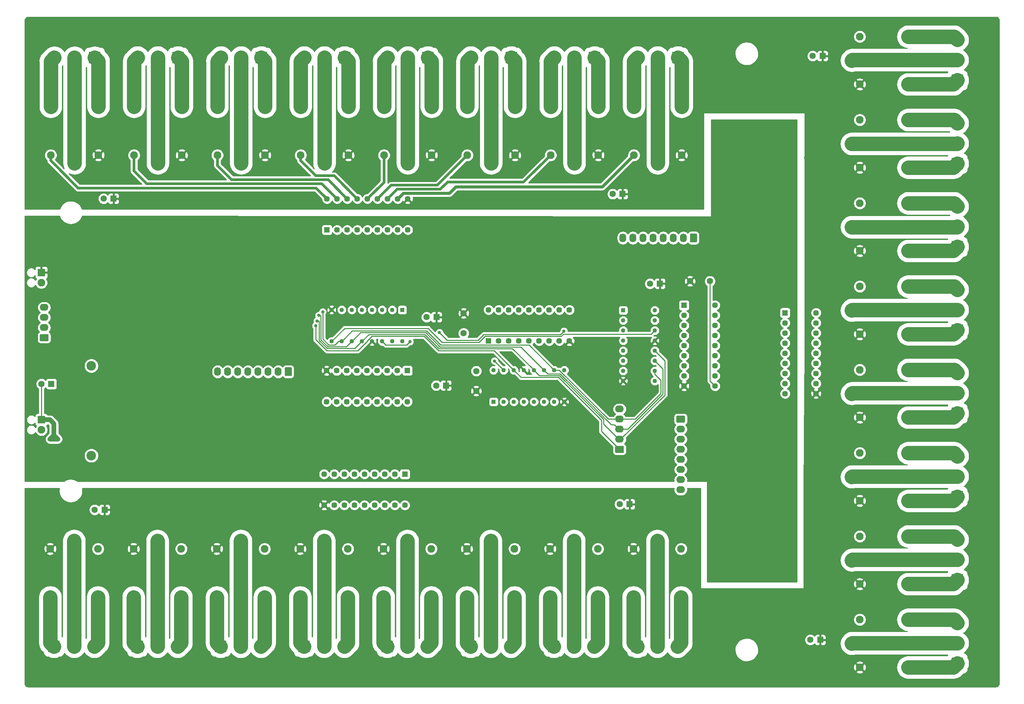
<source format=gbr>
G04 #@! TF.GenerationSoftware,KiCad,Pcbnew,5.1.2*
G04 #@! TF.CreationDate,2019-06-28T01:11:13+02:00*
G04 #@! TF.ProjectId,Relay_Controller2,52656c61-795f-4436-9f6e-74726f6c6c65,rev?*
G04 #@! TF.SameCoordinates,Original*
G04 #@! TF.FileFunction,Copper,L2,Bot*
G04 #@! TF.FilePolarity,Positive*
%FSLAX46Y46*%
G04 Gerber Fmt 4.6, Leading zero omitted, Abs format (unit mm)*
G04 Created by KiCad (PCBNEW 5.1.2) date 2019-06-28 01:11:13*
%MOMM*%
%LPD*%
G04 APERTURE LIST*
%ADD10C,0.150000*%
%ADD11C,1.740000*%
%ADD12O,2.200000X1.740000*%
%ADD13R,1.600000X1.600000*%
%ADD14C,1.600000*%
%ADD15C,1.450000*%
%ADD16R,1.450000X1.450000*%
%ADD17C,2.400000*%
%ADD18C,1.950000*%
%ADD19R,1.950000X1.950000*%
%ADD20C,1.130000*%
%ADD21R,1.130000X1.130000*%
%ADD22C,3.000000*%
%ADD23R,3.000000X3.000000*%
%ADD24O,1.740000X2.200000*%
%ADD25C,0.800000*%
%ADD26C,1.200000*%
%ADD27C,0.250000*%
%ADD28C,3.660000*%
%ADD29C,0.700000*%
%ADD30C,0.750000*%
%ADD31C,0.254000*%
G04 APERTURE END LIST*
D10*
G36*
X244270005Y-155595204D02*
G01*
X244294273Y-155598804D01*
X244318072Y-155604765D01*
X244341171Y-155613030D01*
X244363350Y-155623520D01*
X244384393Y-155636132D01*
X244404099Y-155650747D01*
X244422277Y-155667223D01*
X244438753Y-155685401D01*
X244453368Y-155705107D01*
X244465980Y-155726150D01*
X244476470Y-155748329D01*
X244484735Y-155771428D01*
X244490696Y-155795227D01*
X244494296Y-155819495D01*
X244495500Y-155843999D01*
X244495500Y-157084001D01*
X244494296Y-157108505D01*
X244490696Y-157132773D01*
X244484735Y-157156572D01*
X244476470Y-157179671D01*
X244465980Y-157201850D01*
X244453368Y-157222893D01*
X244438753Y-157242599D01*
X244422277Y-157260777D01*
X244404099Y-157277253D01*
X244384393Y-157291868D01*
X244363350Y-157304480D01*
X244341171Y-157314970D01*
X244318072Y-157323235D01*
X244294273Y-157329196D01*
X244270005Y-157332796D01*
X244245501Y-157334000D01*
X242545499Y-157334000D01*
X242520995Y-157332796D01*
X242496727Y-157329196D01*
X242472928Y-157323235D01*
X242449829Y-157314970D01*
X242427650Y-157304480D01*
X242406607Y-157291868D01*
X242386901Y-157277253D01*
X242368723Y-157260777D01*
X242352247Y-157242599D01*
X242337632Y-157222893D01*
X242325020Y-157201850D01*
X242314530Y-157179671D01*
X242306265Y-157156572D01*
X242300304Y-157132773D01*
X242296704Y-157108505D01*
X242295500Y-157084001D01*
X242295500Y-155843999D01*
X242296704Y-155819495D01*
X242300304Y-155795227D01*
X242306265Y-155771428D01*
X242314530Y-155748329D01*
X242325020Y-155726150D01*
X242337632Y-155705107D01*
X242352247Y-155685401D01*
X242368723Y-155667223D01*
X242386901Y-155650747D01*
X242406607Y-155636132D01*
X242427650Y-155623520D01*
X242449829Y-155613030D01*
X242472928Y-155604765D01*
X242496727Y-155598804D01*
X242520995Y-155595204D01*
X242545499Y-155594000D01*
X244245501Y-155594000D01*
X244270005Y-155595204D01*
X244270005Y-155595204D01*
G37*
D11*
X243395500Y-156464000D03*
D12*
X243395500Y-159004000D03*
X243395500Y-161544000D03*
X243395500Y-164084000D03*
X243395500Y-166624000D03*
X243395500Y-169164000D03*
X243395500Y-171704000D03*
X243395500Y-174244000D03*
D13*
X182000000Y-130800000D03*
D14*
X179500000Y-130800000D03*
X82600000Y-147600000D03*
D13*
X85100000Y-147600000D03*
D15*
X195084021Y-128981353D03*
X197624021Y-128981353D03*
X200164021Y-128981353D03*
X202704021Y-128981353D03*
X205244021Y-128981353D03*
X207784021Y-128981353D03*
X210324021Y-128981353D03*
X212864021Y-128981353D03*
X215404021Y-128981353D03*
X215404021Y-136781353D03*
X212864021Y-136781353D03*
X210324021Y-136781353D03*
X207784021Y-136781353D03*
X205244021Y-136781353D03*
X202704021Y-136781353D03*
X200164021Y-136781353D03*
X197624021Y-136781353D03*
D16*
X195084021Y-136781353D03*
D14*
X181900000Y-148000000D03*
D13*
X184400000Y-148000000D03*
D14*
X191977800Y-144358800D03*
X191977800Y-149358800D03*
X188820580Y-129831280D03*
X188820580Y-134831280D03*
X235688500Y-122364500D03*
D13*
X238188500Y-122364500D03*
D14*
X245750000Y-121750000D03*
X250750000Y-121750000D03*
D13*
X100750000Y-101000000D03*
D14*
X98250000Y-101000000D03*
X226290500Y-99822000D03*
D13*
X228790500Y-99822000D03*
D14*
X228068500Y-177863500D03*
D13*
X230568500Y-177863500D03*
X98500000Y-179250000D03*
D14*
X96000000Y-179250000D03*
D13*
X279100000Y-65100000D03*
D14*
X276600000Y-65100000D03*
D13*
X278500000Y-212000000D03*
D14*
X276000000Y-212000000D03*
D17*
X95170780Y-165632120D03*
X95170780Y-143032120D03*
D18*
X82628183Y-159161046D03*
D19*
X82600000Y-156621046D03*
X82600000Y-119590000D03*
D18*
X82580000Y-122130000D03*
X84944021Y-77851353D03*
X96944021Y-77851353D03*
D19*
X90944021Y-92051353D03*
D18*
X96944021Y-90051353D03*
X84944021Y-90051353D03*
X105899021Y-90051353D03*
X117899021Y-90051353D03*
D19*
X111899021Y-92051353D03*
D18*
X117899021Y-77851353D03*
X105899021Y-77851353D03*
X126854021Y-90051353D03*
X138854021Y-90051353D03*
D19*
X132854021Y-92051353D03*
D18*
X138854021Y-77851353D03*
X126854021Y-77851353D03*
X147809021Y-90051353D03*
X159809021Y-90051353D03*
D19*
X153809021Y-92051353D03*
D18*
X159809021Y-77851353D03*
X147809021Y-77851353D03*
X168764021Y-90051353D03*
X180764021Y-90051353D03*
D19*
X174764021Y-92051353D03*
D18*
X180764021Y-77851353D03*
X168764021Y-77851353D03*
X189719021Y-77851353D03*
X201719021Y-77851353D03*
D19*
X195719021Y-92051353D03*
D18*
X201719021Y-90051353D03*
X189719021Y-90051353D03*
X210674021Y-90051353D03*
X222674021Y-90051353D03*
D19*
X216674021Y-92051353D03*
D18*
X222674021Y-77851353D03*
X210674021Y-77851353D03*
X231629021Y-77851353D03*
X243629021Y-77851353D03*
D19*
X237629021Y-92051353D03*
D18*
X243629021Y-90051353D03*
X231629021Y-90051353D03*
X243520000Y-201290000D03*
X231520000Y-201290000D03*
D19*
X237520000Y-187090000D03*
D18*
X231520000Y-189090000D03*
X243520000Y-189090000D03*
X222565000Y-201290000D03*
X210565000Y-201290000D03*
D19*
X216565000Y-187090000D03*
D18*
X210565000Y-189090000D03*
X222565000Y-189090000D03*
X201610000Y-189090000D03*
X189610000Y-189090000D03*
D19*
X195610000Y-187090000D03*
D18*
X189610000Y-201290000D03*
X201610000Y-201290000D03*
X180655000Y-201290000D03*
X168655000Y-201290000D03*
D19*
X174655000Y-187090000D03*
D18*
X168655000Y-189090000D03*
X180655000Y-189090000D03*
X159700000Y-201290000D03*
X147700000Y-201290000D03*
D19*
X153700000Y-187090000D03*
D18*
X147700000Y-189090000D03*
X159700000Y-189090000D03*
X138745000Y-189090000D03*
X126745000Y-189090000D03*
D19*
X132745000Y-187090000D03*
D18*
X126745000Y-201290000D03*
X138745000Y-201290000D03*
X117790000Y-201290000D03*
X105790000Y-201290000D03*
D19*
X111790000Y-187090000D03*
D18*
X105790000Y-189090000D03*
X117790000Y-189090000D03*
X96835000Y-189090000D03*
X84835000Y-189090000D03*
D19*
X90835000Y-187090000D03*
D18*
X84835000Y-201290000D03*
X96835000Y-201290000D03*
X300644312Y-60217965D03*
X300644312Y-72217965D03*
D19*
X286444312Y-66217965D03*
D18*
X288444312Y-72217965D03*
X288444312Y-60217965D03*
X288444312Y-81172965D03*
X288444312Y-93172965D03*
D19*
X286444312Y-87172965D03*
D18*
X300644312Y-93172965D03*
X300644312Y-81172965D03*
X300644312Y-102127965D03*
X300644312Y-114127965D03*
D19*
X286444312Y-108127965D03*
D18*
X288444312Y-114127965D03*
X288444312Y-102127965D03*
X288444312Y-123082965D03*
X288444312Y-135082965D03*
D19*
X286444312Y-129082965D03*
D18*
X300644312Y-135082965D03*
X300644312Y-123082965D03*
X288444312Y-144037965D03*
X288444312Y-156037965D03*
D19*
X286444312Y-150037965D03*
D18*
X300644312Y-156037965D03*
X300644312Y-144037965D03*
X300644312Y-164992965D03*
X300644312Y-176992965D03*
D19*
X286444312Y-170992965D03*
D18*
X288444312Y-176992965D03*
X288444312Y-164992965D03*
X288444312Y-185947965D03*
X288444312Y-197947965D03*
D19*
X286444312Y-191947965D03*
D18*
X300644312Y-197947965D03*
X300644312Y-185947965D03*
X300644312Y-206902965D03*
X300644312Y-218902965D03*
D19*
X286444312Y-212902965D03*
D18*
X288444312Y-218902965D03*
X288444312Y-206902965D03*
D20*
X196354021Y-144151353D03*
X198894021Y-144151353D03*
X201434021Y-144151353D03*
X203974021Y-144151353D03*
X206514021Y-144151353D03*
X209054021Y-144151353D03*
X211594021Y-144151353D03*
X214134021Y-144151353D03*
X214134021Y-152091353D03*
X211594021Y-152091353D03*
X209054021Y-152091353D03*
X206514021Y-152091353D03*
X203974021Y-152091353D03*
X201434021Y-152091353D03*
X198894021Y-152091353D03*
D21*
X196354021Y-152091353D03*
D16*
X174655000Y-144265000D03*
D15*
X172115000Y-144265000D03*
X169575000Y-144265000D03*
X167035000Y-144265000D03*
X164495000Y-144265000D03*
X161955000Y-144265000D03*
X159415000Y-144265000D03*
X156875000Y-144265000D03*
X154335000Y-144265000D03*
X154335000Y-152065000D03*
X156875000Y-152065000D03*
X159415000Y-152065000D03*
X161955000Y-152065000D03*
X164495000Y-152065000D03*
X167035000Y-152065000D03*
X169575000Y-152065000D03*
X172115000Y-152065000D03*
X174655000Y-152065000D03*
D21*
X173385000Y-128955000D03*
D20*
X170845000Y-128955000D03*
X168305000Y-128955000D03*
X165765000Y-128955000D03*
X163225000Y-128955000D03*
X160685000Y-128955000D03*
X158145000Y-128955000D03*
X155605000Y-128955000D03*
X155605000Y-136895000D03*
X158145000Y-136895000D03*
X160685000Y-136895000D03*
X163225000Y-136895000D03*
X165765000Y-136895000D03*
X168305000Y-136895000D03*
X170845000Y-136895000D03*
X173385000Y-136895000D03*
D16*
X244254312Y-127812965D03*
D15*
X244254312Y-130352965D03*
X244254312Y-132892965D03*
X244254312Y-135432965D03*
X244254312Y-137972965D03*
X244254312Y-140512965D03*
X244254312Y-143052965D03*
X244254312Y-145592965D03*
X244254312Y-148132965D03*
X252054312Y-148132965D03*
X252054312Y-145592965D03*
X252054312Y-143052965D03*
X252054312Y-140512965D03*
X252054312Y-137972965D03*
X252054312Y-135432965D03*
X252054312Y-132892965D03*
X252054312Y-130352965D03*
X252054312Y-127812965D03*
D21*
X228944312Y-129082965D03*
D20*
X228944312Y-131622965D03*
X228944312Y-134162965D03*
X228944312Y-136702965D03*
X228944312Y-139242965D03*
X228944312Y-141782965D03*
X228944312Y-144322965D03*
X228944312Y-146862965D03*
X236884312Y-146862965D03*
X236884312Y-144322965D03*
X236884312Y-141782965D03*
X236884312Y-139242965D03*
X236884312Y-136702965D03*
X236884312Y-134162965D03*
X236884312Y-131622965D03*
X236884312Y-129082965D03*
D16*
X154444021Y-108841353D03*
D15*
X156984021Y-108841353D03*
X159524021Y-108841353D03*
X162064021Y-108841353D03*
X164604021Y-108841353D03*
X167144021Y-108841353D03*
X169684021Y-108841353D03*
X172224021Y-108841353D03*
X174764021Y-108841353D03*
X174764021Y-101041353D03*
X172224021Y-101041353D03*
X169684021Y-101041353D03*
X167144021Y-101041353D03*
X164604021Y-101041353D03*
X162064021Y-101041353D03*
X159524021Y-101041353D03*
X156984021Y-101041353D03*
X154444021Y-101041353D03*
X174020000Y-178100000D03*
X171480000Y-178100000D03*
X168940000Y-178100000D03*
X166400000Y-178100000D03*
X163860000Y-178100000D03*
X161320000Y-178100000D03*
X158780000Y-178100000D03*
X156240000Y-178100000D03*
X153700000Y-178100000D03*
X153700000Y-170300000D03*
X156240000Y-170300000D03*
X158780000Y-170300000D03*
X161320000Y-170300000D03*
X163860000Y-170300000D03*
X166400000Y-170300000D03*
X168940000Y-170300000D03*
X171480000Y-170300000D03*
D16*
X174020000Y-170300000D03*
D15*
X277454312Y-129717965D03*
X277454312Y-132257965D03*
X277454312Y-134797965D03*
X277454312Y-137337965D03*
X277454312Y-139877965D03*
X277454312Y-142417965D03*
X277454312Y-144957965D03*
X277454312Y-147497965D03*
X277454312Y-150037965D03*
X269654312Y-150037965D03*
X269654312Y-147497965D03*
X269654312Y-144957965D03*
X269654312Y-142417965D03*
X269654312Y-139877965D03*
X269654312Y-137337965D03*
X269654312Y-134797965D03*
X269654312Y-132257965D03*
D16*
X269654312Y-129717965D03*
D22*
X85864021Y-65500000D03*
X90944021Y-65500000D03*
D23*
X96024021Y-65500000D03*
D22*
X242600000Y-213665000D03*
X237520000Y-213665000D03*
D23*
X232440000Y-213665000D03*
X313019312Y-71197965D03*
D22*
X313019312Y-66117965D03*
X313019312Y-61037965D03*
X106819021Y-65476353D03*
X111899021Y-65476353D03*
D23*
X116979021Y-65476353D03*
D22*
X127774021Y-65476353D03*
X132854021Y-65476353D03*
D23*
X137934021Y-65476353D03*
X158889021Y-65476353D03*
D22*
X153809021Y-65476353D03*
X148729021Y-65476353D03*
X169684021Y-65476353D03*
X174764021Y-65476353D03*
D23*
X179844021Y-65476353D03*
X200799021Y-65476353D03*
D22*
X195719021Y-65476353D03*
X190639021Y-65476353D03*
D23*
X221754021Y-65476353D03*
D22*
X216674021Y-65476353D03*
X211594021Y-65476353D03*
X232549021Y-65476353D03*
X237629021Y-65476353D03*
D23*
X242709021Y-65476353D03*
X211485000Y-213665000D03*
D22*
X216565000Y-213665000D03*
X221645000Y-213665000D03*
X200690000Y-213665000D03*
X195610000Y-213665000D03*
D23*
X190530000Y-213665000D03*
X169575000Y-213665000D03*
D22*
X174655000Y-213665000D03*
X179735000Y-213665000D03*
X158780000Y-213665000D03*
X153700000Y-213665000D03*
D23*
X148620000Y-213665000D03*
X127665000Y-213665000D03*
D22*
X132745000Y-213665000D03*
X137825000Y-213665000D03*
X116870000Y-213665000D03*
X111790000Y-213665000D03*
D23*
X106710000Y-213665000D03*
X85755000Y-213665000D03*
D22*
X90835000Y-213665000D03*
X95915000Y-213665000D03*
D23*
X313019312Y-92152965D03*
D22*
X313019312Y-87072965D03*
X313019312Y-81992965D03*
X313019312Y-102947965D03*
X313019312Y-108027965D03*
D23*
X313019312Y-113107965D03*
D22*
X313019312Y-123902965D03*
X313019312Y-128982965D03*
D23*
X313019312Y-134062965D03*
X313019312Y-155017965D03*
D22*
X313019312Y-149937965D03*
X313019312Y-144857965D03*
X313019312Y-165812965D03*
X313019312Y-170892965D03*
D23*
X313019312Y-175972965D03*
X313019312Y-196927965D03*
D22*
X313019312Y-191847965D03*
X313019312Y-186767965D03*
X313019312Y-207722965D03*
X313019312Y-212802965D03*
D23*
X313019312Y-217882965D03*
D10*
G36*
X84178405Y-135099124D02*
G01*
X84202673Y-135102724D01*
X84226472Y-135108685D01*
X84249571Y-135116950D01*
X84271750Y-135127440D01*
X84292793Y-135140052D01*
X84312499Y-135154667D01*
X84330677Y-135171143D01*
X84347153Y-135189321D01*
X84361768Y-135209027D01*
X84374380Y-135230070D01*
X84384870Y-135252249D01*
X84393135Y-135275348D01*
X84399096Y-135299147D01*
X84402696Y-135323415D01*
X84403900Y-135347919D01*
X84403900Y-136587921D01*
X84402696Y-136612425D01*
X84399096Y-136636693D01*
X84393135Y-136660492D01*
X84384870Y-136683591D01*
X84374380Y-136705770D01*
X84361768Y-136726813D01*
X84347153Y-136746519D01*
X84330677Y-136764697D01*
X84312499Y-136781173D01*
X84292793Y-136795788D01*
X84271750Y-136808400D01*
X84249571Y-136818890D01*
X84226472Y-136827155D01*
X84202673Y-136833116D01*
X84178405Y-136836716D01*
X84153901Y-136837920D01*
X82453899Y-136837920D01*
X82429395Y-136836716D01*
X82405127Y-136833116D01*
X82381328Y-136827155D01*
X82358229Y-136818890D01*
X82336050Y-136808400D01*
X82315007Y-136795788D01*
X82295301Y-136781173D01*
X82277123Y-136764697D01*
X82260647Y-136746519D01*
X82246032Y-136726813D01*
X82233420Y-136705770D01*
X82222930Y-136683591D01*
X82214665Y-136660492D01*
X82208704Y-136636693D01*
X82205104Y-136612425D01*
X82203900Y-136587921D01*
X82203900Y-135347919D01*
X82205104Y-135323415D01*
X82208704Y-135299147D01*
X82214665Y-135275348D01*
X82222930Y-135252249D01*
X82233420Y-135230070D01*
X82246032Y-135209027D01*
X82260647Y-135189321D01*
X82277123Y-135171143D01*
X82295301Y-135154667D01*
X82315007Y-135140052D01*
X82336050Y-135127440D01*
X82358229Y-135116950D01*
X82381328Y-135108685D01*
X82405127Y-135102724D01*
X82429395Y-135099124D01*
X82453899Y-135097920D01*
X84153901Y-135097920D01*
X84178405Y-135099124D01*
X84178405Y-135099124D01*
G37*
D11*
X83303900Y-135967920D03*
D12*
X83303900Y-133427920D03*
X83303900Y-130887920D03*
X83303900Y-128347920D03*
D10*
G36*
X228903005Y-163215204D02*
G01*
X228927273Y-163218804D01*
X228951072Y-163224765D01*
X228974171Y-163233030D01*
X228996350Y-163243520D01*
X229017393Y-163256132D01*
X229037099Y-163270747D01*
X229055277Y-163287223D01*
X229071753Y-163305401D01*
X229086368Y-163325107D01*
X229098980Y-163346150D01*
X229109470Y-163368329D01*
X229117735Y-163391428D01*
X229123696Y-163415227D01*
X229127296Y-163439495D01*
X229128500Y-163463999D01*
X229128500Y-164704001D01*
X229127296Y-164728505D01*
X229123696Y-164752773D01*
X229117735Y-164776572D01*
X229109470Y-164799671D01*
X229098980Y-164821850D01*
X229086368Y-164842893D01*
X229071753Y-164862599D01*
X229055277Y-164880777D01*
X229037099Y-164897253D01*
X229017393Y-164911868D01*
X228996350Y-164924480D01*
X228974171Y-164934970D01*
X228951072Y-164943235D01*
X228927273Y-164949196D01*
X228903005Y-164952796D01*
X228878501Y-164954000D01*
X227178499Y-164954000D01*
X227153995Y-164952796D01*
X227129727Y-164949196D01*
X227105928Y-164943235D01*
X227082829Y-164934970D01*
X227060650Y-164924480D01*
X227039607Y-164911868D01*
X227019901Y-164897253D01*
X227001723Y-164880777D01*
X226985247Y-164862599D01*
X226970632Y-164842893D01*
X226958020Y-164821850D01*
X226947530Y-164799671D01*
X226939265Y-164776572D01*
X226933304Y-164752773D01*
X226929704Y-164728505D01*
X226928500Y-164704001D01*
X226928500Y-163463999D01*
X226929704Y-163439495D01*
X226933304Y-163415227D01*
X226939265Y-163391428D01*
X226947530Y-163368329D01*
X226958020Y-163346150D01*
X226970632Y-163325107D01*
X226985247Y-163305401D01*
X227001723Y-163287223D01*
X227019901Y-163270747D01*
X227039607Y-163256132D01*
X227060650Y-163243520D01*
X227082829Y-163233030D01*
X227105928Y-163224765D01*
X227129727Y-163218804D01*
X227153995Y-163215204D01*
X227178499Y-163214000D01*
X228878501Y-163214000D01*
X228903005Y-163215204D01*
X228903005Y-163215204D01*
G37*
D11*
X228028500Y-164084000D03*
D12*
X228028500Y-161544000D03*
X228028500Y-159004000D03*
X228028500Y-156464000D03*
X228028500Y-153924000D03*
D24*
X228854000Y-110871000D03*
X231394000Y-110871000D03*
X233934000Y-110871000D03*
X236474000Y-110871000D03*
X239014000Y-110871000D03*
X241554000Y-110871000D03*
X244094000Y-110871000D03*
D10*
G36*
X247278505Y-109772204D02*
G01*
X247302773Y-109775804D01*
X247326572Y-109781765D01*
X247349671Y-109790030D01*
X247371850Y-109800520D01*
X247392893Y-109813132D01*
X247412599Y-109827747D01*
X247430777Y-109844223D01*
X247447253Y-109862401D01*
X247461868Y-109882107D01*
X247474480Y-109903150D01*
X247484970Y-109925329D01*
X247493235Y-109948428D01*
X247499196Y-109972227D01*
X247502796Y-109996495D01*
X247504000Y-110020999D01*
X247504000Y-111721001D01*
X247502796Y-111745505D01*
X247499196Y-111769773D01*
X247493235Y-111793572D01*
X247484970Y-111816671D01*
X247474480Y-111838850D01*
X247461868Y-111859893D01*
X247447253Y-111879599D01*
X247430777Y-111897777D01*
X247412599Y-111914253D01*
X247392893Y-111928868D01*
X247371850Y-111941480D01*
X247349671Y-111951970D01*
X247326572Y-111960235D01*
X247302773Y-111966196D01*
X247278505Y-111969796D01*
X247254001Y-111971000D01*
X246013999Y-111971000D01*
X245989495Y-111969796D01*
X245965227Y-111966196D01*
X245941428Y-111960235D01*
X245918329Y-111951970D01*
X245896150Y-111941480D01*
X245875107Y-111928868D01*
X245855401Y-111914253D01*
X245837223Y-111897777D01*
X245820747Y-111879599D01*
X245806132Y-111859893D01*
X245793520Y-111838850D01*
X245783030Y-111816671D01*
X245774765Y-111793572D01*
X245768804Y-111769773D01*
X245765204Y-111745505D01*
X245764000Y-111721001D01*
X245764000Y-110020999D01*
X245765204Y-109996495D01*
X245768804Y-109972227D01*
X245774765Y-109948428D01*
X245783030Y-109925329D01*
X245793520Y-109903150D01*
X245806132Y-109882107D01*
X245820747Y-109862401D01*
X245837223Y-109844223D01*
X245855401Y-109827747D01*
X245875107Y-109813132D01*
X245896150Y-109800520D01*
X245918329Y-109790030D01*
X245941428Y-109781765D01*
X245965227Y-109775804D01*
X245989495Y-109772204D01*
X246013999Y-109771000D01*
X247254001Y-109771000D01*
X247278505Y-109772204D01*
X247278505Y-109772204D01*
G37*
D11*
X246634000Y-110871000D03*
D10*
G36*
X145361005Y-143427204D02*
G01*
X145385273Y-143430804D01*
X145409072Y-143436765D01*
X145432171Y-143445030D01*
X145454350Y-143455520D01*
X145475393Y-143468132D01*
X145495099Y-143482747D01*
X145513277Y-143499223D01*
X145529753Y-143517401D01*
X145544368Y-143537107D01*
X145556980Y-143558150D01*
X145567470Y-143580329D01*
X145575735Y-143603428D01*
X145581696Y-143627227D01*
X145585296Y-143651495D01*
X145586500Y-143675999D01*
X145586500Y-145376001D01*
X145585296Y-145400505D01*
X145581696Y-145424773D01*
X145575735Y-145448572D01*
X145567470Y-145471671D01*
X145556980Y-145493850D01*
X145544368Y-145514893D01*
X145529753Y-145534599D01*
X145513277Y-145552777D01*
X145495099Y-145569253D01*
X145475393Y-145583868D01*
X145454350Y-145596480D01*
X145432171Y-145606970D01*
X145409072Y-145615235D01*
X145385273Y-145621196D01*
X145361005Y-145624796D01*
X145336501Y-145626000D01*
X144096499Y-145626000D01*
X144071995Y-145624796D01*
X144047727Y-145621196D01*
X144023928Y-145615235D01*
X144000829Y-145606970D01*
X143978650Y-145596480D01*
X143957607Y-145583868D01*
X143937901Y-145569253D01*
X143919723Y-145552777D01*
X143903247Y-145534599D01*
X143888632Y-145514893D01*
X143876020Y-145493850D01*
X143865530Y-145471671D01*
X143857265Y-145448572D01*
X143851304Y-145424773D01*
X143847704Y-145400505D01*
X143846500Y-145376001D01*
X143846500Y-143675999D01*
X143847704Y-143651495D01*
X143851304Y-143627227D01*
X143857265Y-143603428D01*
X143865530Y-143580329D01*
X143876020Y-143558150D01*
X143888632Y-143537107D01*
X143903247Y-143517401D01*
X143919723Y-143499223D01*
X143937901Y-143482747D01*
X143957607Y-143468132D01*
X143978650Y-143455520D01*
X144000829Y-143445030D01*
X144023928Y-143436765D01*
X144047727Y-143430804D01*
X144071995Y-143427204D01*
X144096499Y-143426000D01*
X145336501Y-143426000D01*
X145361005Y-143427204D01*
X145361005Y-143427204D01*
G37*
D11*
X144716500Y-144526000D03*
D24*
X142176500Y-144526000D03*
X139636500Y-144526000D03*
X137096500Y-144526000D03*
X134556500Y-144526000D03*
X132016500Y-144526000D03*
X129476500Y-144526000D03*
X126936500Y-144526000D03*
D25*
X85750000Y-161500000D03*
X86750000Y-161500000D03*
X84750000Y-161500000D03*
X213517000Y-99488440D03*
X208447160Y-99513840D03*
X203351920Y-99559560D03*
X198271920Y-99569720D03*
X275305040Y-95625100D03*
X274779260Y-90684800D03*
X275647940Y-100542540D03*
X275449820Y-107171940D03*
X275625080Y-187430860D03*
X275625080Y-182416900D03*
X275757160Y-177740760D03*
X277448800Y-171520300D03*
X200291220Y-179981040D03*
X204799720Y-179927700D03*
X209618100Y-179772760D03*
X214723500Y-179823560D03*
X125793020Y-176519020D03*
X132115080Y-178055720D03*
X121127040Y-176219300D03*
X116148640Y-176125320D03*
X101500000Y-175000000D03*
X102750000Y-175000000D03*
X100250000Y-175000000D03*
X113234202Y-99825010D03*
X123342012Y-99825010D03*
X118249218Y-99825010D03*
X128452800Y-99825010D03*
X151604500Y-132947860D03*
X151965180Y-131771840D03*
X152356340Y-130369760D03*
X153364720Y-129462980D03*
X196570368Y-141827700D03*
X214040240Y-134319460D03*
X182719500Y-134652200D03*
X175302700Y-136968680D03*
D26*
X84803183Y-156621046D02*
X85750000Y-157567863D01*
X82628183Y-156621046D02*
X84803183Y-156621046D01*
X86000000Y-160750000D02*
X86750000Y-161500000D01*
X85750000Y-160750000D02*
X86000000Y-160750000D01*
X85750000Y-157567863D02*
X85750000Y-160750000D01*
X85750000Y-160750000D02*
X85750000Y-161500000D01*
X86000000Y-160750000D02*
X85500000Y-160750000D01*
X85500000Y-160750000D02*
X84750000Y-161500000D01*
X86750000Y-161500000D02*
X84750000Y-161500000D01*
D27*
X83853183Y-156621046D02*
X82628183Y-156621046D01*
X82600000Y-156592863D02*
X82628183Y-156621046D01*
X82600000Y-147600000D02*
X82600000Y-156592863D01*
X250750000Y-146828653D02*
X252054312Y-148132965D01*
X250750000Y-121750000D02*
X250750000Y-146828653D01*
X165753338Y-135589460D02*
X178865226Y-135589460D01*
X151604500Y-132947860D02*
X151604500Y-136454750D01*
X178865226Y-135589460D02*
X182495317Y-139219551D01*
X151604500Y-136454750D02*
X154369301Y-139219551D01*
X196502219Y-139219551D02*
X201434021Y-144151353D01*
X182495317Y-139219551D02*
X196502219Y-139219551D01*
X162217651Y-139219551D02*
X164581360Y-136855842D01*
X154369301Y-139219551D02*
X162217651Y-139219551D01*
X164581360Y-136761438D02*
X165753338Y-135589460D01*
X164581360Y-136855842D02*
X164581360Y-136761438D01*
X228028500Y-164084000D02*
X223520000Y-159575500D01*
X223520000Y-159575500D02*
X223520000Y-156781500D01*
X212679875Y-145941376D02*
X203224044Y-145941376D01*
X203224044Y-145941376D02*
X201999020Y-144716352D01*
X223520000Y-156781500D02*
X212679875Y-145941376D01*
X201999020Y-144716352D02*
X201434021Y-144151353D01*
X154471179Y-138685019D02*
X152464700Y-136678540D01*
X163225000Y-136895000D02*
X161434980Y-138685020D01*
X161434980Y-138685020D02*
X154471179Y-138685019D01*
X152464700Y-136678540D02*
X152464700Y-131807400D01*
X152464700Y-131807400D02*
X152000740Y-131807400D01*
X152000740Y-131807400D02*
X151965180Y-131771840D01*
X182643552Y-138731375D02*
X201094043Y-138731375D01*
X163225000Y-136895000D02*
X164980551Y-135139449D01*
X164980551Y-135139449D02*
X179051626Y-135139449D01*
X205949022Y-143586354D02*
X206514021Y-144151353D01*
X179051626Y-135139449D02*
X182643552Y-138731375D01*
X201094043Y-138731375D02*
X205949022Y-143586354D01*
X206514021Y-144151353D02*
X207854033Y-145491365D01*
X207854033Y-145491365D02*
X212929776Y-145491365D01*
X212929776Y-145491365D02*
X223970011Y-156531600D01*
X223970011Y-156531600D02*
X223970011Y-157715511D01*
X227798500Y-161544000D02*
X228028500Y-161544000D01*
X223970011Y-157715511D02*
X227798500Y-161544000D01*
X239406022Y-141764675D02*
X239406022Y-150396478D01*
X236884312Y-139242965D02*
X239406022Y-141764675D01*
X228258500Y-161544000D02*
X228028500Y-161544000D01*
X239406022Y-150396478D02*
X228258500Y-161544000D01*
X154657580Y-138235010D02*
X152914710Y-136492140D01*
X160685000Y-136895000D02*
X159344989Y-138235011D01*
X159344989Y-138235011D02*
X154657580Y-138235010D01*
X152914710Y-136492140D02*
X152914710Y-130400240D01*
X152914710Y-130400240D02*
X152386820Y-130400240D01*
X152386820Y-130400240D02*
X152356340Y-130369760D01*
X161249999Y-136330001D02*
X160685000Y-136895000D01*
X209054021Y-144151353D02*
X203184032Y-138281364D01*
X179278349Y-134689438D02*
X162890562Y-134689438D01*
X203184032Y-138281364D02*
X182870272Y-138281363D01*
X182870272Y-138281363D02*
X179278349Y-134689438D01*
X162890562Y-134689438D02*
X161249999Y-136330001D01*
X226678500Y-157884000D02*
X227798500Y-159004000D01*
X213116176Y-145041354D02*
X225958822Y-157884000D01*
X209944022Y-145041354D02*
X213116176Y-145041354D01*
X225958822Y-157884000D02*
X226678500Y-157884000D01*
X227798500Y-159004000D02*
X228028500Y-159004000D01*
X209054021Y-144151353D02*
X209944022Y-145041354D01*
X230061911Y-159004000D02*
X229378500Y-159004000D01*
X229378500Y-159004000D02*
X228028500Y-159004000D01*
X238892511Y-143791164D02*
X238892511Y-150173400D01*
X238892511Y-150173400D02*
X230061911Y-159004000D01*
X236884312Y-141782965D02*
X238892511Y-143791164D01*
X228271099Y-156793380D02*
X228023806Y-156793380D01*
X156455969Y-137785001D02*
X154843981Y-137785001D01*
X158145000Y-136895000D02*
X157345970Y-136895000D01*
X157345970Y-136895000D02*
X156455969Y-137785001D01*
X154843981Y-137785001D02*
X153364720Y-136305740D01*
X153364720Y-136305740D02*
X153364720Y-129462980D01*
X205274022Y-137831354D02*
X183056672Y-137831352D01*
X183056672Y-137831352D02*
X179464749Y-134239427D01*
X160800573Y-134239427D02*
X158709999Y-136330001D01*
X179464749Y-134239427D02*
X160800573Y-134239427D01*
X211594021Y-144151353D02*
X205274022Y-137831354D01*
X158709999Y-136330001D02*
X158145000Y-136895000D01*
X212862586Y-144151353D02*
X225175233Y-156464000D01*
X211594021Y-144151353D02*
X212862586Y-144151353D01*
X226678500Y-156464000D02*
X228028500Y-156464000D01*
X225175233Y-156464000D02*
X226678500Y-156464000D01*
X231965500Y-156464000D02*
X228028500Y-156464000D01*
X238442500Y-149987000D02*
X231965500Y-156464000D01*
X238442500Y-146680183D02*
X238442500Y-149987000D01*
X236884312Y-144322965D02*
X236884312Y-145121995D01*
X236884312Y-145121995D02*
X238442500Y-146680183D01*
D28*
X90944021Y-65500000D02*
X90944021Y-92051353D01*
X96944021Y-66420000D02*
X96024021Y-65500000D01*
X96944021Y-77851353D02*
X96944021Y-66420000D01*
X84944021Y-66420000D02*
X85864021Y-65500000D01*
X84944021Y-77851353D02*
X84944021Y-66420000D01*
X105899021Y-66396353D02*
X106819021Y-65476353D01*
X105899021Y-77851353D02*
X105899021Y-66396353D01*
X117899021Y-66396353D02*
X116979021Y-65476353D01*
X117899021Y-77851353D02*
X117899021Y-66396353D01*
X111899021Y-65476353D02*
X111899021Y-92051353D01*
X132854021Y-65476353D02*
X132854021Y-92051353D01*
X138854021Y-66396353D02*
X137934021Y-65476353D01*
X138854021Y-77851353D02*
X138854021Y-66396353D01*
X126854021Y-66396353D02*
X127774021Y-65476353D01*
X126854021Y-77851353D02*
X126854021Y-66396353D01*
X147809021Y-66396353D02*
X148729021Y-65476353D01*
X147809021Y-77851353D02*
X147809021Y-66396353D01*
X159809021Y-66396353D02*
X158889021Y-65476353D01*
X159809021Y-77851353D02*
X159809021Y-66396353D01*
X153809021Y-65476353D02*
X153809021Y-92051353D01*
X168764021Y-66396353D02*
X169684021Y-65476353D01*
X168764021Y-77851353D02*
X168764021Y-66396353D01*
X180764021Y-66396353D02*
X179844021Y-65476353D01*
X180764021Y-77851353D02*
X180764021Y-66396353D01*
X174764021Y-65476353D02*
X174764021Y-92051353D01*
X195719021Y-65476353D02*
X195719021Y-92051353D01*
X201719021Y-66396353D02*
X200799021Y-65476353D01*
X201719021Y-77851353D02*
X201719021Y-66396353D01*
X189719021Y-66396353D02*
X190639021Y-65476353D01*
X189719021Y-77851353D02*
X189719021Y-66396353D01*
X210674021Y-66396353D02*
X211594021Y-65476353D01*
X210674021Y-77851353D02*
X210674021Y-66396353D01*
X222674021Y-66396353D02*
X221754021Y-65476353D01*
X222674021Y-77851353D02*
X222674021Y-66396353D01*
X216674021Y-65476353D02*
X216674021Y-92051353D01*
X231629021Y-66396353D02*
X232549021Y-65476353D01*
X231629021Y-77851353D02*
X231629021Y-66396353D01*
X243629021Y-66396353D02*
X242709021Y-65476353D01*
X243629021Y-77851353D02*
X243629021Y-66396353D01*
X237629021Y-92051353D02*
X237629021Y-65476353D01*
X237520000Y-187090000D02*
X237520000Y-213665000D01*
X231520000Y-212745000D02*
X232440000Y-213665000D01*
X231520000Y-201290000D02*
X231520000Y-212745000D01*
X243520000Y-212745000D02*
X242600000Y-213665000D01*
X243520000Y-201290000D02*
X243520000Y-212745000D01*
X222565000Y-212745000D02*
X221645000Y-213665000D01*
X222565000Y-201290000D02*
X222565000Y-212745000D01*
X210565000Y-212745000D02*
X211485000Y-213665000D01*
X210565000Y-201290000D02*
X210565000Y-212745000D01*
X216565000Y-187090000D02*
X216565000Y-213665000D01*
X201610000Y-212745000D02*
X200690000Y-213665000D01*
X201610000Y-201290000D02*
X201610000Y-212745000D01*
X189610000Y-212745000D02*
X190530000Y-213665000D01*
X189610000Y-201290000D02*
X189610000Y-212745000D01*
X195610000Y-187090000D02*
X195610000Y-213665000D01*
X180655000Y-212745000D02*
X179735000Y-213665000D01*
X180655000Y-201290000D02*
X180655000Y-212745000D01*
X168655000Y-212745000D02*
X169575000Y-213665000D01*
X168655000Y-201290000D02*
X168655000Y-212745000D01*
X174655000Y-187090000D02*
X174655000Y-213665000D01*
X153700000Y-187090000D02*
X153700000Y-213665000D01*
X147700000Y-212745000D02*
X148620000Y-213665000D01*
X147700000Y-201290000D02*
X147700000Y-212745000D01*
X159700000Y-212745000D02*
X158780000Y-213665000D01*
X159700000Y-201290000D02*
X159700000Y-212745000D01*
X132745000Y-187090000D02*
X132745000Y-213665000D01*
X126745000Y-212745000D02*
X127665000Y-213665000D01*
X126745000Y-201290000D02*
X126745000Y-212745000D01*
X138745000Y-212745000D02*
X137825000Y-213665000D01*
X138745000Y-201290000D02*
X138745000Y-212745000D01*
X111790000Y-187090000D02*
X111790000Y-213665000D01*
X105790000Y-212745000D02*
X106710000Y-213665000D01*
X105790000Y-201290000D02*
X105790000Y-212745000D01*
X117790000Y-212745000D02*
X116870000Y-213665000D01*
X117790000Y-201290000D02*
X117790000Y-212745000D01*
X96835000Y-212745000D02*
X95915000Y-213665000D01*
X96835000Y-201290000D02*
X96835000Y-212745000D01*
X84835000Y-212745000D02*
X85755000Y-213665000D01*
X84835000Y-201290000D02*
X84835000Y-212745000D01*
X90835000Y-187090000D02*
X90835000Y-213665000D01*
X286544312Y-66117965D02*
X286444312Y-66217965D01*
X313019312Y-66117965D02*
X286544312Y-66117965D01*
X311999312Y-72217965D02*
X313019312Y-71197965D01*
X300644312Y-72217965D02*
X311999312Y-72217965D01*
X312199312Y-60217965D02*
X313019312Y-61037965D01*
X300644312Y-60217965D02*
X312199312Y-60217965D01*
X312919312Y-87172965D02*
X313019312Y-87072965D01*
X286444312Y-87172965D02*
X312919312Y-87172965D01*
X311999312Y-93172965D02*
X313019312Y-92152965D01*
X300644312Y-93172965D02*
X311999312Y-93172965D01*
X312199312Y-81172965D02*
X313019312Y-81992965D01*
X300644312Y-81172965D02*
X312199312Y-81172965D01*
X312919312Y-108127965D02*
X313019312Y-108027965D01*
X286444312Y-108127965D02*
X312919312Y-108127965D01*
X311999312Y-114127965D02*
X313019312Y-113107965D01*
X300644312Y-114127965D02*
X311999312Y-114127965D01*
X312199312Y-102127965D02*
X313019312Y-102947965D01*
X300644312Y-102127965D02*
X312199312Y-102127965D01*
X312199312Y-123082965D02*
X313019312Y-123902965D01*
X300644312Y-123082965D02*
X312199312Y-123082965D01*
X311999312Y-135082965D02*
X313019312Y-134062965D01*
X300644312Y-135082965D02*
X311999312Y-135082965D01*
X286544312Y-128982965D02*
X286444312Y-129082965D01*
X313019312Y-128982965D02*
X286544312Y-128982965D01*
X286544312Y-149937965D02*
X286444312Y-150037965D01*
X313019312Y-149937965D02*
X286544312Y-149937965D01*
X311999312Y-156037965D02*
X313019312Y-155017965D01*
X300644312Y-156037965D02*
X311999312Y-156037965D01*
X312199312Y-144037965D02*
X313019312Y-144857965D01*
X300644312Y-144037965D02*
X312199312Y-144037965D01*
X312199312Y-164992965D02*
X313019312Y-165812965D01*
X300644312Y-164992965D02*
X312199312Y-164992965D01*
X311999312Y-176992965D02*
X313019312Y-175972965D01*
X300644312Y-176992965D02*
X311999312Y-176992965D01*
X286544312Y-170892965D02*
X286444312Y-170992965D01*
X313019312Y-170892965D02*
X286544312Y-170892965D01*
X286544312Y-191847965D02*
X286444312Y-191947965D01*
X313019312Y-191847965D02*
X286544312Y-191847965D01*
X311999312Y-197947965D02*
X313019312Y-196927965D01*
X300644312Y-197947965D02*
X311999312Y-197947965D01*
X312199312Y-185947965D02*
X313019312Y-186767965D01*
X300644312Y-185947965D02*
X312199312Y-185947965D01*
X312199312Y-206902965D02*
X313019312Y-207722965D01*
X300644312Y-206902965D02*
X312199312Y-206902965D01*
X311999312Y-218902965D02*
X313019312Y-217882965D01*
X300644312Y-218902965D02*
X311999312Y-218902965D01*
X286544312Y-212802965D02*
X286444312Y-212902965D01*
X313019312Y-212802965D02*
X286544312Y-212802965D01*
D29*
X153719022Y-100316354D02*
X154444021Y-101041353D01*
X91827800Y-98313990D02*
X84944021Y-91430211D01*
X154444021Y-101041353D02*
X151716658Y-98313990D01*
X84944021Y-91430211D02*
X84944021Y-90051353D01*
X151716658Y-98313990D02*
X91827800Y-98313990D01*
X153174053Y-97231385D02*
X109105885Y-97231385D01*
X156984021Y-101041353D02*
X153174053Y-97231385D01*
X105899021Y-94024521D02*
X105899021Y-90051353D01*
X109105885Y-97231385D02*
X105899021Y-94024521D01*
X159524021Y-101041353D02*
X154714042Y-96231374D01*
X154714042Y-96231374D02*
X130457874Y-96231374D01*
X126854021Y-92627521D02*
X126854021Y-90051353D01*
X130457874Y-96231374D02*
X126854021Y-92627521D01*
X156254031Y-95231363D02*
X151610173Y-95231363D01*
X162064021Y-101041353D02*
X156254031Y-95231363D01*
X147809021Y-91430211D02*
X147809021Y-90051353D01*
X151610173Y-95231363D02*
X147809021Y-91430211D01*
X168764021Y-96881353D02*
X164604021Y-101041353D01*
X168764021Y-90051353D02*
X168764021Y-96881353D01*
X182154042Y-97616332D02*
X170569042Y-97616332D01*
X189719021Y-90051353D02*
X182154042Y-97616332D01*
X170569042Y-97616332D02*
X167869020Y-100316354D01*
X167869020Y-100316354D02*
X167144021Y-101041353D01*
X182982755Y-98616341D02*
X172109031Y-98616343D01*
X172109031Y-98616343D02*
X170409020Y-100316354D01*
X184771427Y-96827669D02*
X182982755Y-98616341D01*
X170409020Y-100316354D02*
X169684021Y-101041353D01*
X203897705Y-96827669D02*
X184771427Y-96827669D01*
X210674021Y-90051353D02*
X203897705Y-96827669D01*
D30*
X223654974Y-98025400D02*
X186811440Y-98025400D01*
X231629021Y-90051353D02*
X223654974Y-98025400D01*
X173624022Y-99641352D02*
X172949020Y-100316354D01*
X185195488Y-99641352D02*
X173624022Y-99641352D01*
X186811440Y-98025400D02*
X185195488Y-99641352D01*
X172949020Y-100316354D02*
X172224021Y-101041353D01*
D27*
X198894021Y-144151353D02*
X196570368Y-141827700D01*
X174486379Y-137785001D02*
X175302700Y-136968680D01*
X169195001Y-137785001D02*
X174486379Y-137785001D01*
X168305000Y-136895000D02*
X169195001Y-137785001D01*
X184642280Y-136574980D02*
X182719500Y-134652200D01*
X193837080Y-135180520D02*
X192442620Y-136574980D01*
X192442620Y-136574980D02*
X184642280Y-136574980D01*
X214040240Y-134319460D02*
X213179180Y-135180520D01*
X213179180Y-135180520D02*
X193837080Y-135180520D01*
X213365580Y-135630531D02*
X213895768Y-135100342D01*
X158866340Y-133633660D02*
X179867080Y-133633660D01*
X235946935Y-135100342D02*
X236319313Y-134727964D01*
X155605000Y-136895000D02*
X158866340Y-133633660D01*
X213895768Y-135100342D02*
X235946935Y-135100342D01*
X194199841Y-135630531D02*
X213365580Y-135630531D01*
X183359580Y-137126160D02*
X192704212Y-137126160D01*
X179867080Y-133633660D02*
X183359580Y-137126160D01*
X192704212Y-137126160D02*
X194199841Y-135630531D01*
X236319313Y-134727964D02*
X236884312Y-134162965D01*
D31*
G36*
X272623000Y-197373000D02*
G01*
X250127000Y-197373000D01*
X250127000Y-172250000D01*
X250124560Y-172225224D01*
X250117333Y-172201399D01*
X250105597Y-172179443D01*
X250089803Y-172160197D01*
X250070557Y-172144403D01*
X250048601Y-172132667D01*
X250024776Y-172125440D01*
X250000000Y-172123000D01*
X245071118Y-172123000D01*
X245108724Y-171999032D01*
X245137782Y-171704000D01*
X245108724Y-171408968D01*
X245022666Y-171125275D01*
X244882917Y-170863821D01*
X244694845Y-170634655D01*
X244465679Y-170446583D01*
X244442138Y-170434000D01*
X244465679Y-170421417D01*
X244694845Y-170233345D01*
X244882917Y-170004179D01*
X245022666Y-169742725D01*
X245108724Y-169459032D01*
X245137782Y-169164000D01*
X245108724Y-168868968D01*
X245022666Y-168585275D01*
X244882917Y-168323821D01*
X244694845Y-168094655D01*
X244465679Y-167906583D01*
X244442138Y-167894000D01*
X244465679Y-167881417D01*
X244694845Y-167693345D01*
X244882917Y-167464179D01*
X245022666Y-167202725D01*
X245108724Y-166919032D01*
X245137782Y-166624000D01*
X245108724Y-166328968D01*
X245022666Y-166045275D01*
X244882917Y-165783821D01*
X244694845Y-165554655D01*
X244465679Y-165366583D01*
X244442138Y-165354000D01*
X244465679Y-165341417D01*
X244694845Y-165153345D01*
X244882917Y-164924179D01*
X245022666Y-164662725D01*
X245108724Y-164379032D01*
X245137782Y-164084000D01*
X245108724Y-163788968D01*
X245022666Y-163505275D01*
X244882917Y-163243821D01*
X244694845Y-163014655D01*
X244465679Y-162826583D01*
X244442138Y-162814000D01*
X244465679Y-162801417D01*
X244694845Y-162613345D01*
X244882917Y-162384179D01*
X245022666Y-162122725D01*
X245108724Y-161839032D01*
X245137782Y-161544000D01*
X245108724Y-161248968D01*
X245022666Y-160965275D01*
X244882917Y-160703821D01*
X244694845Y-160474655D01*
X244465679Y-160286583D01*
X244442138Y-160274000D01*
X244465679Y-160261417D01*
X244694845Y-160073345D01*
X244882917Y-159844179D01*
X245022666Y-159582725D01*
X245108724Y-159299032D01*
X245137782Y-159004000D01*
X245108724Y-158708968D01*
X245022666Y-158425275D01*
X244882917Y-158163821D01*
X244694845Y-157934655D01*
X244629386Y-157880934D01*
X244738887Y-157822405D01*
X244873462Y-157711962D01*
X244983905Y-157577387D01*
X245065972Y-157423851D01*
X245116508Y-157257255D01*
X245133572Y-157084001D01*
X245133572Y-155843999D01*
X245116508Y-155670745D01*
X245065972Y-155504149D01*
X244983905Y-155350613D01*
X244873462Y-155216038D01*
X244738887Y-155105595D01*
X244585351Y-155023528D01*
X244418755Y-154972992D01*
X244245501Y-154955928D01*
X242545499Y-154955928D01*
X242372245Y-154972992D01*
X242205649Y-155023528D01*
X242052113Y-155105595D01*
X241917538Y-155216038D01*
X241807095Y-155350613D01*
X241725028Y-155504149D01*
X241674492Y-155670745D01*
X241657428Y-155843999D01*
X241657428Y-157084001D01*
X241674492Y-157257255D01*
X241725028Y-157423851D01*
X241807095Y-157577387D01*
X241917538Y-157711962D01*
X242052113Y-157822405D01*
X242161614Y-157880934D01*
X242096155Y-157934655D01*
X241908083Y-158163821D01*
X241768334Y-158425275D01*
X241682276Y-158708968D01*
X241653218Y-159004000D01*
X241682276Y-159299032D01*
X241768334Y-159582725D01*
X241908083Y-159844179D01*
X242096155Y-160073345D01*
X242325321Y-160261417D01*
X242348862Y-160274000D01*
X242325321Y-160286583D01*
X242096155Y-160474655D01*
X241908083Y-160703821D01*
X241768334Y-160965275D01*
X241682276Y-161248968D01*
X241653218Y-161544000D01*
X241682276Y-161839032D01*
X241768334Y-162122725D01*
X241908083Y-162384179D01*
X242096155Y-162613345D01*
X242325321Y-162801417D01*
X242348862Y-162814000D01*
X242325321Y-162826583D01*
X242096155Y-163014655D01*
X241908083Y-163243821D01*
X241768334Y-163505275D01*
X241682276Y-163788968D01*
X241653218Y-164084000D01*
X241682276Y-164379032D01*
X241768334Y-164662725D01*
X241908083Y-164924179D01*
X242096155Y-165153345D01*
X242325321Y-165341417D01*
X242348862Y-165354000D01*
X242325321Y-165366583D01*
X242096155Y-165554655D01*
X241908083Y-165783821D01*
X241768334Y-166045275D01*
X241682276Y-166328968D01*
X241653218Y-166624000D01*
X241682276Y-166919032D01*
X241768334Y-167202725D01*
X241908083Y-167464179D01*
X242096155Y-167693345D01*
X242325321Y-167881417D01*
X242348862Y-167894000D01*
X242325321Y-167906583D01*
X242096155Y-168094655D01*
X241908083Y-168323821D01*
X241768334Y-168585275D01*
X241682276Y-168868968D01*
X241653218Y-169164000D01*
X241682276Y-169459032D01*
X241768334Y-169742725D01*
X241908083Y-170004179D01*
X242096155Y-170233345D01*
X242325321Y-170421417D01*
X242348862Y-170434000D01*
X242325321Y-170446583D01*
X242096155Y-170634655D01*
X241908083Y-170863821D01*
X241768334Y-171125275D01*
X241682276Y-171408968D01*
X241653218Y-171704000D01*
X241682276Y-171999032D01*
X241719882Y-172123000D01*
X91774800Y-172123000D01*
X91596764Y-171983903D01*
X91077641Y-171721675D01*
X90517472Y-171565273D01*
X89937592Y-171520654D01*
X89360089Y-171589517D01*
X88806960Y-171769239D01*
X88299274Y-172052975D01*
X88216995Y-172123000D01*
X78460000Y-172123000D01*
X78460000Y-170166052D01*
X152340000Y-170166052D01*
X152340000Y-170433948D01*
X152392264Y-170696697D01*
X152494784Y-170944201D01*
X152643619Y-171166949D01*
X152833051Y-171356381D01*
X153055799Y-171505216D01*
X153303303Y-171607736D01*
X153566052Y-171660000D01*
X153833948Y-171660000D01*
X154096697Y-171607736D01*
X154344201Y-171505216D01*
X154566949Y-171356381D01*
X154756381Y-171166949D01*
X154905216Y-170944201D01*
X154970000Y-170787799D01*
X155034784Y-170944201D01*
X155183619Y-171166949D01*
X155373051Y-171356381D01*
X155595799Y-171505216D01*
X155843303Y-171607736D01*
X156106052Y-171660000D01*
X156373948Y-171660000D01*
X156636697Y-171607736D01*
X156884201Y-171505216D01*
X157106949Y-171356381D01*
X157296381Y-171166949D01*
X157445216Y-170944201D01*
X157510000Y-170787799D01*
X157574784Y-170944201D01*
X157723619Y-171166949D01*
X157913051Y-171356381D01*
X158135799Y-171505216D01*
X158383303Y-171607736D01*
X158646052Y-171660000D01*
X158913948Y-171660000D01*
X159176697Y-171607736D01*
X159424201Y-171505216D01*
X159646949Y-171356381D01*
X159836381Y-171166949D01*
X159985216Y-170944201D01*
X160050000Y-170787799D01*
X160114784Y-170944201D01*
X160263619Y-171166949D01*
X160453051Y-171356381D01*
X160675799Y-171505216D01*
X160923303Y-171607736D01*
X161186052Y-171660000D01*
X161453948Y-171660000D01*
X161716697Y-171607736D01*
X161964201Y-171505216D01*
X162186949Y-171356381D01*
X162376381Y-171166949D01*
X162525216Y-170944201D01*
X162590000Y-170787799D01*
X162654784Y-170944201D01*
X162803619Y-171166949D01*
X162993051Y-171356381D01*
X163215799Y-171505216D01*
X163463303Y-171607736D01*
X163726052Y-171660000D01*
X163993948Y-171660000D01*
X164256697Y-171607736D01*
X164504201Y-171505216D01*
X164726949Y-171356381D01*
X164916381Y-171166949D01*
X165065216Y-170944201D01*
X165130000Y-170787799D01*
X165194784Y-170944201D01*
X165343619Y-171166949D01*
X165533051Y-171356381D01*
X165755799Y-171505216D01*
X166003303Y-171607736D01*
X166266052Y-171660000D01*
X166533948Y-171660000D01*
X166796697Y-171607736D01*
X167044201Y-171505216D01*
X167266949Y-171356381D01*
X167456381Y-171166949D01*
X167605216Y-170944201D01*
X167670000Y-170787799D01*
X167734784Y-170944201D01*
X167883619Y-171166949D01*
X168073051Y-171356381D01*
X168295799Y-171505216D01*
X168543303Y-171607736D01*
X168806052Y-171660000D01*
X169073948Y-171660000D01*
X169336697Y-171607736D01*
X169584201Y-171505216D01*
X169806949Y-171356381D01*
X169996381Y-171166949D01*
X170145216Y-170944201D01*
X170210000Y-170787799D01*
X170274784Y-170944201D01*
X170423619Y-171166949D01*
X170613051Y-171356381D01*
X170835799Y-171505216D01*
X171083303Y-171607736D01*
X171346052Y-171660000D01*
X171613948Y-171660000D01*
X171876697Y-171607736D01*
X172124201Y-171505216D01*
X172346949Y-171356381D01*
X172536381Y-171166949D01*
X172656928Y-170986537D01*
X172656928Y-171025000D01*
X172669188Y-171149482D01*
X172705498Y-171269180D01*
X172764463Y-171379494D01*
X172843815Y-171476185D01*
X172940506Y-171555537D01*
X173050820Y-171614502D01*
X173170518Y-171650812D01*
X173295000Y-171663072D01*
X174745000Y-171663072D01*
X174869482Y-171650812D01*
X174989180Y-171614502D01*
X175099494Y-171555537D01*
X175196185Y-171476185D01*
X175275537Y-171379494D01*
X175334502Y-171269180D01*
X175370812Y-171149482D01*
X175383072Y-171025000D01*
X175383072Y-169575000D01*
X175370812Y-169450518D01*
X175334502Y-169330820D01*
X175275537Y-169220506D01*
X175196185Y-169123815D01*
X175099494Y-169044463D01*
X174989180Y-168985498D01*
X174869482Y-168949188D01*
X174745000Y-168936928D01*
X173295000Y-168936928D01*
X173170518Y-168949188D01*
X173050820Y-168985498D01*
X172940506Y-169044463D01*
X172843815Y-169123815D01*
X172764463Y-169220506D01*
X172705498Y-169330820D01*
X172669188Y-169450518D01*
X172656928Y-169575000D01*
X172656928Y-169613463D01*
X172536381Y-169433051D01*
X172346949Y-169243619D01*
X172124201Y-169094784D01*
X171876697Y-168992264D01*
X171613948Y-168940000D01*
X171346052Y-168940000D01*
X171083303Y-168992264D01*
X170835799Y-169094784D01*
X170613051Y-169243619D01*
X170423619Y-169433051D01*
X170274784Y-169655799D01*
X170210000Y-169812201D01*
X170145216Y-169655799D01*
X169996381Y-169433051D01*
X169806949Y-169243619D01*
X169584201Y-169094784D01*
X169336697Y-168992264D01*
X169073948Y-168940000D01*
X168806052Y-168940000D01*
X168543303Y-168992264D01*
X168295799Y-169094784D01*
X168073051Y-169243619D01*
X167883619Y-169433051D01*
X167734784Y-169655799D01*
X167670000Y-169812201D01*
X167605216Y-169655799D01*
X167456381Y-169433051D01*
X167266949Y-169243619D01*
X167044201Y-169094784D01*
X166796697Y-168992264D01*
X166533948Y-168940000D01*
X166266052Y-168940000D01*
X166003303Y-168992264D01*
X165755799Y-169094784D01*
X165533051Y-169243619D01*
X165343619Y-169433051D01*
X165194784Y-169655799D01*
X165130000Y-169812201D01*
X165065216Y-169655799D01*
X164916381Y-169433051D01*
X164726949Y-169243619D01*
X164504201Y-169094784D01*
X164256697Y-168992264D01*
X163993948Y-168940000D01*
X163726052Y-168940000D01*
X163463303Y-168992264D01*
X163215799Y-169094784D01*
X162993051Y-169243619D01*
X162803619Y-169433051D01*
X162654784Y-169655799D01*
X162590000Y-169812201D01*
X162525216Y-169655799D01*
X162376381Y-169433051D01*
X162186949Y-169243619D01*
X161964201Y-169094784D01*
X161716697Y-168992264D01*
X161453948Y-168940000D01*
X161186052Y-168940000D01*
X160923303Y-168992264D01*
X160675799Y-169094784D01*
X160453051Y-169243619D01*
X160263619Y-169433051D01*
X160114784Y-169655799D01*
X160050000Y-169812201D01*
X159985216Y-169655799D01*
X159836381Y-169433051D01*
X159646949Y-169243619D01*
X159424201Y-169094784D01*
X159176697Y-168992264D01*
X158913948Y-168940000D01*
X158646052Y-168940000D01*
X158383303Y-168992264D01*
X158135799Y-169094784D01*
X157913051Y-169243619D01*
X157723619Y-169433051D01*
X157574784Y-169655799D01*
X157510000Y-169812201D01*
X157445216Y-169655799D01*
X157296381Y-169433051D01*
X157106949Y-169243619D01*
X156884201Y-169094784D01*
X156636697Y-168992264D01*
X156373948Y-168940000D01*
X156106052Y-168940000D01*
X155843303Y-168992264D01*
X155595799Y-169094784D01*
X155373051Y-169243619D01*
X155183619Y-169433051D01*
X155034784Y-169655799D01*
X154970000Y-169812201D01*
X154905216Y-169655799D01*
X154756381Y-169433051D01*
X154566949Y-169243619D01*
X154344201Y-169094784D01*
X154096697Y-168992264D01*
X153833948Y-168940000D01*
X153566052Y-168940000D01*
X153303303Y-168992264D01*
X153055799Y-169094784D01*
X152833051Y-169243619D01*
X152643619Y-169433051D01*
X152494784Y-169655799D01*
X152392264Y-169903303D01*
X152340000Y-170166052D01*
X78460000Y-170166052D01*
X78460000Y-165451388D01*
X93335780Y-165451388D01*
X93335780Y-165812852D01*
X93406298Y-166167370D01*
X93544624Y-166501319D01*
X93745442Y-166801864D01*
X94001036Y-167057458D01*
X94301581Y-167258276D01*
X94635530Y-167396602D01*
X94990048Y-167467120D01*
X95351512Y-167467120D01*
X95706030Y-167396602D01*
X96039979Y-167258276D01*
X96340524Y-167057458D01*
X96596118Y-166801864D01*
X96796936Y-166501319D01*
X96935262Y-166167370D01*
X97005780Y-165812852D01*
X97005780Y-165451388D01*
X96935262Y-165096870D01*
X96796936Y-164762921D01*
X96596118Y-164462376D01*
X96340524Y-164206782D01*
X96039979Y-164005964D01*
X95706030Y-163867638D01*
X95351512Y-163797120D01*
X94990048Y-163797120D01*
X94635530Y-163867638D01*
X94301581Y-164005964D01*
X94001036Y-164206782D01*
X93745442Y-164462376D01*
X93544624Y-164762921D01*
X93406298Y-165096870D01*
X93335780Y-165451388D01*
X78460000Y-165451388D01*
X78460000Y-156499409D01*
X78853183Y-156499409D01*
X78853183Y-156742683D01*
X78900643Y-156981282D01*
X78993740Y-157206038D01*
X79128896Y-157408313D01*
X79300916Y-157580333D01*
X79503191Y-157715489D01*
X79727947Y-157808586D01*
X79966546Y-157856046D01*
X80209820Y-157856046D01*
X80448419Y-157808586D01*
X80673175Y-157715489D01*
X80875450Y-157580333D01*
X80986928Y-157468855D01*
X80986928Y-157596046D01*
X80999188Y-157720528D01*
X81035498Y-157840226D01*
X81094463Y-157950540D01*
X81173815Y-158047231D01*
X81270506Y-158126583D01*
X81353439Y-158170912D01*
X81201420Y-158398425D01*
X81148808Y-158525441D01*
X81047470Y-158373779D01*
X80875450Y-158201759D01*
X80673175Y-158066603D01*
X80448419Y-157973506D01*
X80209820Y-157926046D01*
X79966546Y-157926046D01*
X79727947Y-157973506D01*
X79503191Y-158066603D01*
X79300916Y-158201759D01*
X79128896Y-158373779D01*
X78993740Y-158576054D01*
X78900643Y-158800810D01*
X78853183Y-159039409D01*
X78853183Y-159282683D01*
X78900643Y-159521282D01*
X78993740Y-159746038D01*
X79128896Y-159948313D01*
X79300916Y-160120333D01*
X79503191Y-160255489D01*
X79727947Y-160348586D01*
X79966546Y-160396046D01*
X80209820Y-160396046D01*
X80448419Y-160348586D01*
X80673175Y-160255489D01*
X80875450Y-160120333D01*
X81047470Y-159948313D01*
X81148808Y-159796651D01*
X81201420Y-159923667D01*
X81377614Y-160187361D01*
X81601868Y-160411615D01*
X81865562Y-160587809D01*
X82158563Y-160709175D01*
X82469612Y-160771046D01*
X82786754Y-160771046D01*
X83097803Y-160709175D01*
X83390804Y-160587809D01*
X83654498Y-160411615D01*
X83878752Y-160187361D01*
X84054946Y-159923667D01*
X84176312Y-159630666D01*
X84238183Y-159319617D01*
X84238183Y-159002475D01*
X84176312Y-158691426D01*
X84054946Y-158398425D01*
X83888094Y-158148712D01*
X83929494Y-158126583D01*
X84026185Y-158047231D01*
X84105537Y-157950540D01*
X84156046Y-157856046D01*
X84291630Y-157856046D01*
X84515000Y-158079417D01*
X84515001Y-159988446D01*
X83919626Y-160583821D01*
X83872498Y-160622498D01*
X83718167Y-160810551D01*
X83603489Y-161025099D01*
X83532870Y-161257898D01*
X83509025Y-161500000D01*
X83532870Y-161742102D01*
X83603489Y-161974901D01*
X83718167Y-162189449D01*
X83872498Y-162377502D01*
X84060551Y-162531833D01*
X84275099Y-162646511D01*
X84507898Y-162717130D01*
X84750000Y-162740975D01*
X84810665Y-162735000D01*
X85689335Y-162735000D01*
X85750000Y-162740975D01*
X85810665Y-162735000D01*
X86689334Y-162735000D01*
X86749999Y-162740975D01*
X86810664Y-162735000D01*
X86810665Y-162735000D01*
X86992102Y-162717130D01*
X87224901Y-162646511D01*
X87439449Y-162531833D01*
X87627502Y-162377502D01*
X87781833Y-162189449D01*
X87896511Y-161974901D01*
X87967130Y-161742102D01*
X87990975Y-161500000D01*
X87967130Y-161257898D01*
X87965267Y-161251754D01*
X87896511Y-161025099D01*
X87834469Y-160909026D01*
X87781833Y-160810551D01*
X87627502Y-160622498D01*
X87580374Y-160583821D01*
X86985000Y-159988447D01*
X86985000Y-157628517D01*
X86990974Y-157567862D01*
X86985000Y-157507207D01*
X86985000Y-157507198D01*
X86967130Y-157325761D01*
X86896511Y-157092962D01*
X86781833Y-156878414D01*
X86627502Y-156690361D01*
X86580381Y-156651690D01*
X85719361Y-155790671D01*
X85680685Y-155743544D01*
X85492632Y-155589213D01*
X85278084Y-155474535D01*
X85045285Y-155403916D01*
X84863848Y-155386046D01*
X84803183Y-155380071D01*
X84742518Y-155386046D01*
X84156046Y-155386046D01*
X84105537Y-155291552D01*
X84026185Y-155194861D01*
X83929494Y-155115509D01*
X83819180Y-155056544D01*
X83699482Y-155020234D01*
X83575000Y-155007974D01*
X83360000Y-155007974D01*
X83360000Y-151931052D01*
X152975000Y-151931052D01*
X152975000Y-152198948D01*
X153027264Y-152461697D01*
X153129784Y-152709201D01*
X153278619Y-152931949D01*
X153468051Y-153121381D01*
X153690799Y-153270216D01*
X153938303Y-153372736D01*
X154201052Y-153425000D01*
X154468948Y-153425000D01*
X154731697Y-153372736D01*
X154979201Y-153270216D01*
X155201949Y-153121381D01*
X155391381Y-152931949D01*
X155540216Y-152709201D01*
X155605000Y-152552799D01*
X155669784Y-152709201D01*
X155818619Y-152931949D01*
X156008051Y-153121381D01*
X156230799Y-153270216D01*
X156478303Y-153372736D01*
X156741052Y-153425000D01*
X157008948Y-153425000D01*
X157271697Y-153372736D01*
X157519201Y-153270216D01*
X157741949Y-153121381D01*
X157931381Y-152931949D01*
X158080216Y-152709201D01*
X158145000Y-152552799D01*
X158209784Y-152709201D01*
X158358619Y-152931949D01*
X158548051Y-153121381D01*
X158770799Y-153270216D01*
X159018303Y-153372736D01*
X159281052Y-153425000D01*
X159548948Y-153425000D01*
X159811697Y-153372736D01*
X160059201Y-153270216D01*
X160281949Y-153121381D01*
X160471381Y-152931949D01*
X160620216Y-152709201D01*
X160685000Y-152552799D01*
X160749784Y-152709201D01*
X160898619Y-152931949D01*
X161088051Y-153121381D01*
X161310799Y-153270216D01*
X161558303Y-153372736D01*
X161821052Y-153425000D01*
X162088948Y-153425000D01*
X162351697Y-153372736D01*
X162599201Y-153270216D01*
X162821949Y-153121381D01*
X163011381Y-152931949D01*
X163160216Y-152709201D01*
X163225000Y-152552799D01*
X163289784Y-152709201D01*
X163438619Y-152931949D01*
X163628051Y-153121381D01*
X163850799Y-153270216D01*
X164098303Y-153372736D01*
X164361052Y-153425000D01*
X164628948Y-153425000D01*
X164891697Y-153372736D01*
X165139201Y-153270216D01*
X165361949Y-153121381D01*
X165551381Y-152931949D01*
X165700216Y-152709201D01*
X165765000Y-152552799D01*
X165829784Y-152709201D01*
X165978619Y-152931949D01*
X166168051Y-153121381D01*
X166390799Y-153270216D01*
X166638303Y-153372736D01*
X166901052Y-153425000D01*
X167168948Y-153425000D01*
X167431697Y-153372736D01*
X167679201Y-153270216D01*
X167901949Y-153121381D01*
X168091381Y-152931949D01*
X168240216Y-152709201D01*
X168305000Y-152552799D01*
X168369784Y-152709201D01*
X168518619Y-152931949D01*
X168708051Y-153121381D01*
X168930799Y-153270216D01*
X169178303Y-153372736D01*
X169441052Y-153425000D01*
X169708948Y-153425000D01*
X169971697Y-153372736D01*
X170219201Y-153270216D01*
X170441949Y-153121381D01*
X170631381Y-152931949D01*
X170780216Y-152709201D01*
X170845000Y-152552799D01*
X170909784Y-152709201D01*
X171058619Y-152931949D01*
X171248051Y-153121381D01*
X171470799Y-153270216D01*
X171718303Y-153372736D01*
X171981052Y-153425000D01*
X172248948Y-153425000D01*
X172511697Y-153372736D01*
X172759201Y-153270216D01*
X172981949Y-153121381D01*
X173171381Y-152931949D01*
X173320216Y-152709201D01*
X173385000Y-152552799D01*
X173449784Y-152709201D01*
X173598619Y-152931949D01*
X173788051Y-153121381D01*
X174010799Y-153270216D01*
X174258303Y-153372736D01*
X174521052Y-153425000D01*
X174788948Y-153425000D01*
X175051697Y-153372736D01*
X175299201Y-153270216D01*
X175521949Y-153121381D01*
X175711381Y-152931949D01*
X175860216Y-152709201D01*
X175962736Y-152461697D01*
X176015000Y-152198948D01*
X176015000Y-151931052D01*
X175962736Y-151668303D01*
X175903939Y-151526353D01*
X195150949Y-151526353D01*
X195150949Y-152656353D01*
X195163209Y-152780835D01*
X195199519Y-152900533D01*
X195258484Y-153010847D01*
X195337836Y-153107538D01*
X195434527Y-153186890D01*
X195544841Y-153245855D01*
X195664539Y-153282165D01*
X195789021Y-153294425D01*
X196919021Y-153294425D01*
X197043503Y-153282165D01*
X197163201Y-153245855D01*
X197273515Y-153186890D01*
X197370206Y-153107538D01*
X197449558Y-153010847D01*
X197508523Y-152900533D01*
X197544833Y-152780835D01*
X197557093Y-152656353D01*
X197557093Y-151973163D01*
X197694021Y-151973163D01*
X197694021Y-152209543D01*
X197740137Y-152441380D01*
X197830595Y-152659766D01*
X197961920Y-152856308D01*
X198129066Y-153023454D01*
X198325608Y-153154779D01*
X198543994Y-153245237D01*
X198775831Y-153291353D01*
X199012211Y-153291353D01*
X199244048Y-153245237D01*
X199462434Y-153154779D01*
X199658976Y-153023454D01*
X199826122Y-152856308D01*
X199957447Y-152659766D01*
X200047905Y-152441380D01*
X200094021Y-152209543D01*
X200094021Y-151973163D01*
X200234021Y-151973163D01*
X200234021Y-152209543D01*
X200280137Y-152441380D01*
X200370595Y-152659766D01*
X200501920Y-152856308D01*
X200669066Y-153023454D01*
X200865608Y-153154779D01*
X201083994Y-153245237D01*
X201315831Y-153291353D01*
X201552211Y-153291353D01*
X201784048Y-153245237D01*
X202002434Y-153154779D01*
X202198976Y-153023454D01*
X202366122Y-152856308D01*
X202497447Y-152659766D01*
X202587905Y-152441380D01*
X202634021Y-152209543D01*
X202634021Y-151973163D01*
X202774021Y-151973163D01*
X202774021Y-152209543D01*
X202820137Y-152441380D01*
X202910595Y-152659766D01*
X203041920Y-152856308D01*
X203209066Y-153023454D01*
X203405608Y-153154779D01*
X203623994Y-153245237D01*
X203855831Y-153291353D01*
X204092211Y-153291353D01*
X204324048Y-153245237D01*
X204542434Y-153154779D01*
X204738976Y-153023454D01*
X204906122Y-152856308D01*
X205037447Y-152659766D01*
X205127905Y-152441380D01*
X205174021Y-152209543D01*
X205174021Y-151973163D01*
X205314021Y-151973163D01*
X205314021Y-152209543D01*
X205360137Y-152441380D01*
X205450595Y-152659766D01*
X205581920Y-152856308D01*
X205749066Y-153023454D01*
X205945608Y-153154779D01*
X206163994Y-153245237D01*
X206395831Y-153291353D01*
X206632211Y-153291353D01*
X206864048Y-153245237D01*
X207082434Y-153154779D01*
X207278976Y-153023454D01*
X207446122Y-152856308D01*
X207577447Y-152659766D01*
X207667905Y-152441380D01*
X207714021Y-152209543D01*
X207714021Y-151973163D01*
X207854021Y-151973163D01*
X207854021Y-152209543D01*
X207900137Y-152441380D01*
X207990595Y-152659766D01*
X208121920Y-152856308D01*
X208289066Y-153023454D01*
X208485608Y-153154779D01*
X208703994Y-153245237D01*
X208935831Y-153291353D01*
X209172211Y-153291353D01*
X209404048Y-153245237D01*
X209622434Y-153154779D01*
X209818976Y-153023454D01*
X209986122Y-152856308D01*
X210117447Y-152659766D01*
X210207905Y-152441380D01*
X210254021Y-152209543D01*
X210254021Y-151973163D01*
X210394021Y-151973163D01*
X210394021Y-152209543D01*
X210440137Y-152441380D01*
X210530595Y-152659766D01*
X210661920Y-152856308D01*
X210829066Y-153023454D01*
X211025608Y-153154779D01*
X211243994Y-153245237D01*
X211475831Y-153291353D01*
X211712211Y-153291353D01*
X211944048Y-153245237D01*
X212162434Y-153154779D01*
X212358976Y-153023454D01*
X212466361Y-152916069D01*
X213488910Y-152916069D01*
X213531954Y-153136093D01*
X213747341Y-153233476D01*
X213977588Y-153286968D01*
X214213847Y-153294513D01*
X214447038Y-153255821D01*
X214668200Y-153172380D01*
X214736088Y-153136093D01*
X214779132Y-152916069D01*
X214134021Y-152270958D01*
X213488910Y-152916069D01*
X212466361Y-152916069D01*
X212526122Y-152856308D01*
X212657447Y-152659766D01*
X212747905Y-152441380D01*
X212794021Y-152209543D01*
X212794021Y-152171179D01*
X212930861Y-152171179D01*
X212969553Y-152404370D01*
X213052994Y-152625532D01*
X213089281Y-152693420D01*
X213309305Y-152736464D01*
X213954416Y-152091353D01*
X214313626Y-152091353D01*
X214958737Y-152736464D01*
X215178761Y-152693420D01*
X215276144Y-152478033D01*
X215329636Y-152247786D01*
X215337181Y-152011527D01*
X215298489Y-151778336D01*
X215215048Y-151557174D01*
X215178761Y-151489286D01*
X214958737Y-151446242D01*
X214313626Y-152091353D01*
X213954416Y-152091353D01*
X213309305Y-151446242D01*
X213089281Y-151489286D01*
X212991898Y-151704673D01*
X212938406Y-151934920D01*
X212930861Y-152171179D01*
X212794021Y-152171179D01*
X212794021Y-151973163D01*
X212747905Y-151741326D01*
X212657447Y-151522940D01*
X212526122Y-151326398D01*
X212466361Y-151266637D01*
X213488910Y-151266637D01*
X214134021Y-151911748D01*
X214779132Y-151266637D01*
X214736088Y-151046613D01*
X214520701Y-150949230D01*
X214290454Y-150895738D01*
X214054195Y-150888193D01*
X213821004Y-150926885D01*
X213599842Y-151010326D01*
X213531954Y-151046613D01*
X213488910Y-151266637D01*
X212466361Y-151266637D01*
X212358976Y-151159252D01*
X212162434Y-151027927D01*
X211944048Y-150937469D01*
X211712211Y-150891353D01*
X211475831Y-150891353D01*
X211243994Y-150937469D01*
X211025608Y-151027927D01*
X210829066Y-151159252D01*
X210661920Y-151326398D01*
X210530595Y-151522940D01*
X210440137Y-151741326D01*
X210394021Y-151973163D01*
X210254021Y-151973163D01*
X210207905Y-151741326D01*
X210117447Y-151522940D01*
X209986122Y-151326398D01*
X209818976Y-151159252D01*
X209622434Y-151027927D01*
X209404048Y-150937469D01*
X209172211Y-150891353D01*
X208935831Y-150891353D01*
X208703994Y-150937469D01*
X208485608Y-151027927D01*
X208289066Y-151159252D01*
X208121920Y-151326398D01*
X207990595Y-151522940D01*
X207900137Y-151741326D01*
X207854021Y-151973163D01*
X207714021Y-151973163D01*
X207667905Y-151741326D01*
X207577447Y-151522940D01*
X207446122Y-151326398D01*
X207278976Y-151159252D01*
X207082434Y-151027927D01*
X206864048Y-150937469D01*
X206632211Y-150891353D01*
X206395831Y-150891353D01*
X206163994Y-150937469D01*
X205945608Y-151027927D01*
X205749066Y-151159252D01*
X205581920Y-151326398D01*
X205450595Y-151522940D01*
X205360137Y-151741326D01*
X205314021Y-151973163D01*
X205174021Y-151973163D01*
X205127905Y-151741326D01*
X205037447Y-151522940D01*
X204906122Y-151326398D01*
X204738976Y-151159252D01*
X204542434Y-151027927D01*
X204324048Y-150937469D01*
X204092211Y-150891353D01*
X203855831Y-150891353D01*
X203623994Y-150937469D01*
X203405608Y-151027927D01*
X203209066Y-151159252D01*
X203041920Y-151326398D01*
X202910595Y-151522940D01*
X202820137Y-151741326D01*
X202774021Y-151973163D01*
X202634021Y-151973163D01*
X202587905Y-151741326D01*
X202497447Y-151522940D01*
X202366122Y-151326398D01*
X202198976Y-151159252D01*
X202002434Y-151027927D01*
X201784048Y-150937469D01*
X201552211Y-150891353D01*
X201315831Y-150891353D01*
X201083994Y-150937469D01*
X200865608Y-151027927D01*
X200669066Y-151159252D01*
X200501920Y-151326398D01*
X200370595Y-151522940D01*
X200280137Y-151741326D01*
X200234021Y-151973163D01*
X200094021Y-151973163D01*
X200047905Y-151741326D01*
X199957447Y-151522940D01*
X199826122Y-151326398D01*
X199658976Y-151159252D01*
X199462434Y-151027927D01*
X199244048Y-150937469D01*
X199012211Y-150891353D01*
X198775831Y-150891353D01*
X198543994Y-150937469D01*
X198325608Y-151027927D01*
X198129066Y-151159252D01*
X197961920Y-151326398D01*
X197830595Y-151522940D01*
X197740137Y-151741326D01*
X197694021Y-151973163D01*
X197557093Y-151973163D01*
X197557093Y-151526353D01*
X197544833Y-151401871D01*
X197508523Y-151282173D01*
X197449558Y-151171859D01*
X197370206Y-151075168D01*
X197273515Y-150995816D01*
X197163201Y-150936851D01*
X197043503Y-150900541D01*
X196919021Y-150888281D01*
X195789021Y-150888281D01*
X195664539Y-150900541D01*
X195544841Y-150936851D01*
X195434527Y-150995816D01*
X195337836Y-151075168D01*
X195258484Y-151171859D01*
X195199519Y-151282173D01*
X195163209Y-151401871D01*
X195150949Y-151526353D01*
X175903939Y-151526353D01*
X175860216Y-151420799D01*
X175711381Y-151198051D01*
X175521949Y-151008619D01*
X175299201Y-150859784D01*
X175051697Y-150757264D01*
X174788948Y-150705000D01*
X174521052Y-150705000D01*
X174258303Y-150757264D01*
X174010799Y-150859784D01*
X173788051Y-151008619D01*
X173598619Y-151198051D01*
X173449784Y-151420799D01*
X173385000Y-151577201D01*
X173320216Y-151420799D01*
X173171381Y-151198051D01*
X172981949Y-151008619D01*
X172759201Y-150859784D01*
X172511697Y-150757264D01*
X172248948Y-150705000D01*
X171981052Y-150705000D01*
X171718303Y-150757264D01*
X171470799Y-150859784D01*
X171248051Y-151008619D01*
X171058619Y-151198051D01*
X170909784Y-151420799D01*
X170845000Y-151577201D01*
X170780216Y-151420799D01*
X170631381Y-151198051D01*
X170441949Y-151008619D01*
X170219201Y-150859784D01*
X169971697Y-150757264D01*
X169708948Y-150705000D01*
X169441052Y-150705000D01*
X169178303Y-150757264D01*
X168930799Y-150859784D01*
X168708051Y-151008619D01*
X168518619Y-151198051D01*
X168369784Y-151420799D01*
X168305000Y-151577201D01*
X168240216Y-151420799D01*
X168091381Y-151198051D01*
X167901949Y-151008619D01*
X167679201Y-150859784D01*
X167431697Y-150757264D01*
X167168948Y-150705000D01*
X166901052Y-150705000D01*
X166638303Y-150757264D01*
X166390799Y-150859784D01*
X166168051Y-151008619D01*
X165978619Y-151198051D01*
X165829784Y-151420799D01*
X165765000Y-151577201D01*
X165700216Y-151420799D01*
X165551381Y-151198051D01*
X165361949Y-151008619D01*
X165139201Y-150859784D01*
X164891697Y-150757264D01*
X164628948Y-150705000D01*
X164361052Y-150705000D01*
X164098303Y-150757264D01*
X163850799Y-150859784D01*
X163628051Y-151008619D01*
X163438619Y-151198051D01*
X163289784Y-151420799D01*
X163225000Y-151577201D01*
X163160216Y-151420799D01*
X163011381Y-151198051D01*
X162821949Y-151008619D01*
X162599201Y-150859784D01*
X162351697Y-150757264D01*
X162088948Y-150705000D01*
X161821052Y-150705000D01*
X161558303Y-150757264D01*
X161310799Y-150859784D01*
X161088051Y-151008619D01*
X160898619Y-151198051D01*
X160749784Y-151420799D01*
X160685000Y-151577201D01*
X160620216Y-151420799D01*
X160471381Y-151198051D01*
X160281949Y-151008619D01*
X160059201Y-150859784D01*
X159811697Y-150757264D01*
X159548948Y-150705000D01*
X159281052Y-150705000D01*
X159018303Y-150757264D01*
X158770799Y-150859784D01*
X158548051Y-151008619D01*
X158358619Y-151198051D01*
X158209784Y-151420799D01*
X158145000Y-151577201D01*
X158080216Y-151420799D01*
X157931381Y-151198051D01*
X157741949Y-151008619D01*
X157519201Y-150859784D01*
X157271697Y-150757264D01*
X157008948Y-150705000D01*
X156741052Y-150705000D01*
X156478303Y-150757264D01*
X156230799Y-150859784D01*
X156008051Y-151008619D01*
X155818619Y-151198051D01*
X155669784Y-151420799D01*
X155605000Y-151577201D01*
X155540216Y-151420799D01*
X155391381Y-151198051D01*
X155201949Y-151008619D01*
X154979201Y-150859784D01*
X154731697Y-150757264D01*
X154468948Y-150705000D01*
X154201052Y-150705000D01*
X153938303Y-150757264D01*
X153690799Y-150859784D01*
X153468051Y-151008619D01*
X153278619Y-151198051D01*
X153129784Y-151420799D01*
X153027264Y-151668303D01*
X152975000Y-151931052D01*
X83360000Y-151931052D01*
X83360000Y-150351502D01*
X191164703Y-150351502D01*
X191236286Y-150595471D01*
X191491796Y-150716371D01*
X191765984Y-150785100D01*
X192048312Y-150799017D01*
X192327930Y-150757587D01*
X192594092Y-150662403D01*
X192719314Y-150595471D01*
X192790897Y-150351502D01*
X191977800Y-149538405D01*
X191164703Y-150351502D01*
X83360000Y-150351502D01*
X83360000Y-148818043D01*
X83514759Y-148714637D01*
X83681339Y-148548057D01*
X83710498Y-148644180D01*
X83769463Y-148754494D01*
X83848815Y-148851185D01*
X83945506Y-148930537D01*
X84055820Y-148989502D01*
X84175518Y-149025812D01*
X84300000Y-149038072D01*
X85900000Y-149038072D01*
X86024482Y-149025812D01*
X86144180Y-148989502D01*
X86254494Y-148930537D01*
X86351185Y-148851185D01*
X86430537Y-148754494D01*
X86489502Y-148644180D01*
X86525812Y-148524482D01*
X86538072Y-148400000D01*
X86538072Y-147858665D01*
X180465000Y-147858665D01*
X180465000Y-148141335D01*
X180520147Y-148418574D01*
X180628320Y-148679727D01*
X180785363Y-148914759D01*
X180985241Y-149114637D01*
X181220273Y-149271680D01*
X181481426Y-149379853D01*
X181758665Y-149435000D01*
X182041335Y-149435000D01*
X182318574Y-149379853D01*
X182579727Y-149271680D01*
X182814759Y-149114637D01*
X182981339Y-148948057D01*
X183010498Y-149044180D01*
X183069463Y-149154494D01*
X183148815Y-149251185D01*
X183245506Y-149330537D01*
X183355820Y-149389502D01*
X183475518Y-149425812D01*
X183600000Y-149438072D01*
X184114250Y-149435000D01*
X184273000Y-149276250D01*
X184273000Y-148127000D01*
X184527000Y-148127000D01*
X184527000Y-149276250D01*
X184685750Y-149435000D01*
X185200000Y-149438072D01*
X185288944Y-149429312D01*
X190537583Y-149429312D01*
X190579013Y-149708930D01*
X190674197Y-149975092D01*
X190741129Y-150100314D01*
X190985098Y-150171897D01*
X191798195Y-149358800D01*
X192157405Y-149358800D01*
X192970502Y-150171897D01*
X193214471Y-150100314D01*
X193335371Y-149844804D01*
X193404100Y-149570616D01*
X193418017Y-149288288D01*
X193376587Y-149008670D01*
X193281403Y-148742508D01*
X193214471Y-148617286D01*
X192970502Y-148545703D01*
X192157405Y-149358800D01*
X191798195Y-149358800D01*
X190985098Y-148545703D01*
X190741129Y-148617286D01*
X190620229Y-148872796D01*
X190551500Y-149146984D01*
X190537583Y-149429312D01*
X185288944Y-149429312D01*
X185324482Y-149425812D01*
X185444180Y-149389502D01*
X185554494Y-149330537D01*
X185651185Y-149251185D01*
X185730537Y-149154494D01*
X185789502Y-149044180D01*
X185825812Y-148924482D01*
X185838072Y-148800000D01*
X185835480Y-148366098D01*
X191164703Y-148366098D01*
X191977800Y-149179195D01*
X192790897Y-148366098D01*
X192719314Y-148122129D01*
X192463804Y-148001229D01*
X192189616Y-147932500D01*
X191907288Y-147918583D01*
X191627670Y-147960013D01*
X191361508Y-148055197D01*
X191236286Y-148122129D01*
X191164703Y-148366098D01*
X185835480Y-148366098D01*
X185835000Y-148285750D01*
X185676250Y-148127000D01*
X184527000Y-148127000D01*
X184273000Y-148127000D01*
X184253000Y-148127000D01*
X184253000Y-147873000D01*
X184273000Y-147873000D01*
X184273000Y-146723750D01*
X184527000Y-146723750D01*
X184527000Y-147873000D01*
X185676250Y-147873000D01*
X185835000Y-147714250D01*
X185838072Y-147200000D01*
X185825812Y-147075518D01*
X185789502Y-146955820D01*
X185730537Y-146845506D01*
X185651185Y-146748815D01*
X185554494Y-146669463D01*
X185444180Y-146610498D01*
X185324482Y-146574188D01*
X185200000Y-146561928D01*
X184685750Y-146565000D01*
X184527000Y-146723750D01*
X184273000Y-146723750D01*
X184114250Y-146565000D01*
X183600000Y-146561928D01*
X183475518Y-146574188D01*
X183355820Y-146610498D01*
X183245506Y-146669463D01*
X183148815Y-146748815D01*
X183069463Y-146845506D01*
X183010498Y-146955820D01*
X182981339Y-147051943D01*
X182814759Y-146885363D01*
X182579727Y-146728320D01*
X182318574Y-146620147D01*
X182041335Y-146565000D01*
X181758665Y-146565000D01*
X181481426Y-146620147D01*
X181220273Y-146728320D01*
X180985241Y-146885363D01*
X180785363Y-147085241D01*
X180628320Y-147320273D01*
X180520147Y-147581426D01*
X180465000Y-147858665D01*
X86538072Y-147858665D01*
X86538072Y-146800000D01*
X86525812Y-146675518D01*
X86489502Y-146555820D01*
X86430537Y-146445506D01*
X86351185Y-146348815D01*
X86254494Y-146269463D01*
X86144180Y-146210498D01*
X86024482Y-146174188D01*
X85900000Y-146161928D01*
X84300000Y-146161928D01*
X84175518Y-146174188D01*
X84055820Y-146210498D01*
X83945506Y-146269463D01*
X83848815Y-146348815D01*
X83769463Y-146445506D01*
X83710498Y-146555820D01*
X83681339Y-146651943D01*
X83514759Y-146485363D01*
X83279727Y-146328320D01*
X83018574Y-146220147D01*
X82741335Y-146165000D01*
X82458665Y-146165000D01*
X82181426Y-146220147D01*
X81920273Y-146328320D01*
X81685241Y-146485363D01*
X81485363Y-146685241D01*
X81328320Y-146920273D01*
X81220147Y-147181426D01*
X81165000Y-147458665D01*
X81165000Y-147741335D01*
X81220147Y-148018574D01*
X81328320Y-148279727D01*
X81485363Y-148514759D01*
X81685241Y-148714637D01*
X81840000Y-148818044D01*
X81840001Y-155007974D01*
X81625000Y-155007974D01*
X81500518Y-155020234D01*
X81380820Y-155056544D01*
X81270506Y-155115509D01*
X81173815Y-155194861D01*
X81094463Y-155291552D01*
X81035498Y-155401866D01*
X80999188Y-155521564D01*
X80986928Y-155646046D01*
X80986928Y-155773237D01*
X80875450Y-155661759D01*
X80673175Y-155526603D01*
X80448419Y-155433506D01*
X80209820Y-155386046D01*
X79966546Y-155386046D01*
X79727947Y-155433506D01*
X79503191Y-155526603D01*
X79300916Y-155661759D01*
X79128896Y-155833779D01*
X78993740Y-156036054D01*
X78900643Y-156260810D01*
X78853183Y-156499409D01*
X78460000Y-156499409D01*
X78460000Y-142851388D01*
X93335780Y-142851388D01*
X93335780Y-143212852D01*
X93406298Y-143567370D01*
X93544624Y-143901319D01*
X93745442Y-144201864D01*
X94001036Y-144457458D01*
X94301581Y-144658276D01*
X94635530Y-144796602D01*
X94990048Y-144867120D01*
X95351512Y-144867120D01*
X95706030Y-144796602D01*
X96039979Y-144658276D01*
X96340524Y-144457458D01*
X96575918Y-144222064D01*
X125431500Y-144222064D01*
X125431500Y-144829935D01*
X125453276Y-145051031D01*
X125539334Y-145334724D01*
X125679083Y-145596178D01*
X125867155Y-145825345D01*
X126096321Y-146013417D01*
X126357775Y-146153166D01*
X126641468Y-146239224D01*
X126936500Y-146268282D01*
X127231531Y-146239224D01*
X127515224Y-146153166D01*
X127776678Y-146013417D01*
X128005845Y-145825345D01*
X128193917Y-145596179D01*
X128206500Y-145572637D01*
X128219083Y-145596178D01*
X128407155Y-145825345D01*
X128636321Y-146013417D01*
X128897775Y-146153166D01*
X129181468Y-146239224D01*
X129476500Y-146268282D01*
X129771531Y-146239224D01*
X130055224Y-146153166D01*
X130316678Y-146013417D01*
X130545845Y-145825345D01*
X130733917Y-145596179D01*
X130746500Y-145572637D01*
X130759083Y-145596178D01*
X130947155Y-145825345D01*
X131176321Y-146013417D01*
X131437775Y-146153166D01*
X131721468Y-146239224D01*
X132016500Y-146268282D01*
X132311531Y-146239224D01*
X132595224Y-146153166D01*
X132856678Y-146013417D01*
X133085845Y-145825345D01*
X133273917Y-145596179D01*
X133286500Y-145572637D01*
X133299083Y-145596178D01*
X133487155Y-145825345D01*
X133716321Y-146013417D01*
X133977775Y-146153166D01*
X134261468Y-146239224D01*
X134556500Y-146268282D01*
X134851531Y-146239224D01*
X135135224Y-146153166D01*
X135396678Y-146013417D01*
X135625845Y-145825345D01*
X135813917Y-145596179D01*
X135826500Y-145572637D01*
X135839083Y-145596178D01*
X136027155Y-145825345D01*
X136256321Y-146013417D01*
X136517775Y-146153166D01*
X136801468Y-146239224D01*
X137096500Y-146268282D01*
X137391531Y-146239224D01*
X137675224Y-146153166D01*
X137936678Y-146013417D01*
X138165845Y-145825345D01*
X138353917Y-145596179D01*
X138366500Y-145572637D01*
X138379083Y-145596178D01*
X138567155Y-145825345D01*
X138796321Y-146013417D01*
X139057775Y-146153166D01*
X139341468Y-146239224D01*
X139636500Y-146268282D01*
X139931531Y-146239224D01*
X140215224Y-146153166D01*
X140476678Y-146013417D01*
X140705845Y-145825345D01*
X140893917Y-145596179D01*
X140906500Y-145572637D01*
X140919083Y-145596178D01*
X141107155Y-145825345D01*
X141336321Y-146013417D01*
X141597775Y-146153166D01*
X141881468Y-146239224D01*
X142176500Y-146268282D01*
X142471531Y-146239224D01*
X142755224Y-146153166D01*
X143016678Y-146013417D01*
X143245845Y-145825345D01*
X143299566Y-145759886D01*
X143358095Y-145869387D01*
X143468538Y-146003962D01*
X143603113Y-146114405D01*
X143756649Y-146196472D01*
X143923245Y-146247008D01*
X144096499Y-146264072D01*
X145336501Y-146264072D01*
X145509755Y-146247008D01*
X145676351Y-146196472D01*
X145829887Y-146114405D01*
X145964462Y-146003962D01*
X146074905Y-145869387D01*
X146156972Y-145715851D01*
X146207508Y-145549255D01*
X146224572Y-145376001D01*
X146224572Y-145204133D01*
X153575472Y-145204133D01*
X153637965Y-145440450D01*
X153880678Y-145553850D01*
X154140849Y-145617719D01*
X154408482Y-145629604D01*
X154673291Y-145589048D01*
X154925100Y-145497609D01*
X155032035Y-145440450D01*
X155094528Y-145204133D01*
X154335000Y-144444605D01*
X153575472Y-145204133D01*
X146224572Y-145204133D01*
X146224572Y-144338482D01*
X152970396Y-144338482D01*
X153010952Y-144603291D01*
X153102391Y-144855100D01*
X153159550Y-144962035D01*
X153395867Y-145024528D01*
X154155395Y-144265000D01*
X154514605Y-144265000D01*
X155274133Y-145024528D01*
X155510450Y-144962035D01*
X155606508Y-144756440D01*
X155669784Y-144909201D01*
X155818619Y-145131949D01*
X156008051Y-145321381D01*
X156230799Y-145470216D01*
X156478303Y-145572736D01*
X156741052Y-145625000D01*
X157008948Y-145625000D01*
X157271697Y-145572736D01*
X157519201Y-145470216D01*
X157741949Y-145321381D01*
X157931381Y-145131949D01*
X158080216Y-144909201D01*
X158145000Y-144752799D01*
X158209784Y-144909201D01*
X158358619Y-145131949D01*
X158548051Y-145321381D01*
X158770799Y-145470216D01*
X159018303Y-145572736D01*
X159281052Y-145625000D01*
X159548948Y-145625000D01*
X159811697Y-145572736D01*
X160059201Y-145470216D01*
X160281949Y-145321381D01*
X160471381Y-145131949D01*
X160620216Y-144909201D01*
X160685000Y-144752799D01*
X160749784Y-144909201D01*
X160898619Y-145131949D01*
X161088051Y-145321381D01*
X161310799Y-145470216D01*
X161558303Y-145572736D01*
X161821052Y-145625000D01*
X162088948Y-145625000D01*
X162351697Y-145572736D01*
X162599201Y-145470216D01*
X162821949Y-145321381D01*
X163011381Y-145131949D01*
X163160216Y-144909201D01*
X163225000Y-144752799D01*
X163289784Y-144909201D01*
X163438619Y-145131949D01*
X163628051Y-145321381D01*
X163850799Y-145470216D01*
X164098303Y-145572736D01*
X164361052Y-145625000D01*
X164628948Y-145625000D01*
X164891697Y-145572736D01*
X165139201Y-145470216D01*
X165361949Y-145321381D01*
X165551381Y-145131949D01*
X165700216Y-144909201D01*
X165765000Y-144752799D01*
X165829784Y-144909201D01*
X165978619Y-145131949D01*
X166168051Y-145321381D01*
X166390799Y-145470216D01*
X166638303Y-145572736D01*
X166901052Y-145625000D01*
X167168948Y-145625000D01*
X167431697Y-145572736D01*
X167679201Y-145470216D01*
X167901949Y-145321381D01*
X168091381Y-145131949D01*
X168240216Y-144909201D01*
X168305000Y-144752799D01*
X168369784Y-144909201D01*
X168518619Y-145131949D01*
X168708051Y-145321381D01*
X168930799Y-145470216D01*
X169178303Y-145572736D01*
X169441052Y-145625000D01*
X169708948Y-145625000D01*
X169971697Y-145572736D01*
X170219201Y-145470216D01*
X170441949Y-145321381D01*
X170631381Y-145131949D01*
X170780216Y-144909201D01*
X170845000Y-144752799D01*
X170909784Y-144909201D01*
X171058619Y-145131949D01*
X171248051Y-145321381D01*
X171470799Y-145470216D01*
X171718303Y-145572736D01*
X171981052Y-145625000D01*
X172248948Y-145625000D01*
X172511697Y-145572736D01*
X172759201Y-145470216D01*
X172981949Y-145321381D01*
X173171381Y-145131949D01*
X173291928Y-144951537D01*
X173291928Y-144990000D01*
X173304188Y-145114482D01*
X173340498Y-145234180D01*
X173399463Y-145344494D01*
X173478815Y-145441185D01*
X173575506Y-145520537D01*
X173685820Y-145579502D01*
X173805518Y-145615812D01*
X173930000Y-145628072D01*
X175380000Y-145628072D01*
X175504482Y-145615812D01*
X175624180Y-145579502D01*
X175734494Y-145520537D01*
X175831185Y-145441185D01*
X175910537Y-145344494D01*
X175969502Y-145234180D01*
X176005812Y-145114482D01*
X176018072Y-144990000D01*
X176018072Y-144217465D01*
X190542800Y-144217465D01*
X190542800Y-144500135D01*
X190597947Y-144777374D01*
X190706120Y-145038527D01*
X190863163Y-145273559D01*
X191063041Y-145473437D01*
X191298073Y-145630480D01*
X191559226Y-145738653D01*
X191836465Y-145793800D01*
X192119135Y-145793800D01*
X192396374Y-145738653D01*
X192657527Y-145630480D01*
X192892559Y-145473437D01*
X193092437Y-145273559D01*
X193249480Y-145038527D01*
X193357653Y-144777374D01*
X193412800Y-144500135D01*
X193412800Y-144217465D01*
X193357653Y-143940226D01*
X193249480Y-143679073D01*
X193092437Y-143444041D01*
X192892559Y-143244163D01*
X192657527Y-143087120D01*
X192396374Y-142978947D01*
X192119135Y-142923800D01*
X191836465Y-142923800D01*
X191559226Y-142978947D01*
X191298073Y-143087120D01*
X191063041Y-143244163D01*
X190863163Y-143444041D01*
X190706120Y-143679073D01*
X190597947Y-143940226D01*
X190542800Y-144217465D01*
X176018072Y-144217465D01*
X176018072Y-143540000D01*
X176005812Y-143415518D01*
X175969502Y-143295820D01*
X175910537Y-143185506D01*
X175831185Y-143088815D01*
X175734494Y-143009463D01*
X175624180Y-142950498D01*
X175504482Y-142914188D01*
X175380000Y-142901928D01*
X173930000Y-142901928D01*
X173805518Y-142914188D01*
X173685820Y-142950498D01*
X173575506Y-143009463D01*
X173478815Y-143088815D01*
X173399463Y-143185506D01*
X173340498Y-143295820D01*
X173304188Y-143415518D01*
X173291928Y-143540000D01*
X173291928Y-143578463D01*
X173171381Y-143398051D01*
X172981949Y-143208619D01*
X172759201Y-143059784D01*
X172511697Y-142957264D01*
X172248948Y-142905000D01*
X171981052Y-142905000D01*
X171718303Y-142957264D01*
X171470799Y-143059784D01*
X171248051Y-143208619D01*
X171058619Y-143398051D01*
X170909784Y-143620799D01*
X170845000Y-143777201D01*
X170780216Y-143620799D01*
X170631381Y-143398051D01*
X170441949Y-143208619D01*
X170219201Y-143059784D01*
X169971697Y-142957264D01*
X169708948Y-142905000D01*
X169441052Y-142905000D01*
X169178303Y-142957264D01*
X168930799Y-143059784D01*
X168708051Y-143208619D01*
X168518619Y-143398051D01*
X168369784Y-143620799D01*
X168305000Y-143777201D01*
X168240216Y-143620799D01*
X168091381Y-143398051D01*
X167901949Y-143208619D01*
X167679201Y-143059784D01*
X167431697Y-142957264D01*
X167168948Y-142905000D01*
X166901052Y-142905000D01*
X166638303Y-142957264D01*
X166390799Y-143059784D01*
X166168051Y-143208619D01*
X165978619Y-143398051D01*
X165829784Y-143620799D01*
X165765000Y-143777201D01*
X165700216Y-143620799D01*
X165551381Y-143398051D01*
X165361949Y-143208619D01*
X165139201Y-143059784D01*
X164891697Y-142957264D01*
X164628948Y-142905000D01*
X164361052Y-142905000D01*
X164098303Y-142957264D01*
X163850799Y-143059784D01*
X163628051Y-143208619D01*
X163438619Y-143398051D01*
X163289784Y-143620799D01*
X163225000Y-143777201D01*
X163160216Y-143620799D01*
X163011381Y-143398051D01*
X162821949Y-143208619D01*
X162599201Y-143059784D01*
X162351697Y-142957264D01*
X162088948Y-142905000D01*
X161821052Y-142905000D01*
X161558303Y-142957264D01*
X161310799Y-143059784D01*
X161088051Y-143208619D01*
X160898619Y-143398051D01*
X160749784Y-143620799D01*
X160685000Y-143777201D01*
X160620216Y-143620799D01*
X160471381Y-143398051D01*
X160281949Y-143208619D01*
X160059201Y-143059784D01*
X159811697Y-142957264D01*
X159548948Y-142905000D01*
X159281052Y-142905000D01*
X159018303Y-142957264D01*
X158770799Y-143059784D01*
X158548051Y-143208619D01*
X158358619Y-143398051D01*
X158209784Y-143620799D01*
X158145000Y-143777201D01*
X158080216Y-143620799D01*
X157931381Y-143398051D01*
X157741949Y-143208619D01*
X157519201Y-143059784D01*
X157271697Y-142957264D01*
X157008948Y-142905000D01*
X156741052Y-142905000D01*
X156478303Y-142957264D01*
X156230799Y-143059784D01*
X156008051Y-143208619D01*
X155818619Y-143398051D01*
X155669784Y-143620799D01*
X155604871Y-143777513D01*
X155567609Y-143674900D01*
X155510450Y-143567965D01*
X155274133Y-143505472D01*
X154514605Y-144265000D01*
X154155395Y-144265000D01*
X153395867Y-143505472D01*
X153159550Y-143567965D01*
X153046150Y-143810678D01*
X152982281Y-144070849D01*
X152970396Y-144338482D01*
X146224572Y-144338482D01*
X146224572Y-143675999D01*
X146207508Y-143502745D01*
X146156972Y-143336149D01*
X146151477Y-143325867D01*
X153575472Y-143325867D01*
X154335000Y-144085395D01*
X155094528Y-143325867D01*
X155032035Y-143089550D01*
X154789322Y-142976150D01*
X154529151Y-142912281D01*
X154261518Y-142900396D01*
X153996709Y-142940952D01*
X153744900Y-143032391D01*
X153637965Y-143089550D01*
X153575472Y-143325867D01*
X146151477Y-143325867D01*
X146074905Y-143182613D01*
X145964462Y-143048038D01*
X145829887Y-142937595D01*
X145676351Y-142855528D01*
X145509755Y-142804992D01*
X145336501Y-142787928D01*
X144096499Y-142787928D01*
X143923245Y-142804992D01*
X143756649Y-142855528D01*
X143603113Y-142937595D01*
X143468538Y-143048038D01*
X143358095Y-143182613D01*
X143299566Y-143292114D01*
X143245845Y-143226655D01*
X143016679Y-143038583D01*
X142755225Y-142898834D01*
X142471532Y-142812776D01*
X142176500Y-142783718D01*
X141881469Y-142812776D01*
X141597776Y-142898834D01*
X141336322Y-143038583D01*
X141107155Y-143226655D01*
X140919083Y-143455821D01*
X140906500Y-143479362D01*
X140893917Y-143455821D01*
X140705845Y-143226655D01*
X140476679Y-143038583D01*
X140215225Y-142898834D01*
X139931532Y-142812776D01*
X139636500Y-142783718D01*
X139341469Y-142812776D01*
X139057776Y-142898834D01*
X138796322Y-143038583D01*
X138567155Y-143226655D01*
X138379083Y-143455821D01*
X138366500Y-143479362D01*
X138353917Y-143455821D01*
X138165845Y-143226655D01*
X137936679Y-143038583D01*
X137675225Y-142898834D01*
X137391532Y-142812776D01*
X137096500Y-142783718D01*
X136801469Y-142812776D01*
X136517776Y-142898834D01*
X136256322Y-143038583D01*
X136027155Y-143226655D01*
X135839083Y-143455821D01*
X135826500Y-143479362D01*
X135813917Y-143455821D01*
X135625845Y-143226655D01*
X135396679Y-143038583D01*
X135135225Y-142898834D01*
X134851532Y-142812776D01*
X134556500Y-142783718D01*
X134261469Y-142812776D01*
X133977776Y-142898834D01*
X133716322Y-143038583D01*
X133487155Y-143226655D01*
X133299083Y-143455821D01*
X133286500Y-143479362D01*
X133273917Y-143455821D01*
X133085845Y-143226655D01*
X132856679Y-143038583D01*
X132595225Y-142898834D01*
X132311532Y-142812776D01*
X132016500Y-142783718D01*
X131721469Y-142812776D01*
X131437776Y-142898834D01*
X131176322Y-143038583D01*
X130947155Y-143226655D01*
X130759083Y-143455821D01*
X130746500Y-143479362D01*
X130733917Y-143455821D01*
X130545845Y-143226655D01*
X130316679Y-143038583D01*
X130055225Y-142898834D01*
X129771532Y-142812776D01*
X129476500Y-142783718D01*
X129181469Y-142812776D01*
X128897776Y-142898834D01*
X128636322Y-143038583D01*
X128407155Y-143226655D01*
X128219083Y-143455821D01*
X128206500Y-143479362D01*
X128193917Y-143455821D01*
X128005845Y-143226655D01*
X127776679Y-143038583D01*
X127515225Y-142898834D01*
X127231532Y-142812776D01*
X126936500Y-142783718D01*
X126641469Y-142812776D01*
X126357776Y-142898834D01*
X126096322Y-143038583D01*
X125867155Y-143226655D01*
X125679083Y-143455821D01*
X125539334Y-143717275D01*
X125453276Y-144000968D01*
X125431500Y-144222064D01*
X96575918Y-144222064D01*
X96596118Y-144201864D01*
X96796936Y-143901319D01*
X96935262Y-143567370D01*
X97005780Y-143212852D01*
X97005780Y-142851388D01*
X96935262Y-142496870D01*
X96796936Y-142162921D01*
X96596118Y-141862376D01*
X96340524Y-141606782D01*
X96039979Y-141405964D01*
X95706030Y-141267638D01*
X95351512Y-141197120D01*
X94990048Y-141197120D01*
X94635530Y-141267638D01*
X94301581Y-141405964D01*
X94001036Y-141606782D01*
X93745442Y-141862376D01*
X93544624Y-142162921D01*
X93406298Y-142496870D01*
X93335780Y-142851388D01*
X78460000Y-142851388D01*
X78460000Y-128347920D01*
X81561618Y-128347920D01*
X81590676Y-128642952D01*
X81676734Y-128926645D01*
X81816483Y-129188099D01*
X82004555Y-129417265D01*
X82233721Y-129605337D01*
X82257262Y-129617920D01*
X82233721Y-129630503D01*
X82004555Y-129818575D01*
X81816483Y-130047741D01*
X81676734Y-130309195D01*
X81590676Y-130592888D01*
X81561618Y-130887920D01*
X81590676Y-131182952D01*
X81676734Y-131466645D01*
X81816483Y-131728099D01*
X82004555Y-131957265D01*
X82233721Y-132145337D01*
X82257262Y-132157920D01*
X82233721Y-132170503D01*
X82004555Y-132358575D01*
X81816483Y-132587741D01*
X81676734Y-132849195D01*
X81590676Y-133132888D01*
X81561618Y-133427920D01*
X81590676Y-133722952D01*
X81676734Y-134006645D01*
X81816483Y-134268099D01*
X82004555Y-134497265D01*
X82070014Y-134550986D01*
X81960513Y-134609515D01*
X81825938Y-134719958D01*
X81715495Y-134854533D01*
X81633428Y-135008069D01*
X81582892Y-135174665D01*
X81565828Y-135347919D01*
X81565828Y-136587921D01*
X81582892Y-136761175D01*
X81633428Y-136927771D01*
X81715495Y-137081307D01*
X81825938Y-137215882D01*
X81960513Y-137326325D01*
X82114049Y-137408392D01*
X82280645Y-137458928D01*
X82453899Y-137475992D01*
X84153901Y-137475992D01*
X84327155Y-137458928D01*
X84493751Y-137408392D01*
X84647287Y-137326325D01*
X84781862Y-137215882D01*
X84892305Y-137081307D01*
X84974372Y-136927771D01*
X85024908Y-136761175D01*
X85041972Y-136587921D01*
X85041972Y-135347919D01*
X85024908Y-135174665D01*
X84974372Y-135008069D01*
X84892305Y-134854533D01*
X84781862Y-134719958D01*
X84647287Y-134609515D01*
X84537786Y-134550986D01*
X84603245Y-134497265D01*
X84791317Y-134268099D01*
X84931066Y-134006645D01*
X85017124Y-133722952D01*
X85046182Y-133427920D01*
X85017124Y-133132888D01*
X84931066Y-132849195D01*
X84929317Y-132845921D01*
X150569500Y-132845921D01*
X150569500Y-133049799D01*
X150609274Y-133249758D01*
X150687295Y-133438116D01*
X150800563Y-133607634D01*
X150844500Y-133651571D01*
X150844501Y-136417418D01*
X150840824Y-136454750D01*
X150844501Y-136492083D01*
X150855498Y-136603736D01*
X150861384Y-136623139D01*
X150898954Y-136746996D01*
X150969526Y-136879026D01*
X151036767Y-136960958D01*
X151064500Y-136994751D01*
X151093498Y-137018549D01*
X153805501Y-139730553D01*
X153829300Y-139759552D01*
X153858298Y-139783350D01*
X153945024Y-139854525D01*
X154077054Y-139925097D01*
X154220315Y-139968554D01*
X154331968Y-139979551D01*
X154331977Y-139979551D01*
X154369300Y-139983227D01*
X154406623Y-139979551D01*
X162180329Y-139979551D01*
X162217651Y-139983227D01*
X162254973Y-139979551D01*
X162254984Y-139979551D01*
X162366637Y-139968554D01*
X162509898Y-139925097D01*
X162641927Y-139854525D01*
X162757652Y-139759552D01*
X162781455Y-139730548D01*
X164792287Y-137719716D01*
X165119889Y-137719716D01*
X165162933Y-137939740D01*
X165378320Y-138037123D01*
X165608567Y-138090615D01*
X165844826Y-138098160D01*
X166078017Y-138059468D01*
X166299179Y-137976027D01*
X166367067Y-137939740D01*
X166410111Y-137719716D01*
X165765000Y-137074605D01*
X165119889Y-137719716D01*
X164792287Y-137719716D01*
X165092364Y-137419640D01*
X165121361Y-137395843D01*
X165216334Y-137280118D01*
X165234772Y-137245623D01*
X165585395Y-136895000D01*
X165571253Y-136880858D01*
X165750858Y-136701253D01*
X165765000Y-136715395D01*
X165779143Y-136701253D01*
X165958748Y-136880858D01*
X165944605Y-136895000D01*
X166589716Y-137540111D01*
X166809740Y-137497067D01*
X166907123Y-137281680D01*
X166960615Y-137051433D01*
X166968160Y-136815174D01*
X166929468Y-136581983D01*
X166846027Y-136360821D01*
X166839954Y-136349460D01*
X167232100Y-136349460D01*
X167151116Y-136544973D01*
X167105000Y-136776810D01*
X167105000Y-137013190D01*
X167151116Y-137245027D01*
X167241574Y-137463413D01*
X167372899Y-137659955D01*
X167540045Y-137827101D01*
X167736587Y-137958426D01*
X167954973Y-138048884D01*
X168186810Y-138095000D01*
X168423190Y-138095000D01*
X168429035Y-138093837D01*
X168631206Y-138296009D01*
X168655000Y-138325002D01*
X168683993Y-138348796D01*
X168683997Y-138348800D01*
X168737578Y-138392772D01*
X168770725Y-138419975D01*
X168902754Y-138490547D01*
X169046015Y-138534004D01*
X169157668Y-138545001D01*
X169157677Y-138545001D01*
X169195000Y-138548677D01*
X169232323Y-138545001D01*
X174449057Y-138545001D01*
X174486379Y-138548677D01*
X174523701Y-138545001D01*
X174523712Y-138545001D01*
X174635365Y-138534004D01*
X174778626Y-138490547D01*
X174910655Y-138419975D01*
X175026380Y-138325002D01*
X175050182Y-138295999D01*
X175342501Y-138003680D01*
X175404639Y-138003680D01*
X175604598Y-137963906D01*
X175792956Y-137885885D01*
X175962474Y-137772617D01*
X176106637Y-137628454D01*
X176219905Y-137458936D01*
X176297926Y-137270578D01*
X176337700Y-137070619D01*
X176337700Y-136866741D01*
X176297926Y-136666782D01*
X176219905Y-136478424D01*
X176133734Y-136349460D01*
X178550425Y-136349460D01*
X181931517Y-139730553D01*
X181955316Y-139759552D01*
X181984314Y-139783350D01*
X182071040Y-139854525D01*
X182203070Y-139925097D01*
X182346331Y-139968554D01*
X182457984Y-139979551D01*
X182457994Y-139979551D01*
X182495317Y-139983227D01*
X182532640Y-139979551D01*
X196187418Y-139979551D01*
X199195723Y-142987856D01*
X199012211Y-142951353D01*
X198775831Y-142951353D01*
X198769985Y-142952516D01*
X197605368Y-141787899D01*
X197605368Y-141725761D01*
X197565594Y-141525802D01*
X197487573Y-141337444D01*
X197374305Y-141167926D01*
X197230142Y-141023763D01*
X197060624Y-140910495D01*
X196872266Y-140832474D01*
X196672307Y-140792700D01*
X196468429Y-140792700D01*
X196268470Y-140832474D01*
X196080112Y-140910495D01*
X195910594Y-141023763D01*
X195766431Y-141167926D01*
X195653163Y-141337444D01*
X195575142Y-141525802D01*
X195535368Y-141725761D01*
X195535368Y-141929639D01*
X195575142Y-142129598D01*
X195653163Y-142317956D01*
X195766431Y-142487474D01*
X195910594Y-142631637D01*
X196080112Y-142744905D01*
X196268470Y-142822926D01*
X196468429Y-142862700D01*
X196530567Y-142862700D01*
X196655723Y-142987856D01*
X196472211Y-142951353D01*
X196235831Y-142951353D01*
X196003994Y-142997469D01*
X195785608Y-143087927D01*
X195589066Y-143219252D01*
X195421920Y-143386398D01*
X195290595Y-143582940D01*
X195200137Y-143801326D01*
X195154021Y-144033163D01*
X195154021Y-144269543D01*
X195200137Y-144501380D01*
X195290595Y-144719766D01*
X195421920Y-144916308D01*
X195589066Y-145083454D01*
X195785608Y-145214779D01*
X196003994Y-145305237D01*
X196235831Y-145351353D01*
X196472211Y-145351353D01*
X196704048Y-145305237D01*
X196922434Y-145214779D01*
X197118976Y-145083454D01*
X197286122Y-144916308D01*
X197417447Y-144719766D01*
X197507905Y-144501380D01*
X197554021Y-144269543D01*
X197554021Y-144033163D01*
X197517518Y-143849651D01*
X197695184Y-144027317D01*
X197694021Y-144033163D01*
X197694021Y-144269543D01*
X197740137Y-144501380D01*
X197830595Y-144719766D01*
X197961920Y-144916308D01*
X198129066Y-145083454D01*
X198325608Y-145214779D01*
X198543994Y-145305237D01*
X198775831Y-145351353D01*
X199012211Y-145351353D01*
X199244048Y-145305237D01*
X199462434Y-145214779D01*
X199658976Y-145083454D01*
X199826122Y-144916308D01*
X199957447Y-144719766D01*
X200047905Y-144501380D01*
X200094021Y-144269543D01*
X200094021Y-144033163D01*
X200057518Y-143849652D01*
X200235184Y-144027318D01*
X200234021Y-144033163D01*
X200234021Y-144269543D01*
X200280137Y-144501380D01*
X200370595Y-144719766D01*
X200501920Y-144916308D01*
X200669066Y-145083454D01*
X200865608Y-145214779D01*
X201083994Y-145305237D01*
X201315831Y-145351353D01*
X201552211Y-145351353D01*
X201558057Y-145350190D01*
X202660244Y-146452378D01*
X202684043Y-146481377D01*
X202713041Y-146505175D01*
X202799768Y-146576350D01*
X202931797Y-146646922D01*
X203075058Y-146690379D01*
X203224044Y-146705053D01*
X203261377Y-146701376D01*
X212365074Y-146701376D01*
X222760001Y-157096303D01*
X222760000Y-159538177D01*
X222756324Y-159575500D01*
X222760000Y-159612822D01*
X222760000Y-159612832D01*
X222770997Y-159724485D01*
X222779648Y-159753003D01*
X222814454Y-159867746D01*
X222885026Y-159999776D01*
X222917217Y-160039000D01*
X222979999Y-160115501D01*
X223009003Y-160139304D01*
X226294308Y-163424609D01*
X226290428Y-163463999D01*
X226290428Y-164704001D01*
X226307492Y-164877255D01*
X226358028Y-165043851D01*
X226440095Y-165197387D01*
X226550538Y-165331962D01*
X226685113Y-165442405D01*
X226838649Y-165524472D01*
X227005245Y-165575008D01*
X227178499Y-165592072D01*
X228878501Y-165592072D01*
X229051755Y-165575008D01*
X229218351Y-165524472D01*
X229371887Y-165442405D01*
X229506462Y-165331962D01*
X229616905Y-165197387D01*
X229698972Y-165043851D01*
X229749508Y-164877255D01*
X229766572Y-164704001D01*
X229766572Y-163463999D01*
X229749508Y-163290745D01*
X229698972Y-163124149D01*
X229616905Y-162970613D01*
X229506462Y-162836038D01*
X229371887Y-162725595D01*
X229262386Y-162667066D01*
X229327845Y-162613345D01*
X229515917Y-162384179D01*
X229655666Y-162122725D01*
X229741724Y-161839032D01*
X229770782Y-161544000D01*
X229741724Y-161248968D01*
X229715333Y-161161968D01*
X239917025Y-150960277D01*
X239946023Y-150936479D01*
X240040996Y-150820754D01*
X240111568Y-150688725D01*
X240155025Y-150545464D01*
X240166022Y-150433811D01*
X240166022Y-150433801D01*
X240169698Y-150396478D01*
X240166022Y-150359155D01*
X240166022Y-149072098D01*
X243494784Y-149072098D01*
X243557277Y-149308415D01*
X243799990Y-149421815D01*
X244060161Y-149485684D01*
X244327794Y-149497569D01*
X244592603Y-149457013D01*
X244844412Y-149365574D01*
X244951347Y-149308415D01*
X245013840Y-149072098D01*
X244254312Y-148312570D01*
X243494784Y-149072098D01*
X240166022Y-149072098D01*
X240166022Y-148206447D01*
X242889708Y-148206447D01*
X242930264Y-148471256D01*
X243021703Y-148723065D01*
X243078862Y-148830000D01*
X243315179Y-148892493D01*
X244074707Y-148132965D01*
X244433917Y-148132965D01*
X245193445Y-148892493D01*
X245429762Y-148830000D01*
X245543162Y-148587287D01*
X245607031Y-148327116D01*
X245618916Y-148059483D01*
X245578360Y-147794674D01*
X245486921Y-147542865D01*
X245429762Y-147435930D01*
X245193445Y-147373437D01*
X244433917Y-148132965D01*
X244074707Y-148132965D01*
X243315179Y-147373437D01*
X243078862Y-147435930D01*
X242965462Y-147678643D01*
X242901593Y-147938814D01*
X242889708Y-148206447D01*
X240166022Y-148206447D01*
X240166022Y-141801997D01*
X240169698Y-141764674D01*
X240166022Y-141727351D01*
X240166022Y-141727342D01*
X240155025Y-141615689D01*
X240111568Y-141472428D01*
X240040996Y-141340399D01*
X240027833Y-141324360D01*
X239969821Y-141253671D01*
X239969817Y-141253667D01*
X239946023Y-141224674D01*
X239917031Y-141200881D01*
X238083149Y-139367001D01*
X238084312Y-139361155D01*
X238084312Y-139124775D01*
X238038196Y-138892938D01*
X237947738Y-138674552D01*
X237816413Y-138478010D01*
X237649267Y-138310864D01*
X237452725Y-138179539D01*
X237234339Y-138089081D01*
X237002502Y-138042965D01*
X236766122Y-138042965D01*
X236534285Y-138089081D01*
X236315899Y-138179539D01*
X236119357Y-138310864D01*
X235952211Y-138478010D01*
X235820886Y-138674552D01*
X235730428Y-138892938D01*
X235684312Y-139124775D01*
X235684312Y-139361155D01*
X235730428Y-139592992D01*
X235820886Y-139811378D01*
X235952211Y-140007920D01*
X236119357Y-140175066D01*
X236315899Y-140306391D01*
X236534285Y-140396849D01*
X236766122Y-140442965D01*
X237002502Y-140442965D01*
X237008348Y-140441802D01*
X237186014Y-140619468D01*
X237002502Y-140582965D01*
X236766122Y-140582965D01*
X236534285Y-140629081D01*
X236315899Y-140719539D01*
X236119357Y-140850864D01*
X235952211Y-141018010D01*
X235820886Y-141214552D01*
X235730428Y-141432938D01*
X235684312Y-141664775D01*
X235684312Y-141901155D01*
X235730428Y-142132992D01*
X235820886Y-142351378D01*
X235952211Y-142547920D01*
X236119357Y-142715066D01*
X236315899Y-142846391D01*
X236534285Y-142936849D01*
X236766122Y-142982965D01*
X237002502Y-142982965D01*
X237008348Y-142981802D01*
X237186014Y-143159468D01*
X237002502Y-143122965D01*
X236766122Y-143122965D01*
X236534285Y-143169081D01*
X236315899Y-143259539D01*
X236119357Y-143390864D01*
X235952211Y-143558010D01*
X235820886Y-143754552D01*
X235730428Y-143972938D01*
X235684312Y-144204775D01*
X235684312Y-144441155D01*
X235730428Y-144672992D01*
X235820886Y-144891378D01*
X235952211Y-145087920D01*
X236119357Y-145255066D01*
X236134755Y-145265354D01*
X236135309Y-145270981D01*
X236156968Y-145342380D01*
X236178766Y-145414241D01*
X236249338Y-145546271D01*
X236320513Y-145632997D01*
X236344312Y-145661996D01*
X236373310Y-145685794D01*
X236436925Y-145749409D01*
X236315899Y-145799539D01*
X236119357Y-145930864D01*
X235952211Y-146098010D01*
X235820886Y-146294552D01*
X235730428Y-146512938D01*
X235684312Y-146744775D01*
X235684312Y-146981155D01*
X235730428Y-147212992D01*
X235820886Y-147431378D01*
X235952211Y-147627920D01*
X236119357Y-147795066D01*
X236315899Y-147926391D01*
X236534285Y-148016849D01*
X236766122Y-148062965D01*
X237002502Y-148062965D01*
X237234339Y-148016849D01*
X237452725Y-147926391D01*
X237649267Y-147795066D01*
X237682500Y-147761833D01*
X237682501Y-149672197D01*
X231650699Y-155704000D01*
X229558773Y-155704000D01*
X229515917Y-155623821D01*
X229327845Y-155394655D01*
X229098679Y-155206583D01*
X229075138Y-155194000D01*
X229098679Y-155181417D01*
X229327845Y-154993345D01*
X229515917Y-154764179D01*
X229655666Y-154502725D01*
X229741724Y-154219032D01*
X229770782Y-153924000D01*
X229741724Y-153628968D01*
X229655666Y-153345275D01*
X229515917Y-153083821D01*
X229327845Y-152854655D01*
X229098679Y-152666583D01*
X228837225Y-152526834D01*
X228553532Y-152440776D01*
X228332436Y-152419000D01*
X227724564Y-152419000D01*
X227503468Y-152440776D01*
X227219775Y-152526834D01*
X226958321Y-152666583D01*
X226729155Y-152854655D01*
X226541083Y-153083821D01*
X226401334Y-153345275D01*
X226315276Y-153628968D01*
X226286218Y-153924000D01*
X226315276Y-154219032D01*
X226401334Y-154502725D01*
X226541083Y-154764179D01*
X226729155Y-154993345D01*
X226958321Y-155181417D01*
X226981862Y-155194000D01*
X226958321Y-155206583D01*
X226729155Y-155394655D01*
X226541083Y-155623821D01*
X226498227Y-155704000D01*
X225490036Y-155704000D01*
X217473717Y-147687681D01*
X228299201Y-147687681D01*
X228342245Y-147907705D01*
X228557632Y-148005088D01*
X228787879Y-148058580D01*
X229024138Y-148066125D01*
X229257329Y-148027433D01*
X229478491Y-147943992D01*
X229546379Y-147907705D01*
X229589423Y-147687681D01*
X228944312Y-147042570D01*
X228299201Y-147687681D01*
X217473717Y-147687681D01*
X216728826Y-146942791D01*
X227741152Y-146942791D01*
X227779844Y-147175982D01*
X227863285Y-147397144D01*
X227899572Y-147465032D01*
X228119596Y-147508076D01*
X228764707Y-146862965D01*
X229123917Y-146862965D01*
X229769028Y-147508076D01*
X229989052Y-147465032D01*
X230086435Y-147249645D01*
X230139927Y-147019398D01*
X230147472Y-146783139D01*
X230108780Y-146549948D01*
X230025339Y-146328786D01*
X229989052Y-146260898D01*
X229769028Y-146217854D01*
X229123917Y-146862965D01*
X228764707Y-146862965D01*
X228119596Y-146217854D01*
X227899572Y-146260898D01*
X227802189Y-146476285D01*
X227748697Y-146706532D01*
X227741152Y-146942791D01*
X216728826Y-146942791D01*
X215824284Y-146038249D01*
X228299201Y-146038249D01*
X228944312Y-146683360D01*
X229589423Y-146038249D01*
X229546379Y-145818225D01*
X229330992Y-145720842D01*
X229100745Y-145667350D01*
X228864486Y-145659805D01*
X228631295Y-145698497D01*
X228410133Y-145781938D01*
X228342245Y-145818225D01*
X228299201Y-146038249D01*
X215824284Y-146038249D01*
X214881299Y-145095265D01*
X214898976Y-145083454D01*
X215066122Y-144916308D01*
X215197447Y-144719766D01*
X215287905Y-144501380D01*
X215334021Y-144269543D01*
X215334021Y-144204775D01*
X227744312Y-144204775D01*
X227744312Y-144441155D01*
X227790428Y-144672992D01*
X227880886Y-144891378D01*
X228012211Y-145087920D01*
X228179357Y-145255066D01*
X228375899Y-145386391D01*
X228594285Y-145476849D01*
X228826122Y-145522965D01*
X229062502Y-145522965D01*
X229294339Y-145476849D01*
X229512725Y-145386391D01*
X229709267Y-145255066D01*
X229876413Y-145087920D01*
X230007738Y-144891378D01*
X230098196Y-144672992D01*
X230144312Y-144441155D01*
X230144312Y-144204775D01*
X230098196Y-143972938D01*
X230007738Y-143754552D01*
X229876413Y-143558010D01*
X229709267Y-143390864D01*
X229512725Y-143259539D01*
X229294339Y-143169081D01*
X229062502Y-143122965D01*
X228826122Y-143122965D01*
X228594285Y-143169081D01*
X228375899Y-143259539D01*
X228179357Y-143390864D01*
X228012211Y-143558010D01*
X227880886Y-143754552D01*
X227790428Y-143972938D01*
X227744312Y-144204775D01*
X215334021Y-144204775D01*
X215334021Y-144033163D01*
X215287905Y-143801326D01*
X215197447Y-143582940D01*
X215066122Y-143386398D01*
X214898976Y-143219252D01*
X214702434Y-143087927D01*
X214484048Y-142997469D01*
X214252211Y-142951353D01*
X214015831Y-142951353D01*
X213783994Y-142997469D01*
X213565608Y-143087927D01*
X213369066Y-143219252D01*
X213201920Y-143386398D01*
X213160279Y-143448718D01*
X213154833Y-143445807D01*
X213011572Y-143402350D01*
X212899919Y-143391353D01*
X212899908Y-143391353D01*
X212862586Y-143387677D01*
X212825264Y-143391353D01*
X212529433Y-143391353D01*
X212526122Y-143386398D01*
X212358976Y-143219252D01*
X212162434Y-143087927D01*
X211944048Y-142997469D01*
X211712211Y-142951353D01*
X211475831Y-142951353D01*
X211469986Y-142952516D01*
X210182245Y-141664775D01*
X227744312Y-141664775D01*
X227744312Y-141901155D01*
X227790428Y-142132992D01*
X227880886Y-142351378D01*
X228012211Y-142547920D01*
X228179357Y-142715066D01*
X228375899Y-142846391D01*
X228594285Y-142936849D01*
X228826122Y-142982965D01*
X229062502Y-142982965D01*
X229294339Y-142936849D01*
X229512725Y-142846391D01*
X229709267Y-142715066D01*
X229876413Y-142547920D01*
X230007738Y-142351378D01*
X230098196Y-142132992D01*
X230144312Y-141901155D01*
X230144312Y-141664775D01*
X230098196Y-141432938D01*
X230007738Y-141214552D01*
X229876413Y-141018010D01*
X229709267Y-140850864D01*
X229512725Y-140719539D01*
X229294339Y-140629081D01*
X229062502Y-140582965D01*
X228826122Y-140582965D01*
X228594285Y-140629081D01*
X228375899Y-140719539D01*
X228179357Y-140850864D01*
X228012211Y-141018010D01*
X227880886Y-141214552D01*
X227790428Y-141432938D01*
X227744312Y-141664775D01*
X210182245Y-141664775D01*
X207642245Y-139124775D01*
X227744312Y-139124775D01*
X227744312Y-139361155D01*
X227790428Y-139592992D01*
X227880886Y-139811378D01*
X228012211Y-140007920D01*
X228179357Y-140175066D01*
X228375899Y-140306391D01*
X228594285Y-140396849D01*
X228826122Y-140442965D01*
X229062502Y-140442965D01*
X229294339Y-140396849D01*
X229512725Y-140306391D01*
X229709267Y-140175066D01*
X229876413Y-140007920D01*
X230007738Y-139811378D01*
X230098196Y-139592992D01*
X230144312Y-139361155D01*
X230144312Y-139124775D01*
X230098196Y-138892938D01*
X230007738Y-138674552D01*
X229876413Y-138478010D01*
X229709267Y-138310864D01*
X229512725Y-138179539D01*
X229294339Y-138089081D01*
X229062502Y-138042965D01*
X228826122Y-138042965D01*
X228594285Y-138089081D01*
X228375899Y-138179539D01*
X228179357Y-138310864D01*
X228012211Y-138478010D01*
X227880886Y-138674552D01*
X227790428Y-138892938D01*
X227744312Y-139124775D01*
X207642245Y-139124775D01*
X206233087Y-137715617D01*
X206300402Y-137648302D01*
X206449237Y-137425554D01*
X206514021Y-137269152D01*
X206578805Y-137425554D01*
X206727640Y-137648302D01*
X206917072Y-137837734D01*
X207139820Y-137986569D01*
X207387324Y-138089089D01*
X207650073Y-138141353D01*
X207917969Y-138141353D01*
X208180718Y-138089089D01*
X208428222Y-137986569D01*
X208650970Y-137837734D01*
X208840402Y-137648302D01*
X208989237Y-137425554D01*
X209054021Y-137269152D01*
X209118805Y-137425554D01*
X209267640Y-137648302D01*
X209457072Y-137837734D01*
X209679820Y-137986569D01*
X209927324Y-138089089D01*
X210190073Y-138141353D01*
X210457969Y-138141353D01*
X210720718Y-138089089D01*
X210968222Y-137986569D01*
X211190970Y-137837734D01*
X211380402Y-137648302D01*
X211529237Y-137425554D01*
X211594021Y-137269152D01*
X211658805Y-137425554D01*
X211807640Y-137648302D01*
X211997072Y-137837734D01*
X212219820Y-137986569D01*
X212467324Y-138089089D01*
X212730073Y-138141353D01*
X212997969Y-138141353D01*
X213260718Y-138089089D01*
X213508222Y-137986569D01*
X213730970Y-137837734D01*
X213848218Y-137720486D01*
X214644493Y-137720486D01*
X214706986Y-137956803D01*
X214949699Y-138070203D01*
X215209870Y-138134072D01*
X215477503Y-138145957D01*
X215742312Y-138105401D01*
X215994121Y-138013962D01*
X216101056Y-137956803D01*
X216163549Y-137720486D01*
X215404021Y-136960958D01*
X214644493Y-137720486D01*
X213848218Y-137720486D01*
X213920402Y-137648302D01*
X214069237Y-137425554D01*
X214134150Y-137268840D01*
X214171412Y-137371453D01*
X214228571Y-137478388D01*
X214464888Y-137540881D01*
X215224416Y-136781353D01*
X215210274Y-136767211D01*
X215389879Y-136587606D01*
X215404021Y-136601748D01*
X215418164Y-136587606D01*
X215597769Y-136767211D01*
X215583626Y-136781353D01*
X216343154Y-137540881D01*
X216579471Y-137478388D01*
X216692871Y-137235675D01*
X216756740Y-136975504D01*
X216768625Y-136707871D01*
X216728069Y-136443062D01*
X216636630Y-136191253D01*
X216579471Y-136084318D01*
X216343156Y-136021826D01*
X216459709Y-135905273D01*
X216414778Y-135860342D01*
X228089879Y-135860342D01*
X228012211Y-135938010D01*
X227880886Y-136134552D01*
X227790428Y-136352938D01*
X227744312Y-136584775D01*
X227744312Y-136821155D01*
X227790428Y-137052992D01*
X227880886Y-137271378D01*
X228012211Y-137467920D01*
X228179357Y-137635066D01*
X228375899Y-137766391D01*
X228594285Y-137856849D01*
X228826122Y-137902965D01*
X229062502Y-137902965D01*
X229294339Y-137856849D01*
X229512725Y-137766391D01*
X229709267Y-137635066D01*
X229816652Y-137527681D01*
X236239201Y-137527681D01*
X236282245Y-137747705D01*
X236497632Y-137845088D01*
X236727879Y-137898580D01*
X236964138Y-137906125D01*
X237197329Y-137867433D01*
X237418491Y-137783992D01*
X237486379Y-137747705D01*
X237529423Y-137527681D01*
X236884312Y-136882570D01*
X236239201Y-137527681D01*
X229816652Y-137527681D01*
X229876413Y-137467920D01*
X230007738Y-137271378D01*
X230098196Y-137052992D01*
X230144312Y-136821155D01*
X230144312Y-136584775D01*
X230098196Y-136352938D01*
X230007738Y-136134552D01*
X229876413Y-135938010D01*
X229798745Y-135860342D01*
X235909613Y-135860342D01*
X235946935Y-135864018D01*
X235984257Y-135860342D01*
X235984268Y-135860342D01*
X236026718Y-135856161D01*
X235942309Y-135940570D01*
X236059593Y-136057854D01*
X235839572Y-136100898D01*
X235742189Y-136316285D01*
X235688697Y-136546532D01*
X235681152Y-136782791D01*
X235719844Y-137015982D01*
X235803285Y-137237144D01*
X235839572Y-137305032D01*
X236059596Y-137348076D01*
X236704707Y-136702965D01*
X237063917Y-136702965D01*
X237709028Y-137348076D01*
X237929052Y-137305032D01*
X238026435Y-137089645D01*
X238079927Y-136859398D01*
X238087472Y-136623139D01*
X238048780Y-136389948D01*
X237965339Y-136168786D01*
X237929052Y-136100898D01*
X237709028Y-136057854D01*
X237063917Y-136702965D01*
X236704707Y-136702965D01*
X236690565Y-136688823D01*
X236870170Y-136509218D01*
X236884312Y-136523360D01*
X237529423Y-135878249D01*
X237486379Y-135658225D01*
X237270992Y-135560842D01*
X237040745Y-135507350D01*
X236804486Y-135499805D01*
X236586025Y-135536053D01*
X236760276Y-135361802D01*
X236766122Y-135362965D01*
X237002502Y-135362965D01*
X237234339Y-135316849D01*
X237452725Y-135226391D01*
X237649267Y-135095066D01*
X237816413Y-134927920D01*
X237947738Y-134731378D01*
X238038196Y-134512992D01*
X238084312Y-134281155D01*
X238084312Y-134044775D01*
X238038196Y-133812938D01*
X237947738Y-133594552D01*
X237816413Y-133398010D01*
X237649267Y-133230864D01*
X237452725Y-133099539D01*
X237234339Y-133009081D01*
X237002502Y-132962965D01*
X236766122Y-132962965D01*
X236534285Y-133009081D01*
X236315899Y-133099539D01*
X236119357Y-133230864D01*
X235952211Y-133398010D01*
X235820886Y-133594552D01*
X235730428Y-133812938D01*
X235684312Y-134044775D01*
X235684312Y-134281155D01*
X235685475Y-134287001D01*
X235632134Y-134340342D01*
X230132539Y-134340342D01*
X230144312Y-134281155D01*
X230144312Y-134044775D01*
X230098196Y-133812938D01*
X230007738Y-133594552D01*
X229876413Y-133398010D01*
X229709267Y-133230864D01*
X229512725Y-133099539D01*
X229294339Y-133009081D01*
X229062502Y-132962965D01*
X228826122Y-132962965D01*
X228594285Y-133009081D01*
X228375899Y-133099539D01*
X228179357Y-133230864D01*
X228012211Y-133398010D01*
X227880886Y-133594552D01*
X227790428Y-133812938D01*
X227744312Y-134044775D01*
X227744312Y-134281155D01*
X227756085Y-134340342D01*
X215075240Y-134340342D01*
X215075240Y-134217521D01*
X215035466Y-134017562D01*
X214957445Y-133829204D01*
X214844177Y-133659686D01*
X214700014Y-133515523D01*
X214530496Y-133402255D01*
X214342138Y-133324234D01*
X214142179Y-133284460D01*
X213938301Y-133284460D01*
X213738342Y-133324234D01*
X213549984Y-133402255D01*
X213380466Y-133515523D01*
X213236303Y-133659686D01*
X213123035Y-133829204D01*
X213045014Y-134017562D01*
X213005240Y-134217521D01*
X213005240Y-134279659D01*
X212864379Y-134420520D01*
X193874402Y-134420520D01*
X193837079Y-134416844D01*
X193799756Y-134420520D01*
X193799747Y-134420520D01*
X193688094Y-134431517D01*
X193544833Y-134474974D01*
X193412804Y-134545546D01*
X193297079Y-134640519D01*
X193273281Y-134669517D01*
X192127819Y-135814980D01*
X189866276Y-135814980D01*
X189935217Y-135746039D01*
X190092260Y-135511007D01*
X190200433Y-135249854D01*
X190255580Y-134972615D01*
X190255580Y-134689945D01*
X190200433Y-134412706D01*
X190092260Y-134151553D01*
X189935217Y-133916521D01*
X189735339Y-133716643D01*
X189500307Y-133559600D01*
X189239154Y-133451427D01*
X188961915Y-133396280D01*
X188679245Y-133396280D01*
X188402006Y-133451427D01*
X188140853Y-133559600D01*
X187905821Y-133716643D01*
X187705943Y-133916521D01*
X187548900Y-134151553D01*
X187440727Y-134412706D01*
X187385580Y-134689945D01*
X187385580Y-134972615D01*
X187440727Y-135249854D01*
X187548900Y-135511007D01*
X187705943Y-135746039D01*
X187774884Y-135814980D01*
X184957082Y-135814980D01*
X183754500Y-134612399D01*
X183754500Y-134550261D01*
X183714726Y-134350302D01*
X183636705Y-134161944D01*
X183523437Y-133992426D01*
X183379274Y-133848263D01*
X183209756Y-133734995D01*
X183021398Y-133656974D01*
X182821439Y-133617200D01*
X182617561Y-133617200D01*
X182417602Y-133656974D01*
X182229244Y-133734995D01*
X182059726Y-133848263D01*
X181915563Y-133992426D01*
X181802295Y-134161944D01*
X181724274Y-134350302D01*
X181713365Y-134405144D01*
X180430884Y-133122663D01*
X180407081Y-133093659D01*
X180291356Y-132998686D01*
X180159327Y-132928114D01*
X180016066Y-132884657D01*
X179904413Y-132873660D01*
X179904402Y-132873660D01*
X179867080Y-132869984D01*
X179829758Y-132873660D01*
X158903662Y-132873660D01*
X158866339Y-132869984D01*
X158829016Y-132873660D01*
X158829007Y-132873660D01*
X158717354Y-132884657D01*
X158574093Y-132928114D01*
X158442064Y-132998686D01*
X158326339Y-133093659D01*
X158302541Y-133122657D01*
X155729036Y-135696163D01*
X155723190Y-135695000D01*
X155486810Y-135695000D01*
X155254973Y-135741116D01*
X155036587Y-135831574D01*
X154840045Y-135962899D01*
X154672899Y-136130045D01*
X154541574Y-136326587D01*
X154517790Y-136384008D01*
X154124720Y-135990939D01*
X154124720Y-130658665D01*
X178065000Y-130658665D01*
X178065000Y-130941335D01*
X178120147Y-131218574D01*
X178228320Y-131479727D01*
X178385363Y-131714759D01*
X178585241Y-131914637D01*
X178820273Y-132071680D01*
X179081426Y-132179853D01*
X179358665Y-132235000D01*
X179641335Y-132235000D01*
X179918574Y-132179853D01*
X180179727Y-132071680D01*
X180414759Y-131914637D01*
X180581339Y-131748057D01*
X180610498Y-131844180D01*
X180669463Y-131954494D01*
X180748815Y-132051185D01*
X180845506Y-132130537D01*
X180955820Y-132189502D01*
X181075518Y-132225812D01*
X181200000Y-132238072D01*
X181714250Y-132235000D01*
X181873000Y-132076250D01*
X181873000Y-130927000D01*
X182127000Y-130927000D01*
X182127000Y-132076250D01*
X182285750Y-132235000D01*
X182800000Y-132238072D01*
X182924482Y-132225812D01*
X183044180Y-132189502D01*
X183154494Y-132130537D01*
X183251185Y-132051185D01*
X183330537Y-131954494D01*
X183389502Y-131844180D01*
X183425812Y-131724482D01*
X183438072Y-131600000D01*
X183437504Y-131504775D01*
X227744312Y-131504775D01*
X227744312Y-131741155D01*
X227790428Y-131972992D01*
X227880886Y-132191378D01*
X228012211Y-132387920D01*
X228179357Y-132555066D01*
X228375899Y-132686391D01*
X228594285Y-132776849D01*
X228826122Y-132822965D01*
X229062502Y-132822965D01*
X229294339Y-132776849D01*
X229512725Y-132686391D01*
X229709267Y-132555066D01*
X229876413Y-132387920D01*
X230007738Y-132191378D01*
X230098196Y-131972992D01*
X230144312Y-131741155D01*
X230144312Y-131504775D01*
X235684312Y-131504775D01*
X235684312Y-131741155D01*
X235730428Y-131972992D01*
X235820886Y-132191378D01*
X235952211Y-132387920D01*
X236119357Y-132555066D01*
X236315899Y-132686391D01*
X236534285Y-132776849D01*
X236766122Y-132822965D01*
X237002502Y-132822965D01*
X237234339Y-132776849D01*
X237452725Y-132686391D01*
X237649267Y-132555066D01*
X237816413Y-132387920D01*
X237947738Y-132191378D01*
X238038196Y-131972992D01*
X238084312Y-131741155D01*
X238084312Y-131504775D01*
X238038196Y-131272938D01*
X237947738Y-131054552D01*
X237816413Y-130858010D01*
X237649267Y-130690864D01*
X237452725Y-130559539D01*
X237234339Y-130469081D01*
X237002502Y-130422965D01*
X236766122Y-130422965D01*
X236534285Y-130469081D01*
X236315899Y-130559539D01*
X236119357Y-130690864D01*
X235952211Y-130858010D01*
X235820886Y-131054552D01*
X235730428Y-131272938D01*
X235684312Y-131504775D01*
X230144312Y-131504775D01*
X230098196Y-131272938D01*
X230007738Y-131054552D01*
X229876413Y-130858010D01*
X229709267Y-130690864D01*
X229512725Y-130559539D01*
X229294339Y-130469081D01*
X229062502Y-130422965D01*
X228826122Y-130422965D01*
X228594285Y-130469081D01*
X228375899Y-130559539D01*
X228179357Y-130690864D01*
X228012211Y-130858010D01*
X227880886Y-131054552D01*
X227790428Y-131272938D01*
X227744312Y-131504775D01*
X183437504Y-131504775D01*
X183435000Y-131085750D01*
X183276250Y-130927000D01*
X182127000Y-130927000D01*
X181873000Y-130927000D01*
X181853000Y-130927000D01*
X181853000Y-130823982D01*
X188007483Y-130823982D01*
X188079066Y-131067951D01*
X188334576Y-131188851D01*
X188608764Y-131257580D01*
X188891092Y-131271497D01*
X189170710Y-131230067D01*
X189436872Y-131134883D01*
X189562094Y-131067951D01*
X189633677Y-130823982D01*
X188820580Y-130010885D01*
X188007483Y-130823982D01*
X181853000Y-130823982D01*
X181853000Y-130673000D01*
X181873000Y-130673000D01*
X181873000Y-129523750D01*
X182127000Y-129523750D01*
X182127000Y-130673000D01*
X183276250Y-130673000D01*
X183435000Y-130514250D01*
X183438072Y-130000000D01*
X183428400Y-129901792D01*
X187380363Y-129901792D01*
X187421793Y-130181410D01*
X187516977Y-130447572D01*
X187583909Y-130572794D01*
X187827878Y-130644377D01*
X188640975Y-129831280D01*
X189000185Y-129831280D01*
X189813282Y-130644377D01*
X190057251Y-130572794D01*
X190178151Y-130317284D01*
X190246880Y-130043096D01*
X190260797Y-129760768D01*
X190219367Y-129481150D01*
X190124183Y-129214988D01*
X190057251Y-129089766D01*
X189813282Y-129018183D01*
X189000185Y-129831280D01*
X188640975Y-129831280D01*
X187827878Y-129018183D01*
X187583909Y-129089766D01*
X187463009Y-129345276D01*
X187394280Y-129619464D01*
X187380363Y-129901792D01*
X183428400Y-129901792D01*
X183425812Y-129875518D01*
X183389502Y-129755820D01*
X183330537Y-129645506D01*
X183251185Y-129548815D01*
X183154494Y-129469463D01*
X183044180Y-129410498D01*
X182924482Y-129374188D01*
X182800000Y-129361928D01*
X182285750Y-129365000D01*
X182127000Y-129523750D01*
X181873000Y-129523750D01*
X181714250Y-129365000D01*
X181200000Y-129361928D01*
X181075518Y-129374188D01*
X180955820Y-129410498D01*
X180845506Y-129469463D01*
X180748815Y-129548815D01*
X180669463Y-129645506D01*
X180610498Y-129755820D01*
X180581339Y-129851943D01*
X180414759Y-129685363D01*
X180179727Y-129528320D01*
X179918574Y-129420147D01*
X179641335Y-129365000D01*
X179358665Y-129365000D01*
X179081426Y-129420147D01*
X178820273Y-129528320D01*
X178585241Y-129685363D01*
X178385363Y-129885241D01*
X178228320Y-130120273D01*
X178120147Y-130381426D01*
X178065000Y-130658665D01*
X154124720Y-130658665D01*
X154124720Y-130166691D01*
X154168657Y-130122754D01*
X154281925Y-129953236D01*
X154353799Y-129779716D01*
X154959889Y-129779716D01*
X155002933Y-129999740D01*
X155218320Y-130097123D01*
X155448567Y-130150615D01*
X155684826Y-130158160D01*
X155918017Y-130119468D01*
X156139179Y-130036027D01*
X156207067Y-129999740D01*
X156250111Y-129779716D01*
X155605000Y-129134605D01*
X154959889Y-129779716D01*
X154353799Y-129779716D01*
X154359946Y-129764878D01*
X154399720Y-129564919D01*
X154399720Y-129361041D01*
X154359946Y-129161082D01*
X154307649Y-129034826D01*
X154401840Y-129034826D01*
X154440532Y-129268017D01*
X154523973Y-129489179D01*
X154560260Y-129557067D01*
X154780284Y-129600111D01*
X155425395Y-128955000D01*
X155784605Y-128955000D01*
X156429716Y-129600111D01*
X156649740Y-129557067D01*
X156747123Y-129341680D01*
X156800615Y-129111433D01*
X156808160Y-128875174D01*
X156801795Y-128836810D01*
X156945000Y-128836810D01*
X156945000Y-129073190D01*
X156991116Y-129305027D01*
X157081574Y-129523413D01*
X157212899Y-129719955D01*
X157380045Y-129887101D01*
X157576587Y-130018426D01*
X157794973Y-130108884D01*
X158026810Y-130155000D01*
X158263190Y-130155000D01*
X158495027Y-130108884D01*
X158713413Y-130018426D01*
X158909955Y-129887101D01*
X159077101Y-129719955D01*
X159208426Y-129523413D01*
X159298884Y-129305027D01*
X159345000Y-129073190D01*
X159345000Y-128836810D01*
X159485000Y-128836810D01*
X159485000Y-129073190D01*
X159531116Y-129305027D01*
X159621574Y-129523413D01*
X159752899Y-129719955D01*
X159920045Y-129887101D01*
X160116587Y-130018426D01*
X160334973Y-130108884D01*
X160566810Y-130155000D01*
X160803190Y-130155000D01*
X161035027Y-130108884D01*
X161253413Y-130018426D01*
X161449955Y-129887101D01*
X161617101Y-129719955D01*
X161748426Y-129523413D01*
X161838884Y-129305027D01*
X161885000Y-129073190D01*
X161885000Y-128836810D01*
X162025000Y-128836810D01*
X162025000Y-129073190D01*
X162071116Y-129305027D01*
X162161574Y-129523413D01*
X162292899Y-129719955D01*
X162460045Y-129887101D01*
X162656587Y-130018426D01*
X162874973Y-130108884D01*
X163106810Y-130155000D01*
X163343190Y-130155000D01*
X163575027Y-130108884D01*
X163793413Y-130018426D01*
X163989955Y-129887101D01*
X164157101Y-129719955D01*
X164288426Y-129523413D01*
X164378884Y-129305027D01*
X164425000Y-129073190D01*
X164425000Y-128836810D01*
X164565000Y-128836810D01*
X164565000Y-129073190D01*
X164611116Y-129305027D01*
X164701574Y-129523413D01*
X164832899Y-129719955D01*
X165000045Y-129887101D01*
X165196587Y-130018426D01*
X165414973Y-130108884D01*
X165646810Y-130155000D01*
X165883190Y-130155000D01*
X166115027Y-130108884D01*
X166333413Y-130018426D01*
X166529955Y-129887101D01*
X166697101Y-129719955D01*
X166828426Y-129523413D01*
X166918884Y-129305027D01*
X166965000Y-129073190D01*
X166965000Y-128836810D01*
X167105000Y-128836810D01*
X167105000Y-129073190D01*
X167151116Y-129305027D01*
X167241574Y-129523413D01*
X167372899Y-129719955D01*
X167540045Y-129887101D01*
X167736587Y-130018426D01*
X167954973Y-130108884D01*
X168186810Y-130155000D01*
X168423190Y-130155000D01*
X168655027Y-130108884D01*
X168873413Y-130018426D01*
X169069955Y-129887101D01*
X169237101Y-129719955D01*
X169368426Y-129523413D01*
X169458884Y-129305027D01*
X169505000Y-129073190D01*
X169505000Y-128836810D01*
X169645000Y-128836810D01*
X169645000Y-129073190D01*
X169691116Y-129305027D01*
X169781574Y-129523413D01*
X169912899Y-129719955D01*
X170080045Y-129887101D01*
X170276587Y-130018426D01*
X170494973Y-130108884D01*
X170726810Y-130155000D01*
X170963190Y-130155000D01*
X171195027Y-130108884D01*
X171413413Y-130018426D01*
X171609955Y-129887101D01*
X171777101Y-129719955D01*
X171908426Y-129523413D01*
X171998884Y-129305027D01*
X172045000Y-129073190D01*
X172045000Y-128836810D01*
X171998884Y-128604973D01*
X171909840Y-128390000D01*
X172181928Y-128390000D01*
X172181928Y-129520000D01*
X172194188Y-129644482D01*
X172230498Y-129764180D01*
X172289463Y-129874494D01*
X172368815Y-129971185D01*
X172465506Y-130050537D01*
X172575820Y-130109502D01*
X172695518Y-130145812D01*
X172820000Y-130158072D01*
X173950000Y-130158072D01*
X174074482Y-130145812D01*
X174194180Y-130109502D01*
X174304494Y-130050537D01*
X174401185Y-129971185D01*
X174480537Y-129874494D01*
X174539502Y-129764180D01*
X174575812Y-129644482D01*
X174588072Y-129520000D01*
X174588072Y-128838578D01*
X188007483Y-128838578D01*
X188820580Y-129651675D01*
X189624850Y-128847405D01*
X193724021Y-128847405D01*
X193724021Y-129115301D01*
X193776285Y-129378050D01*
X193878805Y-129625554D01*
X194027640Y-129848302D01*
X194217072Y-130037734D01*
X194439820Y-130186569D01*
X194687324Y-130289089D01*
X194950073Y-130341353D01*
X195217969Y-130341353D01*
X195480718Y-130289089D01*
X195728222Y-130186569D01*
X195950970Y-130037734D01*
X196140402Y-129848302D01*
X196289237Y-129625554D01*
X196354021Y-129469152D01*
X196418805Y-129625554D01*
X196567640Y-129848302D01*
X196757072Y-130037734D01*
X196979820Y-130186569D01*
X197227324Y-130289089D01*
X197490073Y-130341353D01*
X197757969Y-130341353D01*
X198020718Y-130289089D01*
X198268222Y-130186569D01*
X198490970Y-130037734D01*
X198680402Y-129848302D01*
X198829237Y-129625554D01*
X198894021Y-129469152D01*
X198958805Y-129625554D01*
X199107640Y-129848302D01*
X199297072Y-130037734D01*
X199519820Y-130186569D01*
X199767324Y-130289089D01*
X200030073Y-130341353D01*
X200297969Y-130341353D01*
X200560718Y-130289089D01*
X200808222Y-130186569D01*
X201030970Y-130037734D01*
X201220402Y-129848302D01*
X201369237Y-129625554D01*
X201434021Y-129469152D01*
X201498805Y-129625554D01*
X201647640Y-129848302D01*
X201837072Y-130037734D01*
X202059820Y-130186569D01*
X202307324Y-130289089D01*
X202570073Y-130341353D01*
X202837969Y-130341353D01*
X203100718Y-130289089D01*
X203348222Y-130186569D01*
X203570970Y-130037734D01*
X203760402Y-129848302D01*
X203909237Y-129625554D01*
X203974021Y-129469152D01*
X204038805Y-129625554D01*
X204187640Y-129848302D01*
X204377072Y-130037734D01*
X204599820Y-130186569D01*
X204847324Y-130289089D01*
X205110073Y-130341353D01*
X205377969Y-130341353D01*
X205640718Y-130289089D01*
X205888222Y-130186569D01*
X206110970Y-130037734D01*
X206300402Y-129848302D01*
X206449237Y-129625554D01*
X206514021Y-129469152D01*
X206578805Y-129625554D01*
X206727640Y-129848302D01*
X206917072Y-130037734D01*
X207139820Y-130186569D01*
X207387324Y-130289089D01*
X207650073Y-130341353D01*
X207917969Y-130341353D01*
X208180718Y-130289089D01*
X208428222Y-130186569D01*
X208650970Y-130037734D01*
X208840402Y-129848302D01*
X208989237Y-129625554D01*
X209054021Y-129469152D01*
X209118805Y-129625554D01*
X209267640Y-129848302D01*
X209457072Y-130037734D01*
X209679820Y-130186569D01*
X209927324Y-130289089D01*
X210190073Y-130341353D01*
X210457969Y-130341353D01*
X210720718Y-130289089D01*
X210968222Y-130186569D01*
X211190970Y-130037734D01*
X211380402Y-129848302D01*
X211529237Y-129625554D01*
X211594021Y-129469152D01*
X211658805Y-129625554D01*
X211807640Y-129848302D01*
X211997072Y-130037734D01*
X212219820Y-130186569D01*
X212467324Y-130289089D01*
X212730073Y-130341353D01*
X212997969Y-130341353D01*
X213260718Y-130289089D01*
X213508222Y-130186569D01*
X213730970Y-130037734D01*
X213920402Y-129848302D01*
X214069237Y-129625554D01*
X214134021Y-129469152D01*
X214198805Y-129625554D01*
X214347640Y-129848302D01*
X214537072Y-130037734D01*
X214759820Y-130186569D01*
X215007324Y-130289089D01*
X215270073Y-130341353D01*
X215537969Y-130341353D01*
X215800718Y-130289089D01*
X216048222Y-130186569D01*
X216270970Y-130037734D01*
X216460402Y-129848302D01*
X216609237Y-129625554D01*
X216711757Y-129378050D01*
X216764021Y-129115301D01*
X216764021Y-128847405D01*
X216711757Y-128584656D01*
X216684133Y-128517965D01*
X227741240Y-128517965D01*
X227741240Y-129647965D01*
X227753500Y-129772447D01*
X227789810Y-129892145D01*
X227848775Y-130002459D01*
X227928127Y-130099150D01*
X228024818Y-130178502D01*
X228135132Y-130237467D01*
X228254830Y-130273777D01*
X228379312Y-130286037D01*
X229509312Y-130286037D01*
X229633794Y-130273777D01*
X229753492Y-130237467D01*
X229863806Y-130178502D01*
X229960497Y-130099150D01*
X230039849Y-130002459D01*
X230098814Y-129892145D01*
X230135124Y-129772447D01*
X230147384Y-129647965D01*
X230147384Y-128964775D01*
X235684312Y-128964775D01*
X235684312Y-129201155D01*
X235730428Y-129432992D01*
X235820886Y-129651378D01*
X235952211Y-129847920D01*
X236119357Y-130015066D01*
X236315899Y-130146391D01*
X236534285Y-130236849D01*
X236766122Y-130282965D01*
X237002502Y-130282965D01*
X237234339Y-130236849D01*
X237452725Y-130146391D01*
X237649267Y-130015066D01*
X237816413Y-129847920D01*
X237947738Y-129651378D01*
X238038196Y-129432992D01*
X238084312Y-129201155D01*
X238084312Y-128964775D01*
X238038196Y-128732938D01*
X237947738Y-128514552D01*
X237816413Y-128318010D01*
X237649267Y-128150864D01*
X237452725Y-128019539D01*
X237234339Y-127929081D01*
X237002502Y-127882965D01*
X236766122Y-127882965D01*
X236534285Y-127929081D01*
X236315899Y-128019539D01*
X236119357Y-128150864D01*
X235952211Y-128318010D01*
X235820886Y-128514552D01*
X235730428Y-128732938D01*
X235684312Y-128964775D01*
X230147384Y-128964775D01*
X230147384Y-128517965D01*
X230135124Y-128393483D01*
X230098814Y-128273785D01*
X230039849Y-128163471D01*
X229960497Y-128066780D01*
X229863806Y-127987428D01*
X229753492Y-127928463D01*
X229633794Y-127892153D01*
X229509312Y-127879893D01*
X228379312Y-127879893D01*
X228254830Y-127892153D01*
X228135132Y-127928463D01*
X228024818Y-127987428D01*
X227928127Y-128066780D01*
X227848775Y-128163471D01*
X227789810Y-128273785D01*
X227753500Y-128393483D01*
X227741240Y-128517965D01*
X216684133Y-128517965D01*
X216609237Y-128337152D01*
X216460402Y-128114404D01*
X216270970Y-127924972D01*
X216048222Y-127776137D01*
X215800718Y-127673617D01*
X215537969Y-127621353D01*
X215270073Y-127621353D01*
X215007324Y-127673617D01*
X214759820Y-127776137D01*
X214537072Y-127924972D01*
X214347640Y-128114404D01*
X214198805Y-128337152D01*
X214134021Y-128493554D01*
X214069237Y-128337152D01*
X213920402Y-128114404D01*
X213730970Y-127924972D01*
X213508222Y-127776137D01*
X213260718Y-127673617D01*
X212997969Y-127621353D01*
X212730073Y-127621353D01*
X212467324Y-127673617D01*
X212219820Y-127776137D01*
X211997072Y-127924972D01*
X211807640Y-128114404D01*
X211658805Y-128337152D01*
X211594021Y-128493554D01*
X211529237Y-128337152D01*
X211380402Y-128114404D01*
X211190970Y-127924972D01*
X210968222Y-127776137D01*
X210720718Y-127673617D01*
X210457969Y-127621353D01*
X210190073Y-127621353D01*
X209927324Y-127673617D01*
X209679820Y-127776137D01*
X209457072Y-127924972D01*
X209267640Y-128114404D01*
X209118805Y-128337152D01*
X209054021Y-128493554D01*
X208989237Y-128337152D01*
X208840402Y-128114404D01*
X208650970Y-127924972D01*
X208428222Y-127776137D01*
X208180718Y-127673617D01*
X207917969Y-127621353D01*
X207650073Y-127621353D01*
X207387324Y-127673617D01*
X207139820Y-127776137D01*
X206917072Y-127924972D01*
X206727640Y-128114404D01*
X206578805Y-128337152D01*
X206514021Y-128493554D01*
X206449237Y-128337152D01*
X206300402Y-128114404D01*
X206110970Y-127924972D01*
X205888222Y-127776137D01*
X205640718Y-127673617D01*
X205377969Y-127621353D01*
X205110073Y-127621353D01*
X204847324Y-127673617D01*
X204599820Y-127776137D01*
X204377072Y-127924972D01*
X204187640Y-128114404D01*
X204038805Y-128337152D01*
X203974021Y-128493554D01*
X203909237Y-128337152D01*
X203760402Y-128114404D01*
X203570970Y-127924972D01*
X203348222Y-127776137D01*
X203100718Y-127673617D01*
X202837969Y-127621353D01*
X202570073Y-127621353D01*
X202307324Y-127673617D01*
X202059820Y-127776137D01*
X201837072Y-127924972D01*
X201647640Y-128114404D01*
X201498805Y-128337152D01*
X201434021Y-128493554D01*
X201369237Y-128337152D01*
X201220402Y-128114404D01*
X201030970Y-127924972D01*
X200808222Y-127776137D01*
X200560718Y-127673617D01*
X200297969Y-127621353D01*
X200030073Y-127621353D01*
X199767324Y-127673617D01*
X199519820Y-127776137D01*
X199297072Y-127924972D01*
X199107640Y-128114404D01*
X198958805Y-128337152D01*
X198894021Y-128493554D01*
X198829237Y-128337152D01*
X198680402Y-128114404D01*
X198490970Y-127924972D01*
X198268222Y-127776137D01*
X198020718Y-127673617D01*
X197757969Y-127621353D01*
X197490073Y-127621353D01*
X197227324Y-127673617D01*
X196979820Y-127776137D01*
X196757072Y-127924972D01*
X196567640Y-128114404D01*
X196418805Y-128337152D01*
X196354021Y-128493554D01*
X196289237Y-128337152D01*
X196140402Y-128114404D01*
X195950970Y-127924972D01*
X195728222Y-127776137D01*
X195480718Y-127673617D01*
X195217969Y-127621353D01*
X194950073Y-127621353D01*
X194687324Y-127673617D01*
X194439820Y-127776137D01*
X194217072Y-127924972D01*
X194027640Y-128114404D01*
X193878805Y-128337152D01*
X193776285Y-128584656D01*
X193724021Y-128847405D01*
X189624850Y-128847405D01*
X189633677Y-128838578D01*
X189562094Y-128594609D01*
X189306584Y-128473709D01*
X189032396Y-128404980D01*
X188750068Y-128391063D01*
X188470450Y-128432493D01*
X188204288Y-128527677D01*
X188079066Y-128594609D01*
X188007483Y-128838578D01*
X174588072Y-128838578D01*
X174588072Y-128390000D01*
X174575812Y-128265518D01*
X174539502Y-128145820D01*
X174480537Y-128035506D01*
X174401185Y-127938815D01*
X174304494Y-127859463D01*
X174194180Y-127800498D01*
X174074482Y-127764188D01*
X173950000Y-127751928D01*
X172820000Y-127751928D01*
X172695518Y-127764188D01*
X172575820Y-127800498D01*
X172465506Y-127859463D01*
X172368815Y-127938815D01*
X172289463Y-128035506D01*
X172230498Y-128145820D01*
X172194188Y-128265518D01*
X172181928Y-128390000D01*
X171909840Y-128390000D01*
X171908426Y-128386587D01*
X171777101Y-128190045D01*
X171609955Y-128022899D01*
X171413413Y-127891574D01*
X171195027Y-127801116D01*
X170963190Y-127755000D01*
X170726810Y-127755000D01*
X170494973Y-127801116D01*
X170276587Y-127891574D01*
X170080045Y-128022899D01*
X169912899Y-128190045D01*
X169781574Y-128386587D01*
X169691116Y-128604973D01*
X169645000Y-128836810D01*
X169505000Y-128836810D01*
X169458884Y-128604973D01*
X169368426Y-128386587D01*
X169237101Y-128190045D01*
X169069955Y-128022899D01*
X168873413Y-127891574D01*
X168655027Y-127801116D01*
X168423190Y-127755000D01*
X168186810Y-127755000D01*
X167954973Y-127801116D01*
X167736587Y-127891574D01*
X167540045Y-128022899D01*
X167372899Y-128190045D01*
X167241574Y-128386587D01*
X167151116Y-128604973D01*
X167105000Y-128836810D01*
X166965000Y-128836810D01*
X166918884Y-128604973D01*
X166828426Y-128386587D01*
X166697101Y-128190045D01*
X166529955Y-128022899D01*
X166333413Y-127891574D01*
X166115027Y-127801116D01*
X165883190Y-127755000D01*
X165646810Y-127755000D01*
X165414973Y-127801116D01*
X165196587Y-127891574D01*
X165000045Y-128022899D01*
X164832899Y-128190045D01*
X164701574Y-128386587D01*
X164611116Y-128604973D01*
X164565000Y-128836810D01*
X164425000Y-128836810D01*
X164378884Y-128604973D01*
X164288426Y-128386587D01*
X164157101Y-128190045D01*
X163989955Y-128022899D01*
X163793413Y-127891574D01*
X163575027Y-127801116D01*
X163343190Y-127755000D01*
X163106810Y-127755000D01*
X162874973Y-127801116D01*
X162656587Y-127891574D01*
X162460045Y-128022899D01*
X162292899Y-128190045D01*
X162161574Y-128386587D01*
X162071116Y-128604973D01*
X162025000Y-128836810D01*
X161885000Y-128836810D01*
X161838884Y-128604973D01*
X161748426Y-128386587D01*
X161617101Y-128190045D01*
X161449955Y-128022899D01*
X161253413Y-127891574D01*
X161035027Y-127801116D01*
X160803190Y-127755000D01*
X160566810Y-127755000D01*
X160334973Y-127801116D01*
X160116587Y-127891574D01*
X159920045Y-128022899D01*
X159752899Y-128190045D01*
X159621574Y-128386587D01*
X159531116Y-128604973D01*
X159485000Y-128836810D01*
X159345000Y-128836810D01*
X159298884Y-128604973D01*
X159208426Y-128386587D01*
X159077101Y-128190045D01*
X158909955Y-128022899D01*
X158713413Y-127891574D01*
X158495027Y-127801116D01*
X158263190Y-127755000D01*
X158026810Y-127755000D01*
X157794973Y-127801116D01*
X157576587Y-127891574D01*
X157380045Y-128022899D01*
X157212899Y-128190045D01*
X157081574Y-128386587D01*
X156991116Y-128604973D01*
X156945000Y-128836810D01*
X156801795Y-128836810D01*
X156769468Y-128641983D01*
X156686027Y-128420821D01*
X156649740Y-128352933D01*
X156429716Y-128309889D01*
X155784605Y-128955000D01*
X155425395Y-128955000D01*
X154780284Y-128309889D01*
X154560260Y-128352933D01*
X154462877Y-128568320D01*
X154409385Y-128798567D01*
X154401840Y-129034826D01*
X154307649Y-129034826D01*
X154281925Y-128972724D01*
X154168657Y-128803206D01*
X154024494Y-128659043D01*
X153854976Y-128545775D01*
X153666618Y-128467754D01*
X153466659Y-128427980D01*
X153262781Y-128427980D01*
X153062822Y-128467754D01*
X152874464Y-128545775D01*
X152704946Y-128659043D01*
X152560783Y-128803206D01*
X152447515Y-128972724D01*
X152369494Y-129161082D01*
X152334948Y-129334760D01*
X152254401Y-129334760D01*
X152054442Y-129374534D01*
X151866084Y-129452555D01*
X151696566Y-129565823D01*
X151552403Y-129709986D01*
X151439135Y-129879504D01*
X151361114Y-130067862D01*
X151321340Y-130267821D01*
X151321340Y-130471699D01*
X151361114Y-130671658D01*
X151439135Y-130860016D01*
X151447696Y-130872828D01*
X151305406Y-130967903D01*
X151161243Y-131112066D01*
X151047975Y-131281584D01*
X150969954Y-131469942D01*
X150930180Y-131669901D01*
X150930180Y-131873779D01*
X150969954Y-132073738D01*
X150987255Y-132115506D01*
X150944726Y-132143923D01*
X150800563Y-132288086D01*
X150687295Y-132457604D01*
X150609274Y-132645962D01*
X150569500Y-132845921D01*
X84929317Y-132845921D01*
X84791317Y-132587741D01*
X84603245Y-132358575D01*
X84374079Y-132170503D01*
X84350538Y-132157920D01*
X84374079Y-132145337D01*
X84603245Y-131957265D01*
X84791317Y-131728099D01*
X84931066Y-131466645D01*
X85017124Y-131182952D01*
X85046182Y-130887920D01*
X85017124Y-130592888D01*
X84931066Y-130309195D01*
X84791317Y-130047741D01*
X84603245Y-129818575D01*
X84374079Y-129630503D01*
X84350538Y-129617920D01*
X84374079Y-129605337D01*
X84603245Y-129417265D01*
X84791317Y-129188099D01*
X84931066Y-128926645D01*
X85017124Y-128642952D01*
X85046182Y-128347920D01*
X85024747Y-128130284D01*
X154959889Y-128130284D01*
X155605000Y-128775395D01*
X156250111Y-128130284D01*
X156207067Y-127910260D01*
X155991680Y-127812877D01*
X155761433Y-127759385D01*
X155525174Y-127751840D01*
X155291983Y-127790532D01*
X155070821Y-127873973D01*
X155002933Y-127910260D01*
X154959889Y-128130284D01*
X85024747Y-128130284D01*
X85017124Y-128052888D01*
X84931066Y-127769195D01*
X84791317Y-127507741D01*
X84603245Y-127278575D01*
X84374079Y-127090503D01*
X84369331Y-127087965D01*
X242891240Y-127087965D01*
X242891240Y-128537965D01*
X242903500Y-128662447D01*
X242939810Y-128782145D01*
X242998775Y-128892459D01*
X243078127Y-128989150D01*
X243174818Y-129068502D01*
X243285132Y-129127467D01*
X243404830Y-129163777D01*
X243529312Y-129176037D01*
X243567775Y-129176037D01*
X243387363Y-129296584D01*
X243197931Y-129486016D01*
X243049096Y-129708764D01*
X242946576Y-129956268D01*
X242894312Y-130219017D01*
X242894312Y-130486913D01*
X242946576Y-130749662D01*
X243049096Y-130997166D01*
X243197931Y-131219914D01*
X243387363Y-131409346D01*
X243610111Y-131558181D01*
X243766513Y-131622965D01*
X243610111Y-131687749D01*
X243387363Y-131836584D01*
X243197931Y-132026016D01*
X243049096Y-132248764D01*
X242946576Y-132496268D01*
X242894312Y-132759017D01*
X242894312Y-133026913D01*
X242946576Y-133289662D01*
X243049096Y-133537166D01*
X243197931Y-133759914D01*
X243387363Y-133949346D01*
X243610111Y-134098181D01*
X243766513Y-134162965D01*
X243610111Y-134227749D01*
X243387363Y-134376584D01*
X243197931Y-134566016D01*
X243049096Y-134788764D01*
X242946576Y-135036268D01*
X242894312Y-135299017D01*
X242894312Y-135566913D01*
X242946576Y-135829662D01*
X243049096Y-136077166D01*
X243197931Y-136299914D01*
X243387363Y-136489346D01*
X243610111Y-136638181D01*
X243766513Y-136702965D01*
X243610111Y-136767749D01*
X243387363Y-136916584D01*
X243197931Y-137106016D01*
X243049096Y-137328764D01*
X242946576Y-137576268D01*
X242894312Y-137839017D01*
X242894312Y-138106913D01*
X242946576Y-138369662D01*
X243049096Y-138617166D01*
X243197931Y-138839914D01*
X243387363Y-139029346D01*
X243610111Y-139178181D01*
X243766513Y-139242965D01*
X243610111Y-139307749D01*
X243387363Y-139456584D01*
X243197931Y-139646016D01*
X243049096Y-139868764D01*
X242946576Y-140116268D01*
X242894312Y-140379017D01*
X242894312Y-140646913D01*
X242946576Y-140909662D01*
X243049096Y-141157166D01*
X243197931Y-141379914D01*
X243387363Y-141569346D01*
X243610111Y-141718181D01*
X243766513Y-141782965D01*
X243610111Y-141847749D01*
X243387363Y-141996584D01*
X243197931Y-142186016D01*
X243049096Y-142408764D01*
X242946576Y-142656268D01*
X242894312Y-142919017D01*
X242894312Y-143186913D01*
X242946576Y-143449662D01*
X243049096Y-143697166D01*
X243197931Y-143919914D01*
X243387363Y-144109346D01*
X243610111Y-144258181D01*
X243766513Y-144322965D01*
X243610111Y-144387749D01*
X243387363Y-144536584D01*
X243197931Y-144726016D01*
X243049096Y-144948764D01*
X242946576Y-145196268D01*
X242894312Y-145459017D01*
X242894312Y-145726913D01*
X242946576Y-145989662D01*
X243049096Y-146237166D01*
X243197931Y-146459914D01*
X243387363Y-146649346D01*
X243610111Y-146798181D01*
X243766825Y-146863094D01*
X243664212Y-146900356D01*
X243557277Y-146957515D01*
X243494784Y-147193832D01*
X244254312Y-147953360D01*
X245013840Y-147193832D01*
X244951347Y-146957515D01*
X244745752Y-146861457D01*
X244898513Y-146798181D01*
X245121261Y-146649346D01*
X245310693Y-146459914D01*
X245459528Y-146237166D01*
X245562048Y-145989662D01*
X245614312Y-145726913D01*
X245614312Y-145459017D01*
X245562048Y-145196268D01*
X245459528Y-144948764D01*
X245310693Y-144726016D01*
X245121261Y-144536584D01*
X244898513Y-144387749D01*
X244742111Y-144322965D01*
X244898513Y-144258181D01*
X245121261Y-144109346D01*
X245310693Y-143919914D01*
X245459528Y-143697166D01*
X245562048Y-143449662D01*
X245614312Y-143186913D01*
X245614312Y-142919017D01*
X245562048Y-142656268D01*
X245459528Y-142408764D01*
X245310693Y-142186016D01*
X245121261Y-141996584D01*
X244898513Y-141847749D01*
X244742111Y-141782965D01*
X244898513Y-141718181D01*
X245121261Y-141569346D01*
X245310693Y-141379914D01*
X245459528Y-141157166D01*
X245562048Y-140909662D01*
X245614312Y-140646913D01*
X245614312Y-140379017D01*
X245562048Y-140116268D01*
X245459528Y-139868764D01*
X245310693Y-139646016D01*
X245121261Y-139456584D01*
X244898513Y-139307749D01*
X244742111Y-139242965D01*
X244898513Y-139178181D01*
X245121261Y-139029346D01*
X245310693Y-138839914D01*
X245459528Y-138617166D01*
X245562048Y-138369662D01*
X245614312Y-138106913D01*
X245614312Y-137839017D01*
X245562048Y-137576268D01*
X245459528Y-137328764D01*
X245310693Y-137106016D01*
X245121261Y-136916584D01*
X244898513Y-136767749D01*
X244742111Y-136702965D01*
X244898513Y-136638181D01*
X245121261Y-136489346D01*
X245310693Y-136299914D01*
X245459528Y-136077166D01*
X245562048Y-135829662D01*
X245614312Y-135566913D01*
X245614312Y-135299017D01*
X245562048Y-135036268D01*
X245459528Y-134788764D01*
X245310693Y-134566016D01*
X245121261Y-134376584D01*
X244898513Y-134227749D01*
X244742111Y-134162965D01*
X244898513Y-134098181D01*
X245121261Y-133949346D01*
X245310693Y-133759914D01*
X245459528Y-133537166D01*
X245562048Y-133289662D01*
X245614312Y-133026913D01*
X245614312Y-132759017D01*
X245562048Y-132496268D01*
X245459528Y-132248764D01*
X245310693Y-132026016D01*
X245121261Y-131836584D01*
X244898513Y-131687749D01*
X244742111Y-131622965D01*
X244898513Y-131558181D01*
X245121261Y-131409346D01*
X245310693Y-131219914D01*
X245459528Y-130997166D01*
X245562048Y-130749662D01*
X245614312Y-130486913D01*
X245614312Y-130219017D01*
X245562048Y-129956268D01*
X245459528Y-129708764D01*
X245310693Y-129486016D01*
X245121261Y-129296584D01*
X244940849Y-129176037D01*
X244979312Y-129176037D01*
X245103794Y-129163777D01*
X245223492Y-129127467D01*
X245333806Y-129068502D01*
X245430497Y-128989150D01*
X245509849Y-128892459D01*
X245568814Y-128782145D01*
X245605124Y-128662447D01*
X245617384Y-128537965D01*
X245617384Y-127087965D01*
X245605124Y-126963483D01*
X245568814Y-126843785D01*
X245509849Y-126733471D01*
X245430497Y-126636780D01*
X245333806Y-126557428D01*
X245223492Y-126498463D01*
X245103794Y-126462153D01*
X244979312Y-126449893D01*
X243529312Y-126449893D01*
X243404830Y-126462153D01*
X243285132Y-126498463D01*
X243174818Y-126557428D01*
X243078127Y-126636780D01*
X242998775Y-126733471D01*
X242939810Y-126843785D01*
X242903500Y-126963483D01*
X242891240Y-127087965D01*
X84369331Y-127087965D01*
X84112625Y-126950754D01*
X83828932Y-126864696D01*
X83607836Y-126842920D01*
X82999964Y-126842920D01*
X82778868Y-126864696D01*
X82495175Y-126950754D01*
X82233721Y-127090503D01*
X82004555Y-127278575D01*
X81816483Y-127507741D01*
X81676734Y-127769195D01*
X81590676Y-128052888D01*
X81561618Y-128347920D01*
X78460000Y-128347920D01*
X78460000Y-119468363D01*
X78805000Y-119468363D01*
X78805000Y-119711637D01*
X78852460Y-119950236D01*
X78945557Y-120174992D01*
X79080713Y-120377267D01*
X79252733Y-120549287D01*
X79455008Y-120684443D01*
X79679764Y-120777540D01*
X79918363Y-120825000D01*
X80161637Y-120825000D01*
X80400236Y-120777540D01*
X80624992Y-120684443D01*
X80827267Y-120549287D01*
X80987713Y-120388841D01*
X80986928Y-120565000D01*
X80999188Y-120689482D01*
X81035498Y-120809180D01*
X81094463Y-120919494D01*
X81173815Y-121016185D01*
X81270506Y-121095537D01*
X81317936Y-121120889D01*
X81153237Y-121367379D01*
X81100625Y-121494395D01*
X80999287Y-121342733D01*
X80827267Y-121170713D01*
X80624992Y-121035557D01*
X80400236Y-120942460D01*
X80161637Y-120895000D01*
X79918363Y-120895000D01*
X79679764Y-120942460D01*
X79455008Y-121035557D01*
X79252733Y-121170713D01*
X79080713Y-121342733D01*
X78945557Y-121545008D01*
X78852460Y-121769764D01*
X78805000Y-122008363D01*
X78805000Y-122251637D01*
X78852460Y-122490236D01*
X78945557Y-122714992D01*
X79080713Y-122917267D01*
X79252733Y-123089287D01*
X79455008Y-123224443D01*
X79679764Y-123317540D01*
X79918363Y-123365000D01*
X80161637Y-123365000D01*
X80400236Y-123317540D01*
X80624992Y-123224443D01*
X80827267Y-123089287D01*
X80999287Y-122917267D01*
X81100625Y-122765605D01*
X81153237Y-122892621D01*
X81329431Y-123156315D01*
X81553685Y-123380569D01*
X81817379Y-123556763D01*
X82110380Y-123678129D01*
X82421429Y-123740000D01*
X82738571Y-123740000D01*
X83049620Y-123678129D01*
X83342621Y-123556763D01*
X83606315Y-123380569D01*
X83830569Y-123156315D01*
X84006763Y-122892621D01*
X84128129Y-122599620D01*
X84190000Y-122288571D01*
X84190000Y-122223165D01*
X234253500Y-122223165D01*
X234253500Y-122505835D01*
X234308647Y-122783074D01*
X234416820Y-123044227D01*
X234573863Y-123279259D01*
X234773741Y-123479137D01*
X235008773Y-123636180D01*
X235269926Y-123744353D01*
X235547165Y-123799500D01*
X235829835Y-123799500D01*
X236107074Y-123744353D01*
X236368227Y-123636180D01*
X236603259Y-123479137D01*
X236769839Y-123312557D01*
X236798998Y-123408680D01*
X236857963Y-123518994D01*
X236937315Y-123615685D01*
X237034006Y-123695037D01*
X237144320Y-123754002D01*
X237264018Y-123790312D01*
X237388500Y-123802572D01*
X237902750Y-123799500D01*
X238061500Y-123640750D01*
X238061500Y-122491500D01*
X238315500Y-122491500D01*
X238315500Y-123640750D01*
X238474250Y-123799500D01*
X238988500Y-123802572D01*
X239112982Y-123790312D01*
X239232680Y-123754002D01*
X239342994Y-123695037D01*
X239439685Y-123615685D01*
X239519037Y-123518994D01*
X239578002Y-123408680D01*
X239614312Y-123288982D01*
X239626572Y-123164500D01*
X239624053Y-122742702D01*
X244936903Y-122742702D01*
X245008486Y-122986671D01*
X245263996Y-123107571D01*
X245538184Y-123176300D01*
X245820512Y-123190217D01*
X246100130Y-123148787D01*
X246366292Y-123053603D01*
X246491514Y-122986671D01*
X246563097Y-122742702D01*
X245750000Y-121929605D01*
X244936903Y-122742702D01*
X239624053Y-122742702D01*
X239623500Y-122650250D01*
X239464750Y-122491500D01*
X238315500Y-122491500D01*
X238061500Y-122491500D01*
X238041500Y-122491500D01*
X238041500Y-122237500D01*
X238061500Y-122237500D01*
X238061500Y-121088250D01*
X238315500Y-121088250D01*
X238315500Y-122237500D01*
X239464750Y-122237500D01*
X239623500Y-122078750D01*
X239625042Y-121820512D01*
X244309783Y-121820512D01*
X244351213Y-122100130D01*
X244446397Y-122366292D01*
X244513329Y-122491514D01*
X244757298Y-122563097D01*
X245570395Y-121750000D01*
X245929605Y-121750000D01*
X246742702Y-122563097D01*
X246986671Y-122491514D01*
X247107571Y-122236004D01*
X247176300Y-121961816D01*
X247190217Y-121679488D01*
X247179724Y-121608665D01*
X249315000Y-121608665D01*
X249315000Y-121891335D01*
X249370147Y-122168574D01*
X249478320Y-122429727D01*
X249635363Y-122664759D01*
X249835241Y-122864637D01*
X249990000Y-122968043D01*
X249990001Y-146791320D01*
X249986324Y-146828653D01*
X249990001Y-146865986D01*
X249991910Y-146885363D01*
X250000998Y-146977638D01*
X250044454Y-147120899D01*
X250115026Y-147252929D01*
X250186201Y-147339655D01*
X250210000Y-147368654D01*
X250238998Y-147392452D01*
X250719406Y-147872860D01*
X250694312Y-147999017D01*
X250694312Y-148266913D01*
X250746576Y-148529662D01*
X250849096Y-148777166D01*
X250997931Y-148999914D01*
X251187363Y-149189346D01*
X251410111Y-149338181D01*
X251657615Y-149440701D01*
X251920364Y-149492965D01*
X252188260Y-149492965D01*
X252451009Y-149440701D01*
X252698513Y-149338181D01*
X252921261Y-149189346D01*
X253110693Y-148999914D01*
X253259528Y-148777166D01*
X253362048Y-148529662D01*
X253414312Y-148266913D01*
X253414312Y-147999017D01*
X253362048Y-147736268D01*
X253259528Y-147488764D01*
X253110693Y-147266016D01*
X252921261Y-147076584D01*
X252698513Y-146927749D01*
X252542111Y-146862965D01*
X252698513Y-146798181D01*
X252921261Y-146649346D01*
X253110693Y-146459914D01*
X253259528Y-146237166D01*
X253362048Y-145989662D01*
X253414312Y-145726913D01*
X253414312Y-145459017D01*
X253362048Y-145196268D01*
X253259528Y-144948764D01*
X253110693Y-144726016D01*
X252921261Y-144536584D01*
X252698513Y-144387749D01*
X252542111Y-144322965D01*
X252698513Y-144258181D01*
X252921261Y-144109346D01*
X253110693Y-143919914D01*
X253259528Y-143697166D01*
X253362048Y-143449662D01*
X253414312Y-143186913D01*
X253414312Y-142919017D01*
X253362048Y-142656268D01*
X253259528Y-142408764D01*
X253110693Y-142186016D01*
X252921261Y-141996584D01*
X252698513Y-141847749D01*
X252542111Y-141782965D01*
X252698513Y-141718181D01*
X252921261Y-141569346D01*
X253110693Y-141379914D01*
X253259528Y-141157166D01*
X253362048Y-140909662D01*
X253414312Y-140646913D01*
X253414312Y-140379017D01*
X253362048Y-140116268D01*
X253259528Y-139868764D01*
X253110693Y-139646016D01*
X252921261Y-139456584D01*
X252698513Y-139307749D01*
X252542111Y-139242965D01*
X252698513Y-139178181D01*
X252921261Y-139029346D01*
X253110693Y-138839914D01*
X253259528Y-138617166D01*
X253362048Y-138369662D01*
X253414312Y-138106913D01*
X253414312Y-137839017D01*
X253362048Y-137576268D01*
X253259528Y-137328764D01*
X253110693Y-137106016D01*
X252921261Y-136916584D01*
X252698513Y-136767749D01*
X252542111Y-136702965D01*
X252698513Y-136638181D01*
X252921261Y-136489346D01*
X253110693Y-136299914D01*
X253259528Y-136077166D01*
X253362048Y-135829662D01*
X253414312Y-135566913D01*
X253414312Y-135299017D01*
X253362048Y-135036268D01*
X253259528Y-134788764D01*
X253110693Y-134566016D01*
X252921261Y-134376584D01*
X252698513Y-134227749D01*
X252542111Y-134162965D01*
X252698513Y-134098181D01*
X252921261Y-133949346D01*
X253110693Y-133759914D01*
X253259528Y-133537166D01*
X253362048Y-133289662D01*
X253414312Y-133026913D01*
X253414312Y-132759017D01*
X253362048Y-132496268D01*
X253259528Y-132248764D01*
X253110693Y-132026016D01*
X252921261Y-131836584D01*
X252698513Y-131687749D01*
X252542111Y-131622965D01*
X252698513Y-131558181D01*
X252921261Y-131409346D01*
X253110693Y-131219914D01*
X253259528Y-130997166D01*
X253362048Y-130749662D01*
X253414312Y-130486913D01*
X253414312Y-130219017D01*
X253362048Y-129956268D01*
X253259528Y-129708764D01*
X253110693Y-129486016D01*
X252921261Y-129296584D01*
X252698513Y-129147749D01*
X252542111Y-129082965D01*
X252698513Y-129018181D01*
X252736251Y-128992965D01*
X268291240Y-128992965D01*
X268291240Y-130442965D01*
X268303500Y-130567447D01*
X268339810Y-130687145D01*
X268398775Y-130797459D01*
X268478127Y-130894150D01*
X268574818Y-130973502D01*
X268685132Y-131032467D01*
X268804830Y-131068777D01*
X268929312Y-131081037D01*
X268967775Y-131081037D01*
X268787363Y-131201584D01*
X268597931Y-131391016D01*
X268449096Y-131613764D01*
X268346576Y-131861268D01*
X268294312Y-132124017D01*
X268294312Y-132391913D01*
X268346576Y-132654662D01*
X268449096Y-132902166D01*
X268597931Y-133124914D01*
X268787363Y-133314346D01*
X269010111Y-133463181D01*
X269166513Y-133527965D01*
X269010111Y-133592749D01*
X268787363Y-133741584D01*
X268597931Y-133931016D01*
X268449096Y-134153764D01*
X268346576Y-134401268D01*
X268294312Y-134664017D01*
X268294312Y-134931913D01*
X268346576Y-135194662D01*
X268449096Y-135442166D01*
X268597931Y-135664914D01*
X268787363Y-135854346D01*
X269010111Y-136003181D01*
X269166513Y-136067965D01*
X269010111Y-136132749D01*
X268787363Y-136281584D01*
X268597931Y-136471016D01*
X268449096Y-136693764D01*
X268346576Y-136941268D01*
X268294312Y-137204017D01*
X268294312Y-137471913D01*
X268346576Y-137734662D01*
X268449096Y-137982166D01*
X268597931Y-138204914D01*
X268787363Y-138394346D01*
X269010111Y-138543181D01*
X269166513Y-138607965D01*
X269010111Y-138672749D01*
X268787363Y-138821584D01*
X268597931Y-139011016D01*
X268449096Y-139233764D01*
X268346576Y-139481268D01*
X268294312Y-139744017D01*
X268294312Y-140011913D01*
X268346576Y-140274662D01*
X268449096Y-140522166D01*
X268597931Y-140744914D01*
X268787363Y-140934346D01*
X269010111Y-141083181D01*
X269166513Y-141147965D01*
X269010111Y-141212749D01*
X268787363Y-141361584D01*
X268597931Y-141551016D01*
X268449096Y-141773764D01*
X268346576Y-142021268D01*
X268294312Y-142284017D01*
X268294312Y-142551913D01*
X268346576Y-142814662D01*
X268449096Y-143062166D01*
X268597931Y-143284914D01*
X268787363Y-143474346D01*
X269010111Y-143623181D01*
X269166513Y-143687965D01*
X269010111Y-143752749D01*
X268787363Y-143901584D01*
X268597931Y-144091016D01*
X268449096Y-144313764D01*
X268346576Y-144561268D01*
X268294312Y-144824017D01*
X268294312Y-145091913D01*
X268346576Y-145354662D01*
X268449096Y-145602166D01*
X268597931Y-145824914D01*
X268787363Y-146014346D01*
X269010111Y-146163181D01*
X269166513Y-146227965D01*
X269010111Y-146292749D01*
X268787363Y-146441584D01*
X268597931Y-146631016D01*
X268449096Y-146853764D01*
X268346576Y-147101268D01*
X268294312Y-147364017D01*
X268294312Y-147631913D01*
X268346576Y-147894662D01*
X268449096Y-148142166D01*
X268597931Y-148364914D01*
X268787363Y-148554346D01*
X269010111Y-148703181D01*
X269166513Y-148767965D01*
X269010111Y-148832749D01*
X268787363Y-148981584D01*
X268597931Y-149171016D01*
X268449096Y-149393764D01*
X268346576Y-149641268D01*
X268294312Y-149904017D01*
X268294312Y-150171913D01*
X268346576Y-150434662D01*
X268449096Y-150682166D01*
X268597931Y-150904914D01*
X268787363Y-151094346D01*
X269010111Y-151243181D01*
X269257615Y-151345701D01*
X269520364Y-151397965D01*
X269788260Y-151397965D01*
X270051009Y-151345701D01*
X270298513Y-151243181D01*
X270521261Y-151094346D01*
X270710693Y-150904914D01*
X270859528Y-150682166D01*
X270962048Y-150434662D01*
X271014312Y-150171913D01*
X271014312Y-149904017D01*
X270962048Y-149641268D01*
X270859528Y-149393764D01*
X270710693Y-149171016D01*
X270521261Y-148981584D01*
X270298513Y-148832749D01*
X270142111Y-148767965D01*
X270298513Y-148703181D01*
X270521261Y-148554346D01*
X270710693Y-148364914D01*
X270859528Y-148142166D01*
X270962048Y-147894662D01*
X271014312Y-147631913D01*
X271014312Y-147364017D01*
X270962048Y-147101268D01*
X270859528Y-146853764D01*
X270710693Y-146631016D01*
X270521261Y-146441584D01*
X270298513Y-146292749D01*
X270142111Y-146227965D01*
X270298513Y-146163181D01*
X270521261Y-146014346D01*
X270710693Y-145824914D01*
X270859528Y-145602166D01*
X270962048Y-145354662D01*
X271014312Y-145091913D01*
X271014312Y-144824017D01*
X270962048Y-144561268D01*
X270859528Y-144313764D01*
X270710693Y-144091016D01*
X270521261Y-143901584D01*
X270298513Y-143752749D01*
X270142111Y-143687965D01*
X270298513Y-143623181D01*
X270521261Y-143474346D01*
X270710693Y-143284914D01*
X270859528Y-143062166D01*
X270962048Y-142814662D01*
X271014312Y-142551913D01*
X271014312Y-142284017D01*
X270962048Y-142021268D01*
X270859528Y-141773764D01*
X270710693Y-141551016D01*
X270521261Y-141361584D01*
X270298513Y-141212749D01*
X270142111Y-141147965D01*
X270298513Y-141083181D01*
X270521261Y-140934346D01*
X270710693Y-140744914D01*
X270859528Y-140522166D01*
X270962048Y-140274662D01*
X271014312Y-140011913D01*
X271014312Y-139744017D01*
X270962048Y-139481268D01*
X270859528Y-139233764D01*
X270710693Y-139011016D01*
X270521261Y-138821584D01*
X270298513Y-138672749D01*
X270142111Y-138607965D01*
X270298513Y-138543181D01*
X270521261Y-138394346D01*
X270710693Y-138204914D01*
X270859528Y-137982166D01*
X270962048Y-137734662D01*
X271014312Y-137471913D01*
X271014312Y-137204017D01*
X270962048Y-136941268D01*
X270859528Y-136693764D01*
X270710693Y-136471016D01*
X270521261Y-136281584D01*
X270298513Y-136132749D01*
X270142111Y-136067965D01*
X270298513Y-136003181D01*
X270521261Y-135854346D01*
X270710693Y-135664914D01*
X270859528Y-135442166D01*
X270962048Y-135194662D01*
X271014312Y-134931913D01*
X271014312Y-134664017D01*
X270962048Y-134401268D01*
X270859528Y-134153764D01*
X270710693Y-133931016D01*
X270521261Y-133741584D01*
X270298513Y-133592749D01*
X270142111Y-133527965D01*
X270298513Y-133463181D01*
X270521261Y-133314346D01*
X270710693Y-133124914D01*
X270859528Y-132902166D01*
X270962048Y-132654662D01*
X271014312Y-132391913D01*
X271014312Y-132124017D01*
X270962048Y-131861268D01*
X270859528Y-131613764D01*
X270710693Y-131391016D01*
X270521261Y-131201584D01*
X270340849Y-131081037D01*
X270379312Y-131081037D01*
X270503794Y-131068777D01*
X270623492Y-131032467D01*
X270733806Y-130973502D01*
X270830497Y-130894150D01*
X270909849Y-130797459D01*
X270968814Y-130687145D01*
X271005124Y-130567447D01*
X271017384Y-130442965D01*
X271017384Y-128992965D01*
X271005124Y-128868483D01*
X270968814Y-128748785D01*
X270909849Y-128638471D01*
X270830497Y-128541780D01*
X270733806Y-128462428D01*
X270623492Y-128403463D01*
X270503794Y-128367153D01*
X270379312Y-128354893D01*
X268929312Y-128354893D01*
X268804830Y-128367153D01*
X268685132Y-128403463D01*
X268574818Y-128462428D01*
X268478127Y-128541780D01*
X268398775Y-128638471D01*
X268339810Y-128748785D01*
X268303500Y-128868483D01*
X268291240Y-128992965D01*
X252736251Y-128992965D01*
X252921261Y-128869346D01*
X253110693Y-128679914D01*
X253259528Y-128457166D01*
X253362048Y-128209662D01*
X253414312Y-127946913D01*
X253414312Y-127679017D01*
X253362048Y-127416268D01*
X253259528Y-127168764D01*
X253110693Y-126946016D01*
X252921261Y-126756584D01*
X252698513Y-126607749D01*
X252451009Y-126505229D01*
X252188260Y-126452965D01*
X251920364Y-126452965D01*
X251657615Y-126505229D01*
X251510000Y-126566373D01*
X251510000Y-122968043D01*
X251664759Y-122864637D01*
X251864637Y-122664759D01*
X252021680Y-122429727D01*
X252129853Y-122168574D01*
X252185000Y-121891335D01*
X252185000Y-121608665D01*
X252129853Y-121331426D01*
X252021680Y-121070273D01*
X251864637Y-120835241D01*
X251664759Y-120635363D01*
X251429727Y-120478320D01*
X251168574Y-120370147D01*
X250891335Y-120315000D01*
X250608665Y-120315000D01*
X250331426Y-120370147D01*
X250070273Y-120478320D01*
X249835241Y-120635363D01*
X249635363Y-120835241D01*
X249478320Y-121070273D01*
X249370147Y-121331426D01*
X249315000Y-121608665D01*
X247179724Y-121608665D01*
X247148787Y-121399870D01*
X247053603Y-121133708D01*
X246986671Y-121008486D01*
X246742702Y-120936903D01*
X245929605Y-121750000D01*
X245570395Y-121750000D01*
X244757298Y-120936903D01*
X244513329Y-121008486D01*
X244392429Y-121263996D01*
X244323700Y-121538184D01*
X244309783Y-121820512D01*
X239625042Y-121820512D01*
X239626572Y-121564500D01*
X239614312Y-121440018D01*
X239578002Y-121320320D01*
X239519037Y-121210006D01*
X239439685Y-121113315D01*
X239342994Y-121033963D01*
X239232680Y-120974998D01*
X239112982Y-120938688D01*
X238988500Y-120926428D01*
X238474250Y-120929500D01*
X238315500Y-121088250D01*
X238061500Y-121088250D01*
X237902750Y-120929500D01*
X237388500Y-120926428D01*
X237264018Y-120938688D01*
X237144320Y-120974998D01*
X237034006Y-121033963D01*
X236937315Y-121113315D01*
X236857963Y-121210006D01*
X236798998Y-121320320D01*
X236769839Y-121416443D01*
X236603259Y-121249863D01*
X236368227Y-121092820D01*
X236107074Y-120984647D01*
X235829835Y-120929500D01*
X235547165Y-120929500D01*
X235269926Y-120984647D01*
X235008773Y-121092820D01*
X234773741Y-121249863D01*
X234573863Y-121449741D01*
X234416820Y-121684773D01*
X234308647Y-121945926D01*
X234253500Y-122223165D01*
X84190000Y-122223165D01*
X84190000Y-121971429D01*
X84128129Y-121660380D01*
X84006763Y-121367379D01*
X83852591Y-121136643D01*
X83929494Y-121095537D01*
X84026185Y-121016185D01*
X84105537Y-120919494D01*
X84164502Y-120809180D01*
X84180240Y-120757298D01*
X244936903Y-120757298D01*
X245750000Y-121570395D01*
X246563097Y-120757298D01*
X246491514Y-120513329D01*
X246236004Y-120392429D01*
X245961816Y-120323700D01*
X245679488Y-120309783D01*
X245399870Y-120351213D01*
X245133708Y-120446397D01*
X245008486Y-120513329D01*
X244936903Y-120757298D01*
X84180240Y-120757298D01*
X84200812Y-120689482D01*
X84213072Y-120565000D01*
X84210000Y-119875750D01*
X84051250Y-119717000D01*
X82727000Y-119717000D01*
X82727000Y-119737000D01*
X82473000Y-119737000D01*
X82473000Y-119717000D01*
X82453000Y-119717000D01*
X82453000Y-119463000D01*
X82473000Y-119463000D01*
X82473000Y-118138750D01*
X82727000Y-118138750D01*
X82727000Y-119463000D01*
X84051250Y-119463000D01*
X84210000Y-119304250D01*
X84213072Y-118615000D01*
X84200812Y-118490518D01*
X84164502Y-118370820D01*
X84105537Y-118260506D01*
X84026185Y-118163815D01*
X83929494Y-118084463D01*
X83819180Y-118025498D01*
X83699482Y-117989188D01*
X83575000Y-117976928D01*
X82885750Y-117980000D01*
X82727000Y-118138750D01*
X82473000Y-118138750D01*
X82314250Y-117980000D01*
X81625000Y-117976928D01*
X81500518Y-117989188D01*
X81380820Y-118025498D01*
X81270506Y-118084463D01*
X81173815Y-118163815D01*
X81094463Y-118260506D01*
X81035498Y-118370820D01*
X80999188Y-118490518D01*
X80986928Y-118615000D01*
X80987713Y-118791159D01*
X80827267Y-118630713D01*
X80624992Y-118495557D01*
X80400236Y-118402460D01*
X80161637Y-118355000D01*
X79918363Y-118355000D01*
X79679764Y-118402460D01*
X79455008Y-118495557D01*
X79252733Y-118630713D01*
X79080713Y-118802733D01*
X78945557Y-119005008D01*
X78852460Y-119229764D01*
X78805000Y-119468363D01*
X78460000Y-119468363D01*
X78460000Y-110567064D01*
X227349000Y-110567064D01*
X227349000Y-111174935D01*
X227370776Y-111396031D01*
X227456834Y-111679724D01*
X227596583Y-111941178D01*
X227784655Y-112170345D01*
X228013821Y-112358417D01*
X228275275Y-112498166D01*
X228558968Y-112584224D01*
X228854000Y-112613282D01*
X229149031Y-112584224D01*
X229432724Y-112498166D01*
X229694178Y-112358417D01*
X229923345Y-112170345D01*
X230111417Y-111941179D01*
X230124000Y-111917637D01*
X230136583Y-111941178D01*
X230324655Y-112170345D01*
X230553821Y-112358417D01*
X230815275Y-112498166D01*
X231098968Y-112584224D01*
X231394000Y-112613282D01*
X231689031Y-112584224D01*
X231972724Y-112498166D01*
X232234178Y-112358417D01*
X232463345Y-112170345D01*
X232651417Y-111941179D01*
X232664000Y-111917637D01*
X232676583Y-111941178D01*
X232864655Y-112170345D01*
X233093821Y-112358417D01*
X233355275Y-112498166D01*
X233638968Y-112584224D01*
X233934000Y-112613282D01*
X234229031Y-112584224D01*
X234512724Y-112498166D01*
X234774178Y-112358417D01*
X235003345Y-112170345D01*
X235191417Y-111941179D01*
X235204000Y-111917637D01*
X235216583Y-111941178D01*
X235404655Y-112170345D01*
X235633821Y-112358417D01*
X235895275Y-112498166D01*
X236178968Y-112584224D01*
X236474000Y-112613282D01*
X236769031Y-112584224D01*
X237052724Y-112498166D01*
X237314178Y-112358417D01*
X237543345Y-112170345D01*
X237731417Y-111941179D01*
X237744000Y-111917637D01*
X237756583Y-111941178D01*
X237944655Y-112170345D01*
X238173821Y-112358417D01*
X238435275Y-112498166D01*
X238718968Y-112584224D01*
X239014000Y-112613282D01*
X239309031Y-112584224D01*
X239592724Y-112498166D01*
X239854178Y-112358417D01*
X240083345Y-112170345D01*
X240271417Y-111941179D01*
X240284000Y-111917637D01*
X240296583Y-111941178D01*
X240484655Y-112170345D01*
X240713821Y-112358417D01*
X240975275Y-112498166D01*
X241258968Y-112584224D01*
X241554000Y-112613282D01*
X241849031Y-112584224D01*
X242132724Y-112498166D01*
X242394178Y-112358417D01*
X242623345Y-112170345D01*
X242811417Y-111941179D01*
X242824000Y-111917637D01*
X242836583Y-111941178D01*
X243024655Y-112170345D01*
X243253821Y-112358417D01*
X243515275Y-112498166D01*
X243798968Y-112584224D01*
X244094000Y-112613282D01*
X244389031Y-112584224D01*
X244672724Y-112498166D01*
X244934178Y-112358417D01*
X245163345Y-112170345D01*
X245217066Y-112104886D01*
X245275595Y-112214387D01*
X245386038Y-112348962D01*
X245520613Y-112459405D01*
X245674149Y-112541472D01*
X245840745Y-112592008D01*
X246013999Y-112609072D01*
X247254001Y-112609072D01*
X247427255Y-112592008D01*
X247593851Y-112541472D01*
X247747387Y-112459405D01*
X247881962Y-112348962D01*
X247992405Y-112214387D01*
X248074472Y-112060851D01*
X248125008Y-111894255D01*
X248142072Y-111721001D01*
X248142072Y-110020999D01*
X248125008Y-109847745D01*
X248074472Y-109681149D01*
X247992405Y-109527613D01*
X247881962Y-109393038D01*
X247747387Y-109282595D01*
X247593851Y-109200528D01*
X247427255Y-109149992D01*
X247254001Y-109132928D01*
X246013999Y-109132928D01*
X245840745Y-109149992D01*
X245674149Y-109200528D01*
X245520613Y-109282595D01*
X245386038Y-109393038D01*
X245275595Y-109527613D01*
X245217066Y-109637114D01*
X245163345Y-109571655D01*
X244934179Y-109383583D01*
X244672725Y-109243834D01*
X244389032Y-109157776D01*
X244094000Y-109128718D01*
X243798969Y-109157776D01*
X243515276Y-109243834D01*
X243253822Y-109383583D01*
X243024655Y-109571655D01*
X242836583Y-109800821D01*
X242824000Y-109824362D01*
X242811417Y-109800821D01*
X242623345Y-109571655D01*
X242394179Y-109383583D01*
X242132725Y-109243834D01*
X241849032Y-109157776D01*
X241554000Y-109128718D01*
X241258969Y-109157776D01*
X240975276Y-109243834D01*
X240713822Y-109383583D01*
X240484655Y-109571655D01*
X240296583Y-109800821D01*
X240284000Y-109824362D01*
X240271417Y-109800821D01*
X240083345Y-109571655D01*
X239854179Y-109383583D01*
X239592725Y-109243834D01*
X239309032Y-109157776D01*
X239014000Y-109128718D01*
X238718969Y-109157776D01*
X238435276Y-109243834D01*
X238173822Y-109383583D01*
X237944655Y-109571655D01*
X237756583Y-109800821D01*
X237744000Y-109824362D01*
X237731417Y-109800821D01*
X237543345Y-109571655D01*
X237314179Y-109383583D01*
X237052725Y-109243834D01*
X236769032Y-109157776D01*
X236474000Y-109128718D01*
X236178969Y-109157776D01*
X235895276Y-109243834D01*
X235633822Y-109383583D01*
X235404655Y-109571655D01*
X235216583Y-109800821D01*
X235204000Y-109824362D01*
X235191417Y-109800821D01*
X235003345Y-109571655D01*
X234774179Y-109383583D01*
X234512725Y-109243834D01*
X234229032Y-109157776D01*
X233934000Y-109128718D01*
X233638969Y-109157776D01*
X233355276Y-109243834D01*
X233093822Y-109383583D01*
X232864655Y-109571655D01*
X232676583Y-109800821D01*
X232664000Y-109824362D01*
X232651417Y-109800821D01*
X232463345Y-109571655D01*
X232234179Y-109383583D01*
X231972725Y-109243834D01*
X231689032Y-109157776D01*
X231394000Y-109128718D01*
X231098969Y-109157776D01*
X230815276Y-109243834D01*
X230553822Y-109383583D01*
X230324655Y-109571655D01*
X230136583Y-109800821D01*
X230124000Y-109824362D01*
X230111417Y-109800821D01*
X229923345Y-109571655D01*
X229694179Y-109383583D01*
X229432725Y-109243834D01*
X229149032Y-109157776D01*
X228854000Y-109128718D01*
X228558969Y-109157776D01*
X228275276Y-109243834D01*
X228013822Y-109383583D01*
X227784655Y-109571655D01*
X227596583Y-109800821D01*
X227456834Y-110062275D01*
X227370776Y-110345968D01*
X227349000Y-110567064D01*
X78460000Y-110567064D01*
X78460000Y-108116353D01*
X153080949Y-108116353D01*
X153080949Y-109566353D01*
X153093209Y-109690835D01*
X153129519Y-109810533D01*
X153188484Y-109920847D01*
X153267836Y-110017538D01*
X153364527Y-110096890D01*
X153474841Y-110155855D01*
X153594539Y-110192165D01*
X153719021Y-110204425D01*
X155169021Y-110204425D01*
X155293503Y-110192165D01*
X155413201Y-110155855D01*
X155523515Y-110096890D01*
X155620206Y-110017538D01*
X155699558Y-109920847D01*
X155758523Y-109810533D01*
X155794833Y-109690835D01*
X155807093Y-109566353D01*
X155807093Y-109527890D01*
X155927640Y-109708302D01*
X156117072Y-109897734D01*
X156339820Y-110046569D01*
X156587324Y-110149089D01*
X156850073Y-110201353D01*
X157117969Y-110201353D01*
X157380718Y-110149089D01*
X157628222Y-110046569D01*
X157850970Y-109897734D01*
X158040402Y-109708302D01*
X158189237Y-109485554D01*
X158254021Y-109329152D01*
X158318805Y-109485554D01*
X158467640Y-109708302D01*
X158657072Y-109897734D01*
X158879820Y-110046569D01*
X159127324Y-110149089D01*
X159390073Y-110201353D01*
X159657969Y-110201353D01*
X159920718Y-110149089D01*
X160168222Y-110046569D01*
X160390970Y-109897734D01*
X160580402Y-109708302D01*
X160729237Y-109485554D01*
X160794021Y-109329152D01*
X160858805Y-109485554D01*
X161007640Y-109708302D01*
X161197072Y-109897734D01*
X161419820Y-110046569D01*
X161667324Y-110149089D01*
X161930073Y-110201353D01*
X162197969Y-110201353D01*
X162460718Y-110149089D01*
X162708222Y-110046569D01*
X162930970Y-109897734D01*
X163120402Y-109708302D01*
X163269237Y-109485554D01*
X163334021Y-109329152D01*
X163398805Y-109485554D01*
X163547640Y-109708302D01*
X163737072Y-109897734D01*
X163959820Y-110046569D01*
X164207324Y-110149089D01*
X164470073Y-110201353D01*
X164737969Y-110201353D01*
X165000718Y-110149089D01*
X165248222Y-110046569D01*
X165470970Y-109897734D01*
X165660402Y-109708302D01*
X165809237Y-109485554D01*
X165874021Y-109329152D01*
X165938805Y-109485554D01*
X166087640Y-109708302D01*
X166277072Y-109897734D01*
X166499820Y-110046569D01*
X166747324Y-110149089D01*
X167010073Y-110201353D01*
X167277969Y-110201353D01*
X167540718Y-110149089D01*
X167788222Y-110046569D01*
X168010970Y-109897734D01*
X168200402Y-109708302D01*
X168349237Y-109485554D01*
X168414021Y-109329152D01*
X168478805Y-109485554D01*
X168627640Y-109708302D01*
X168817072Y-109897734D01*
X169039820Y-110046569D01*
X169287324Y-110149089D01*
X169550073Y-110201353D01*
X169817969Y-110201353D01*
X170080718Y-110149089D01*
X170328222Y-110046569D01*
X170550970Y-109897734D01*
X170740402Y-109708302D01*
X170889237Y-109485554D01*
X170954021Y-109329152D01*
X171018805Y-109485554D01*
X171167640Y-109708302D01*
X171357072Y-109897734D01*
X171579820Y-110046569D01*
X171827324Y-110149089D01*
X172090073Y-110201353D01*
X172357969Y-110201353D01*
X172620718Y-110149089D01*
X172868222Y-110046569D01*
X173090970Y-109897734D01*
X173280402Y-109708302D01*
X173429237Y-109485554D01*
X173494021Y-109329152D01*
X173558805Y-109485554D01*
X173707640Y-109708302D01*
X173897072Y-109897734D01*
X174119820Y-110046569D01*
X174367324Y-110149089D01*
X174630073Y-110201353D01*
X174897969Y-110201353D01*
X175160718Y-110149089D01*
X175408222Y-110046569D01*
X175630970Y-109897734D01*
X175820402Y-109708302D01*
X175969237Y-109485554D01*
X176071757Y-109238050D01*
X176124021Y-108975301D01*
X176124021Y-108707405D01*
X176071757Y-108444656D01*
X175969237Y-108197152D01*
X175820402Y-107974404D01*
X175630970Y-107784972D01*
X175408222Y-107636137D01*
X175160718Y-107533617D01*
X174897969Y-107481353D01*
X174630073Y-107481353D01*
X174367324Y-107533617D01*
X174119820Y-107636137D01*
X173897072Y-107784972D01*
X173707640Y-107974404D01*
X173558805Y-108197152D01*
X173494021Y-108353554D01*
X173429237Y-108197152D01*
X173280402Y-107974404D01*
X173090970Y-107784972D01*
X172868222Y-107636137D01*
X172620718Y-107533617D01*
X172357969Y-107481353D01*
X172090073Y-107481353D01*
X171827324Y-107533617D01*
X171579820Y-107636137D01*
X171357072Y-107784972D01*
X171167640Y-107974404D01*
X171018805Y-108197152D01*
X170954021Y-108353554D01*
X170889237Y-108197152D01*
X170740402Y-107974404D01*
X170550970Y-107784972D01*
X170328222Y-107636137D01*
X170080718Y-107533617D01*
X169817969Y-107481353D01*
X169550073Y-107481353D01*
X169287324Y-107533617D01*
X169039820Y-107636137D01*
X168817072Y-107784972D01*
X168627640Y-107974404D01*
X168478805Y-108197152D01*
X168414021Y-108353554D01*
X168349237Y-108197152D01*
X168200402Y-107974404D01*
X168010970Y-107784972D01*
X167788222Y-107636137D01*
X167540718Y-107533617D01*
X167277969Y-107481353D01*
X167010073Y-107481353D01*
X166747324Y-107533617D01*
X166499820Y-107636137D01*
X166277072Y-107784972D01*
X166087640Y-107974404D01*
X165938805Y-108197152D01*
X165874021Y-108353554D01*
X165809237Y-108197152D01*
X165660402Y-107974404D01*
X165470970Y-107784972D01*
X165248222Y-107636137D01*
X165000718Y-107533617D01*
X164737969Y-107481353D01*
X164470073Y-107481353D01*
X164207324Y-107533617D01*
X163959820Y-107636137D01*
X163737072Y-107784972D01*
X163547640Y-107974404D01*
X163398805Y-108197152D01*
X163334021Y-108353554D01*
X163269237Y-108197152D01*
X163120402Y-107974404D01*
X162930970Y-107784972D01*
X162708222Y-107636137D01*
X162460718Y-107533617D01*
X162197969Y-107481353D01*
X161930073Y-107481353D01*
X161667324Y-107533617D01*
X161419820Y-107636137D01*
X161197072Y-107784972D01*
X161007640Y-107974404D01*
X160858805Y-108197152D01*
X160794021Y-108353554D01*
X160729237Y-108197152D01*
X160580402Y-107974404D01*
X160390970Y-107784972D01*
X160168222Y-107636137D01*
X159920718Y-107533617D01*
X159657969Y-107481353D01*
X159390073Y-107481353D01*
X159127324Y-107533617D01*
X158879820Y-107636137D01*
X158657072Y-107784972D01*
X158467640Y-107974404D01*
X158318805Y-108197152D01*
X158254021Y-108353554D01*
X158189237Y-108197152D01*
X158040402Y-107974404D01*
X157850970Y-107784972D01*
X157628222Y-107636137D01*
X157380718Y-107533617D01*
X157117969Y-107481353D01*
X156850073Y-107481353D01*
X156587324Y-107533617D01*
X156339820Y-107636137D01*
X156117072Y-107784972D01*
X155927640Y-107974404D01*
X155807093Y-108154816D01*
X155807093Y-108116353D01*
X155794833Y-107991871D01*
X155758523Y-107872173D01*
X155699558Y-107761859D01*
X155620206Y-107665168D01*
X155523515Y-107585816D01*
X155413201Y-107526851D01*
X155293503Y-107490541D01*
X155169021Y-107478281D01*
X153719021Y-107478281D01*
X153594539Y-107490541D01*
X153474841Y-107526851D01*
X153364527Y-107585816D01*
X153267836Y-107665168D01*
X153188484Y-107761859D01*
X153129519Y-107872173D01*
X153093209Y-107991871D01*
X153080949Y-108116353D01*
X78460000Y-108116353D01*
X78460000Y-105378165D01*
X87169354Y-105385115D01*
X87260977Y-105673947D01*
X87541162Y-106183602D01*
X87915003Y-106629129D01*
X88368262Y-106993558D01*
X88883672Y-107263008D01*
X89441604Y-107427216D01*
X90020804Y-107479927D01*
X90599212Y-107419134D01*
X91154796Y-107247152D01*
X91666395Y-106970532D01*
X92114521Y-106599810D01*
X92482105Y-106149107D01*
X92755147Y-105635590D01*
X92829406Y-105389632D01*
X250999899Y-105515860D01*
X251024677Y-105513439D01*
X251048507Y-105506231D01*
X251070473Y-105494513D01*
X251089731Y-105478734D01*
X251105540Y-105459502D01*
X251117294Y-105437554D01*
X251124540Y-105413736D01*
X251127000Y-105388860D01*
X251127000Y-81127000D01*
X272623000Y-81127000D01*
X272623000Y-197373000D01*
X272623000Y-197373000D01*
G37*
X272623000Y-197373000D02*
X250127000Y-197373000D01*
X250127000Y-172250000D01*
X250124560Y-172225224D01*
X250117333Y-172201399D01*
X250105597Y-172179443D01*
X250089803Y-172160197D01*
X250070557Y-172144403D01*
X250048601Y-172132667D01*
X250024776Y-172125440D01*
X250000000Y-172123000D01*
X245071118Y-172123000D01*
X245108724Y-171999032D01*
X245137782Y-171704000D01*
X245108724Y-171408968D01*
X245022666Y-171125275D01*
X244882917Y-170863821D01*
X244694845Y-170634655D01*
X244465679Y-170446583D01*
X244442138Y-170434000D01*
X244465679Y-170421417D01*
X244694845Y-170233345D01*
X244882917Y-170004179D01*
X245022666Y-169742725D01*
X245108724Y-169459032D01*
X245137782Y-169164000D01*
X245108724Y-168868968D01*
X245022666Y-168585275D01*
X244882917Y-168323821D01*
X244694845Y-168094655D01*
X244465679Y-167906583D01*
X244442138Y-167894000D01*
X244465679Y-167881417D01*
X244694845Y-167693345D01*
X244882917Y-167464179D01*
X245022666Y-167202725D01*
X245108724Y-166919032D01*
X245137782Y-166624000D01*
X245108724Y-166328968D01*
X245022666Y-166045275D01*
X244882917Y-165783821D01*
X244694845Y-165554655D01*
X244465679Y-165366583D01*
X244442138Y-165354000D01*
X244465679Y-165341417D01*
X244694845Y-165153345D01*
X244882917Y-164924179D01*
X245022666Y-164662725D01*
X245108724Y-164379032D01*
X245137782Y-164084000D01*
X245108724Y-163788968D01*
X245022666Y-163505275D01*
X244882917Y-163243821D01*
X244694845Y-163014655D01*
X244465679Y-162826583D01*
X244442138Y-162814000D01*
X244465679Y-162801417D01*
X244694845Y-162613345D01*
X244882917Y-162384179D01*
X245022666Y-162122725D01*
X245108724Y-161839032D01*
X245137782Y-161544000D01*
X245108724Y-161248968D01*
X245022666Y-160965275D01*
X244882917Y-160703821D01*
X244694845Y-160474655D01*
X244465679Y-160286583D01*
X244442138Y-160274000D01*
X244465679Y-160261417D01*
X244694845Y-160073345D01*
X244882917Y-159844179D01*
X245022666Y-159582725D01*
X245108724Y-159299032D01*
X245137782Y-159004000D01*
X245108724Y-158708968D01*
X245022666Y-158425275D01*
X244882917Y-158163821D01*
X244694845Y-157934655D01*
X244629386Y-157880934D01*
X244738887Y-157822405D01*
X244873462Y-157711962D01*
X244983905Y-157577387D01*
X245065972Y-157423851D01*
X245116508Y-157257255D01*
X245133572Y-157084001D01*
X245133572Y-155843999D01*
X245116508Y-155670745D01*
X245065972Y-155504149D01*
X244983905Y-155350613D01*
X244873462Y-155216038D01*
X244738887Y-155105595D01*
X244585351Y-155023528D01*
X244418755Y-154972992D01*
X244245501Y-154955928D01*
X242545499Y-154955928D01*
X242372245Y-154972992D01*
X242205649Y-155023528D01*
X242052113Y-155105595D01*
X241917538Y-155216038D01*
X241807095Y-155350613D01*
X241725028Y-155504149D01*
X241674492Y-155670745D01*
X241657428Y-155843999D01*
X241657428Y-157084001D01*
X241674492Y-157257255D01*
X241725028Y-157423851D01*
X241807095Y-157577387D01*
X241917538Y-157711962D01*
X242052113Y-157822405D01*
X242161614Y-157880934D01*
X242096155Y-157934655D01*
X241908083Y-158163821D01*
X241768334Y-158425275D01*
X241682276Y-158708968D01*
X241653218Y-159004000D01*
X241682276Y-159299032D01*
X241768334Y-159582725D01*
X241908083Y-159844179D01*
X242096155Y-160073345D01*
X242325321Y-160261417D01*
X242348862Y-160274000D01*
X242325321Y-160286583D01*
X242096155Y-160474655D01*
X241908083Y-160703821D01*
X241768334Y-160965275D01*
X241682276Y-161248968D01*
X241653218Y-161544000D01*
X241682276Y-161839032D01*
X241768334Y-162122725D01*
X241908083Y-162384179D01*
X242096155Y-162613345D01*
X242325321Y-162801417D01*
X242348862Y-162814000D01*
X242325321Y-162826583D01*
X242096155Y-163014655D01*
X241908083Y-163243821D01*
X241768334Y-163505275D01*
X241682276Y-163788968D01*
X241653218Y-164084000D01*
X241682276Y-164379032D01*
X241768334Y-164662725D01*
X241908083Y-164924179D01*
X242096155Y-165153345D01*
X242325321Y-165341417D01*
X242348862Y-165354000D01*
X242325321Y-165366583D01*
X242096155Y-165554655D01*
X241908083Y-165783821D01*
X241768334Y-166045275D01*
X241682276Y-166328968D01*
X241653218Y-166624000D01*
X241682276Y-166919032D01*
X241768334Y-167202725D01*
X241908083Y-167464179D01*
X242096155Y-167693345D01*
X242325321Y-167881417D01*
X242348862Y-167894000D01*
X242325321Y-167906583D01*
X242096155Y-168094655D01*
X241908083Y-168323821D01*
X241768334Y-168585275D01*
X241682276Y-168868968D01*
X241653218Y-169164000D01*
X241682276Y-169459032D01*
X241768334Y-169742725D01*
X241908083Y-170004179D01*
X242096155Y-170233345D01*
X242325321Y-170421417D01*
X242348862Y-170434000D01*
X242325321Y-170446583D01*
X242096155Y-170634655D01*
X241908083Y-170863821D01*
X241768334Y-171125275D01*
X241682276Y-171408968D01*
X241653218Y-171704000D01*
X241682276Y-171999032D01*
X241719882Y-172123000D01*
X91774800Y-172123000D01*
X91596764Y-171983903D01*
X91077641Y-171721675D01*
X90517472Y-171565273D01*
X89937592Y-171520654D01*
X89360089Y-171589517D01*
X88806960Y-171769239D01*
X88299274Y-172052975D01*
X88216995Y-172123000D01*
X78460000Y-172123000D01*
X78460000Y-170166052D01*
X152340000Y-170166052D01*
X152340000Y-170433948D01*
X152392264Y-170696697D01*
X152494784Y-170944201D01*
X152643619Y-171166949D01*
X152833051Y-171356381D01*
X153055799Y-171505216D01*
X153303303Y-171607736D01*
X153566052Y-171660000D01*
X153833948Y-171660000D01*
X154096697Y-171607736D01*
X154344201Y-171505216D01*
X154566949Y-171356381D01*
X154756381Y-171166949D01*
X154905216Y-170944201D01*
X154970000Y-170787799D01*
X155034784Y-170944201D01*
X155183619Y-171166949D01*
X155373051Y-171356381D01*
X155595799Y-171505216D01*
X155843303Y-171607736D01*
X156106052Y-171660000D01*
X156373948Y-171660000D01*
X156636697Y-171607736D01*
X156884201Y-171505216D01*
X157106949Y-171356381D01*
X157296381Y-171166949D01*
X157445216Y-170944201D01*
X157510000Y-170787799D01*
X157574784Y-170944201D01*
X157723619Y-171166949D01*
X157913051Y-171356381D01*
X158135799Y-171505216D01*
X158383303Y-171607736D01*
X158646052Y-171660000D01*
X158913948Y-171660000D01*
X159176697Y-171607736D01*
X159424201Y-171505216D01*
X159646949Y-171356381D01*
X159836381Y-171166949D01*
X159985216Y-170944201D01*
X160050000Y-170787799D01*
X160114784Y-170944201D01*
X160263619Y-171166949D01*
X160453051Y-171356381D01*
X160675799Y-171505216D01*
X160923303Y-171607736D01*
X161186052Y-171660000D01*
X161453948Y-171660000D01*
X161716697Y-171607736D01*
X161964201Y-171505216D01*
X162186949Y-171356381D01*
X162376381Y-171166949D01*
X162525216Y-170944201D01*
X162590000Y-170787799D01*
X162654784Y-170944201D01*
X162803619Y-171166949D01*
X162993051Y-171356381D01*
X163215799Y-171505216D01*
X163463303Y-171607736D01*
X163726052Y-171660000D01*
X163993948Y-171660000D01*
X164256697Y-171607736D01*
X164504201Y-171505216D01*
X164726949Y-171356381D01*
X164916381Y-171166949D01*
X165065216Y-170944201D01*
X165130000Y-170787799D01*
X165194784Y-170944201D01*
X165343619Y-171166949D01*
X165533051Y-171356381D01*
X165755799Y-171505216D01*
X166003303Y-171607736D01*
X166266052Y-171660000D01*
X166533948Y-171660000D01*
X166796697Y-171607736D01*
X167044201Y-171505216D01*
X167266949Y-171356381D01*
X167456381Y-171166949D01*
X167605216Y-170944201D01*
X167670000Y-170787799D01*
X167734784Y-170944201D01*
X167883619Y-171166949D01*
X168073051Y-171356381D01*
X168295799Y-171505216D01*
X168543303Y-171607736D01*
X168806052Y-171660000D01*
X169073948Y-171660000D01*
X169336697Y-171607736D01*
X169584201Y-171505216D01*
X169806949Y-171356381D01*
X169996381Y-171166949D01*
X170145216Y-170944201D01*
X170210000Y-170787799D01*
X170274784Y-170944201D01*
X170423619Y-171166949D01*
X170613051Y-171356381D01*
X170835799Y-171505216D01*
X171083303Y-171607736D01*
X171346052Y-171660000D01*
X171613948Y-171660000D01*
X171876697Y-171607736D01*
X172124201Y-171505216D01*
X172346949Y-171356381D01*
X172536381Y-171166949D01*
X172656928Y-170986537D01*
X172656928Y-171025000D01*
X172669188Y-171149482D01*
X172705498Y-171269180D01*
X172764463Y-171379494D01*
X172843815Y-171476185D01*
X172940506Y-171555537D01*
X173050820Y-171614502D01*
X173170518Y-171650812D01*
X173295000Y-171663072D01*
X174745000Y-171663072D01*
X174869482Y-171650812D01*
X174989180Y-171614502D01*
X175099494Y-171555537D01*
X175196185Y-171476185D01*
X175275537Y-171379494D01*
X175334502Y-171269180D01*
X175370812Y-171149482D01*
X175383072Y-171025000D01*
X175383072Y-169575000D01*
X175370812Y-169450518D01*
X175334502Y-169330820D01*
X175275537Y-169220506D01*
X175196185Y-169123815D01*
X175099494Y-169044463D01*
X174989180Y-168985498D01*
X174869482Y-168949188D01*
X174745000Y-168936928D01*
X173295000Y-168936928D01*
X173170518Y-168949188D01*
X173050820Y-168985498D01*
X172940506Y-169044463D01*
X172843815Y-169123815D01*
X172764463Y-169220506D01*
X172705498Y-169330820D01*
X172669188Y-169450518D01*
X172656928Y-169575000D01*
X172656928Y-169613463D01*
X172536381Y-169433051D01*
X172346949Y-169243619D01*
X172124201Y-169094784D01*
X171876697Y-168992264D01*
X171613948Y-168940000D01*
X171346052Y-168940000D01*
X171083303Y-168992264D01*
X170835799Y-169094784D01*
X170613051Y-169243619D01*
X170423619Y-169433051D01*
X170274784Y-169655799D01*
X170210000Y-169812201D01*
X170145216Y-169655799D01*
X169996381Y-169433051D01*
X169806949Y-169243619D01*
X169584201Y-169094784D01*
X169336697Y-168992264D01*
X169073948Y-168940000D01*
X168806052Y-168940000D01*
X168543303Y-168992264D01*
X168295799Y-169094784D01*
X168073051Y-169243619D01*
X167883619Y-169433051D01*
X167734784Y-169655799D01*
X167670000Y-169812201D01*
X167605216Y-169655799D01*
X167456381Y-169433051D01*
X167266949Y-169243619D01*
X167044201Y-169094784D01*
X166796697Y-168992264D01*
X166533948Y-168940000D01*
X166266052Y-168940000D01*
X166003303Y-168992264D01*
X165755799Y-169094784D01*
X165533051Y-169243619D01*
X165343619Y-169433051D01*
X165194784Y-169655799D01*
X165130000Y-169812201D01*
X165065216Y-169655799D01*
X164916381Y-169433051D01*
X164726949Y-169243619D01*
X164504201Y-169094784D01*
X164256697Y-168992264D01*
X163993948Y-168940000D01*
X163726052Y-168940000D01*
X163463303Y-168992264D01*
X163215799Y-169094784D01*
X162993051Y-169243619D01*
X162803619Y-169433051D01*
X162654784Y-169655799D01*
X162590000Y-169812201D01*
X162525216Y-169655799D01*
X162376381Y-169433051D01*
X162186949Y-169243619D01*
X161964201Y-169094784D01*
X161716697Y-168992264D01*
X161453948Y-168940000D01*
X161186052Y-168940000D01*
X160923303Y-168992264D01*
X160675799Y-169094784D01*
X160453051Y-169243619D01*
X160263619Y-169433051D01*
X160114784Y-169655799D01*
X160050000Y-169812201D01*
X159985216Y-169655799D01*
X159836381Y-169433051D01*
X159646949Y-169243619D01*
X159424201Y-169094784D01*
X159176697Y-168992264D01*
X158913948Y-168940000D01*
X158646052Y-168940000D01*
X158383303Y-168992264D01*
X158135799Y-169094784D01*
X157913051Y-169243619D01*
X157723619Y-169433051D01*
X157574784Y-169655799D01*
X157510000Y-169812201D01*
X157445216Y-169655799D01*
X157296381Y-169433051D01*
X157106949Y-169243619D01*
X156884201Y-169094784D01*
X156636697Y-168992264D01*
X156373948Y-168940000D01*
X156106052Y-168940000D01*
X155843303Y-168992264D01*
X155595799Y-169094784D01*
X155373051Y-169243619D01*
X155183619Y-169433051D01*
X155034784Y-169655799D01*
X154970000Y-169812201D01*
X154905216Y-169655799D01*
X154756381Y-169433051D01*
X154566949Y-169243619D01*
X154344201Y-169094784D01*
X154096697Y-168992264D01*
X153833948Y-168940000D01*
X153566052Y-168940000D01*
X153303303Y-168992264D01*
X153055799Y-169094784D01*
X152833051Y-169243619D01*
X152643619Y-169433051D01*
X152494784Y-169655799D01*
X152392264Y-169903303D01*
X152340000Y-170166052D01*
X78460000Y-170166052D01*
X78460000Y-165451388D01*
X93335780Y-165451388D01*
X93335780Y-165812852D01*
X93406298Y-166167370D01*
X93544624Y-166501319D01*
X93745442Y-166801864D01*
X94001036Y-167057458D01*
X94301581Y-167258276D01*
X94635530Y-167396602D01*
X94990048Y-167467120D01*
X95351512Y-167467120D01*
X95706030Y-167396602D01*
X96039979Y-167258276D01*
X96340524Y-167057458D01*
X96596118Y-166801864D01*
X96796936Y-166501319D01*
X96935262Y-166167370D01*
X97005780Y-165812852D01*
X97005780Y-165451388D01*
X96935262Y-165096870D01*
X96796936Y-164762921D01*
X96596118Y-164462376D01*
X96340524Y-164206782D01*
X96039979Y-164005964D01*
X95706030Y-163867638D01*
X95351512Y-163797120D01*
X94990048Y-163797120D01*
X94635530Y-163867638D01*
X94301581Y-164005964D01*
X94001036Y-164206782D01*
X93745442Y-164462376D01*
X93544624Y-164762921D01*
X93406298Y-165096870D01*
X93335780Y-165451388D01*
X78460000Y-165451388D01*
X78460000Y-156499409D01*
X78853183Y-156499409D01*
X78853183Y-156742683D01*
X78900643Y-156981282D01*
X78993740Y-157206038D01*
X79128896Y-157408313D01*
X79300916Y-157580333D01*
X79503191Y-157715489D01*
X79727947Y-157808586D01*
X79966546Y-157856046D01*
X80209820Y-157856046D01*
X80448419Y-157808586D01*
X80673175Y-157715489D01*
X80875450Y-157580333D01*
X80986928Y-157468855D01*
X80986928Y-157596046D01*
X80999188Y-157720528D01*
X81035498Y-157840226D01*
X81094463Y-157950540D01*
X81173815Y-158047231D01*
X81270506Y-158126583D01*
X81353439Y-158170912D01*
X81201420Y-158398425D01*
X81148808Y-158525441D01*
X81047470Y-158373779D01*
X80875450Y-158201759D01*
X80673175Y-158066603D01*
X80448419Y-157973506D01*
X80209820Y-157926046D01*
X79966546Y-157926046D01*
X79727947Y-157973506D01*
X79503191Y-158066603D01*
X79300916Y-158201759D01*
X79128896Y-158373779D01*
X78993740Y-158576054D01*
X78900643Y-158800810D01*
X78853183Y-159039409D01*
X78853183Y-159282683D01*
X78900643Y-159521282D01*
X78993740Y-159746038D01*
X79128896Y-159948313D01*
X79300916Y-160120333D01*
X79503191Y-160255489D01*
X79727947Y-160348586D01*
X79966546Y-160396046D01*
X80209820Y-160396046D01*
X80448419Y-160348586D01*
X80673175Y-160255489D01*
X80875450Y-160120333D01*
X81047470Y-159948313D01*
X81148808Y-159796651D01*
X81201420Y-159923667D01*
X81377614Y-160187361D01*
X81601868Y-160411615D01*
X81865562Y-160587809D01*
X82158563Y-160709175D01*
X82469612Y-160771046D01*
X82786754Y-160771046D01*
X83097803Y-160709175D01*
X83390804Y-160587809D01*
X83654498Y-160411615D01*
X83878752Y-160187361D01*
X84054946Y-159923667D01*
X84176312Y-159630666D01*
X84238183Y-159319617D01*
X84238183Y-159002475D01*
X84176312Y-158691426D01*
X84054946Y-158398425D01*
X83888094Y-158148712D01*
X83929494Y-158126583D01*
X84026185Y-158047231D01*
X84105537Y-157950540D01*
X84156046Y-157856046D01*
X84291630Y-157856046D01*
X84515000Y-158079417D01*
X84515001Y-159988446D01*
X83919626Y-160583821D01*
X83872498Y-160622498D01*
X83718167Y-160810551D01*
X83603489Y-161025099D01*
X83532870Y-161257898D01*
X83509025Y-161500000D01*
X83532870Y-161742102D01*
X83603489Y-161974901D01*
X83718167Y-162189449D01*
X83872498Y-162377502D01*
X84060551Y-162531833D01*
X84275099Y-162646511D01*
X84507898Y-162717130D01*
X84750000Y-162740975D01*
X84810665Y-162735000D01*
X85689335Y-162735000D01*
X85750000Y-162740975D01*
X85810665Y-162735000D01*
X86689334Y-162735000D01*
X86749999Y-162740975D01*
X86810664Y-162735000D01*
X86810665Y-162735000D01*
X86992102Y-162717130D01*
X87224901Y-162646511D01*
X87439449Y-162531833D01*
X87627502Y-162377502D01*
X87781833Y-162189449D01*
X87896511Y-161974901D01*
X87967130Y-161742102D01*
X87990975Y-161500000D01*
X87967130Y-161257898D01*
X87965267Y-161251754D01*
X87896511Y-161025099D01*
X87834469Y-160909026D01*
X87781833Y-160810551D01*
X87627502Y-160622498D01*
X87580374Y-160583821D01*
X86985000Y-159988447D01*
X86985000Y-157628517D01*
X86990974Y-157567862D01*
X86985000Y-157507207D01*
X86985000Y-157507198D01*
X86967130Y-157325761D01*
X86896511Y-157092962D01*
X86781833Y-156878414D01*
X86627502Y-156690361D01*
X86580381Y-156651690D01*
X85719361Y-155790671D01*
X85680685Y-155743544D01*
X85492632Y-155589213D01*
X85278084Y-155474535D01*
X85045285Y-155403916D01*
X84863848Y-155386046D01*
X84803183Y-155380071D01*
X84742518Y-155386046D01*
X84156046Y-155386046D01*
X84105537Y-155291552D01*
X84026185Y-155194861D01*
X83929494Y-155115509D01*
X83819180Y-155056544D01*
X83699482Y-155020234D01*
X83575000Y-155007974D01*
X83360000Y-155007974D01*
X83360000Y-151931052D01*
X152975000Y-151931052D01*
X152975000Y-152198948D01*
X153027264Y-152461697D01*
X153129784Y-152709201D01*
X153278619Y-152931949D01*
X153468051Y-153121381D01*
X153690799Y-153270216D01*
X153938303Y-153372736D01*
X154201052Y-153425000D01*
X154468948Y-153425000D01*
X154731697Y-153372736D01*
X154979201Y-153270216D01*
X155201949Y-153121381D01*
X155391381Y-152931949D01*
X155540216Y-152709201D01*
X155605000Y-152552799D01*
X155669784Y-152709201D01*
X155818619Y-152931949D01*
X156008051Y-153121381D01*
X156230799Y-153270216D01*
X156478303Y-153372736D01*
X156741052Y-153425000D01*
X157008948Y-153425000D01*
X157271697Y-153372736D01*
X157519201Y-153270216D01*
X157741949Y-153121381D01*
X157931381Y-152931949D01*
X158080216Y-152709201D01*
X158145000Y-152552799D01*
X158209784Y-152709201D01*
X158358619Y-152931949D01*
X158548051Y-153121381D01*
X158770799Y-153270216D01*
X159018303Y-153372736D01*
X159281052Y-153425000D01*
X159548948Y-153425000D01*
X159811697Y-153372736D01*
X160059201Y-153270216D01*
X160281949Y-153121381D01*
X160471381Y-152931949D01*
X160620216Y-152709201D01*
X160685000Y-152552799D01*
X160749784Y-152709201D01*
X160898619Y-152931949D01*
X161088051Y-153121381D01*
X161310799Y-153270216D01*
X161558303Y-153372736D01*
X161821052Y-153425000D01*
X162088948Y-153425000D01*
X162351697Y-153372736D01*
X162599201Y-153270216D01*
X162821949Y-153121381D01*
X163011381Y-152931949D01*
X163160216Y-152709201D01*
X163225000Y-152552799D01*
X163289784Y-152709201D01*
X163438619Y-152931949D01*
X163628051Y-153121381D01*
X163850799Y-153270216D01*
X164098303Y-153372736D01*
X164361052Y-153425000D01*
X164628948Y-153425000D01*
X164891697Y-153372736D01*
X165139201Y-153270216D01*
X165361949Y-153121381D01*
X165551381Y-152931949D01*
X165700216Y-152709201D01*
X165765000Y-152552799D01*
X165829784Y-152709201D01*
X165978619Y-152931949D01*
X166168051Y-153121381D01*
X166390799Y-153270216D01*
X166638303Y-153372736D01*
X166901052Y-153425000D01*
X167168948Y-153425000D01*
X167431697Y-153372736D01*
X167679201Y-153270216D01*
X167901949Y-153121381D01*
X168091381Y-152931949D01*
X168240216Y-152709201D01*
X168305000Y-152552799D01*
X168369784Y-152709201D01*
X168518619Y-152931949D01*
X168708051Y-153121381D01*
X168930799Y-153270216D01*
X169178303Y-153372736D01*
X169441052Y-153425000D01*
X169708948Y-153425000D01*
X169971697Y-153372736D01*
X170219201Y-153270216D01*
X170441949Y-153121381D01*
X170631381Y-152931949D01*
X170780216Y-152709201D01*
X170845000Y-152552799D01*
X170909784Y-152709201D01*
X171058619Y-152931949D01*
X171248051Y-153121381D01*
X171470799Y-153270216D01*
X171718303Y-153372736D01*
X171981052Y-153425000D01*
X172248948Y-153425000D01*
X172511697Y-153372736D01*
X172759201Y-153270216D01*
X172981949Y-153121381D01*
X173171381Y-152931949D01*
X173320216Y-152709201D01*
X173385000Y-152552799D01*
X173449784Y-152709201D01*
X173598619Y-152931949D01*
X173788051Y-153121381D01*
X174010799Y-153270216D01*
X174258303Y-153372736D01*
X174521052Y-153425000D01*
X174788948Y-153425000D01*
X175051697Y-153372736D01*
X175299201Y-153270216D01*
X175521949Y-153121381D01*
X175711381Y-152931949D01*
X175860216Y-152709201D01*
X175962736Y-152461697D01*
X176015000Y-152198948D01*
X176015000Y-151931052D01*
X175962736Y-151668303D01*
X175903939Y-151526353D01*
X195150949Y-151526353D01*
X195150949Y-152656353D01*
X195163209Y-152780835D01*
X195199519Y-152900533D01*
X195258484Y-153010847D01*
X195337836Y-153107538D01*
X195434527Y-153186890D01*
X195544841Y-153245855D01*
X195664539Y-153282165D01*
X195789021Y-153294425D01*
X196919021Y-153294425D01*
X197043503Y-153282165D01*
X197163201Y-153245855D01*
X197273515Y-153186890D01*
X197370206Y-153107538D01*
X197449558Y-153010847D01*
X197508523Y-152900533D01*
X197544833Y-152780835D01*
X197557093Y-152656353D01*
X197557093Y-151973163D01*
X197694021Y-151973163D01*
X197694021Y-152209543D01*
X197740137Y-152441380D01*
X197830595Y-152659766D01*
X197961920Y-152856308D01*
X198129066Y-153023454D01*
X198325608Y-153154779D01*
X198543994Y-153245237D01*
X198775831Y-153291353D01*
X199012211Y-153291353D01*
X199244048Y-153245237D01*
X199462434Y-153154779D01*
X199658976Y-153023454D01*
X199826122Y-152856308D01*
X199957447Y-152659766D01*
X200047905Y-152441380D01*
X200094021Y-152209543D01*
X200094021Y-151973163D01*
X200234021Y-151973163D01*
X200234021Y-152209543D01*
X200280137Y-152441380D01*
X200370595Y-152659766D01*
X200501920Y-152856308D01*
X200669066Y-153023454D01*
X200865608Y-153154779D01*
X201083994Y-153245237D01*
X201315831Y-153291353D01*
X201552211Y-153291353D01*
X201784048Y-153245237D01*
X202002434Y-153154779D01*
X202198976Y-153023454D01*
X202366122Y-152856308D01*
X202497447Y-152659766D01*
X202587905Y-152441380D01*
X202634021Y-152209543D01*
X202634021Y-151973163D01*
X202774021Y-151973163D01*
X202774021Y-152209543D01*
X202820137Y-152441380D01*
X202910595Y-152659766D01*
X203041920Y-152856308D01*
X203209066Y-153023454D01*
X203405608Y-153154779D01*
X203623994Y-153245237D01*
X203855831Y-153291353D01*
X204092211Y-153291353D01*
X204324048Y-153245237D01*
X204542434Y-153154779D01*
X204738976Y-153023454D01*
X204906122Y-152856308D01*
X205037447Y-152659766D01*
X205127905Y-152441380D01*
X205174021Y-152209543D01*
X205174021Y-151973163D01*
X205314021Y-151973163D01*
X205314021Y-152209543D01*
X205360137Y-152441380D01*
X205450595Y-152659766D01*
X205581920Y-152856308D01*
X205749066Y-153023454D01*
X205945608Y-153154779D01*
X206163994Y-153245237D01*
X206395831Y-153291353D01*
X206632211Y-153291353D01*
X206864048Y-153245237D01*
X207082434Y-153154779D01*
X207278976Y-153023454D01*
X207446122Y-152856308D01*
X207577447Y-152659766D01*
X207667905Y-152441380D01*
X207714021Y-152209543D01*
X207714021Y-151973163D01*
X207854021Y-151973163D01*
X207854021Y-152209543D01*
X207900137Y-152441380D01*
X207990595Y-152659766D01*
X208121920Y-152856308D01*
X208289066Y-153023454D01*
X208485608Y-153154779D01*
X208703994Y-153245237D01*
X208935831Y-153291353D01*
X209172211Y-153291353D01*
X209404048Y-153245237D01*
X209622434Y-153154779D01*
X209818976Y-153023454D01*
X209986122Y-152856308D01*
X210117447Y-152659766D01*
X210207905Y-152441380D01*
X210254021Y-152209543D01*
X210254021Y-151973163D01*
X210394021Y-151973163D01*
X210394021Y-152209543D01*
X210440137Y-152441380D01*
X210530595Y-152659766D01*
X210661920Y-152856308D01*
X210829066Y-153023454D01*
X211025608Y-153154779D01*
X211243994Y-153245237D01*
X211475831Y-153291353D01*
X211712211Y-153291353D01*
X211944048Y-153245237D01*
X212162434Y-153154779D01*
X212358976Y-153023454D01*
X212466361Y-152916069D01*
X213488910Y-152916069D01*
X213531954Y-153136093D01*
X213747341Y-153233476D01*
X213977588Y-153286968D01*
X214213847Y-153294513D01*
X214447038Y-153255821D01*
X214668200Y-153172380D01*
X214736088Y-153136093D01*
X214779132Y-152916069D01*
X214134021Y-152270958D01*
X213488910Y-152916069D01*
X212466361Y-152916069D01*
X212526122Y-152856308D01*
X212657447Y-152659766D01*
X212747905Y-152441380D01*
X212794021Y-152209543D01*
X212794021Y-152171179D01*
X212930861Y-152171179D01*
X212969553Y-152404370D01*
X213052994Y-152625532D01*
X213089281Y-152693420D01*
X213309305Y-152736464D01*
X213954416Y-152091353D01*
X214313626Y-152091353D01*
X214958737Y-152736464D01*
X215178761Y-152693420D01*
X215276144Y-152478033D01*
X215329636Y-152247786D01*
X215337181Y-152011527D01*
X215298489Y-151778336D01*
X215215048Y-151557174D01*
X215178761Y-151489286D01*
X214958737Y-151446242D01*
X214313626Y-152091353D01*
X213954416Y-152091353D01*
X213309305Y-151446242D01*
X213089281Y-151489286D01*
X212991898Y-151704673D01*
X212938406Y-151934920D01*
X212930861Y-152171179D01*
X212794021Y-152171179D01*
X212794021Y-151973163D01*
X212747905Y-151741326D01*
X212657447Y-151522940D01*
X212526122Y-151326398D01*
X212466361Y-151266637D01*
X213488910Y-151266637D01*
X214134021Y-151911748D01*
X214779132Y-151266637D01*
X214736088Y-151046613D01*
X214520701Y-150949230D01*
X214290454Y-150895738D01*
X214054195Y-150888193D01*
X213821004Y-150926885D01*
X213599842Y-151010326D01*
X213531954Y-151046613D01*
X213488910Y-151266637D01*
X212466361Y-151266637D01*
X212358976Y-151159252D01*
X212162434Y-151027927D01*
X211944048Y-150937469D01*
X211712211Y-150891353D01*
X211475831Y-150891353D01*
X211243994Y-150937469D01*
X211025608Y-151027927D01*
X210829066Y-151159252D01*
X210661920Y-151326398D01*
X210530595Y-151522940D01*
X210440137Y-151741326D01*
X210394021Y-151973163D01*
X210254021Y-151973163D01*
X210207905Y-151741326D01*
X210117447Y-151522940D01*
X209986122Y-151326398D01*
X209818976Y-151159252D01*
X209622434Y-151027927D01*
X209404048Y-150937469D01*
X209172211Y-150891353D01*
X208935831Y-150891353D01*
X208703994Y-150937469D01*
X208485608Y-151027927D01*
X208289066Y-151159252D01*
X208121920Y-151326398D01*
X207990595Y-151522940D01*
X207900137Y-151741326D01*
X207854021Y-151973163D01*
X207714021Y-151973163D01*
X207667905Y-151741326D01*
X207577447Y-151522940D01*
X207446122Y-151326398D01*
X207278976Y-151159252D01*
X207082434Y-151027927D01*
X206864048Y-150937469D01*
X206632211Y-150891353D01*
X206395831Y-150891353D01*
X206163994Y-150937469D01*
X205945608Y-151027927D01*
X205749066Y-151159252D01*
X205581920Y-151326398D01*
X205450595Y-151522940D01*
X205360137Y-151741326D01*
X205314021Y-151973163D01*
X205174021Y-151973163D01*
X205127905Y-151741326D01*
X205037447Y-151522940D01*
X204906122Y-151326398D01*
X204738976Y-151159252D01*
X204542434Y-151027927D01*
X204324048Y-150937469D01*
X204092211Y-150891353D01*
X203855831Y-150891353D01*
X203623994Y-150937469D01*
X203405608Y-151027927D01*
X203209066Y-151159252D01*
X203041920Y-151326398D01*
X202910595Y-151522940D01*
X202820137Y-151741326D01*
X202774021Y-151973163D01*
X202634021Y-151973163D01*
X202587905Y-151741326D01*
X202497447Y-151522940D01*
X202366122Y-151326398D01*
X202198976Y-151159252D01*
X202002434Y-151027927D01*
X201784048Y-150937469D01*
X201552211Y-150891353D01*
X201315831Y-150891353D01*
X201083994Y-150937469D01*
X200865608Y-151027927D01*
X200669066Y-151159252D01*
X200501920Y-151326398D01*
X200370595Y-151522940D01*
X200280137Y-151741326D01*
X200234021Y-151973163D01*
X200094021Y-151973163D01*
X200047905Y-151741326D01*
X199957447Y-151522940D01*
X199826122Y-151326398D01*
X199658976Y-151159252D01*
X199462434Y-151027927D01*
X199244048Y-150937469D01*
X199012211Y-150891353D01*
X198775831Y-150891353D01*
X198543994Y-150937469D01*
X198325608Y-151027927D01*
X198129066Y-151159252D01*
X197961920Y-151326398D01*
X197830595Y-151522940D01*
X197740137Y-151741326D01*
X197694021Y-151973163D01*
X197557093Y-151973163D01*
X197557093Y-151526353D01*
X197544833Y-151401871D01*
X197508523Y-151282173D01*
X197449558Y-151171859D01*
X197370206Y-151075168D01*
X197273515Y-150995816D01*
X197163201Y-150936851D01*
X197043503Y-150900541D01*
X196919021Y-150888281D01*
X195789021Y-150888281D01*
X195664539Y-150900541D01*
X195544841Y-150936851D01*
X195434527Y-150995816D01*
X195337836Y-151075168D01*
X195258484Y-151171859D01*
X195199519Y-151282173D01*
X195163209Y-151401871D01*
X195150949Y-151526353D01*
X175903939Y-151526353D01*
X175860216Y-151420799D01*
X175711381Y-151198051D01*
X175521949Y-151008619D01*
X175299201Y-150859784D01*
X175051697Y-150757264D01*
X174788948Y-150705000D01*
X174521052Y-150705000D01*
X174258303Y-150757264D01*
X174010799Y-150859784D01*
X173788051Y-151008619D01*
X173598619Y-151198051D01*
X173449784Y-151420799D01*
X173385000Y-151577201D01*
X173320216Y-151420799D01*
X173171381Y-151198051D01*
X172981949Y-151008619D01*
X172759201Y-150859784D01*
X172511697Y-150757264D01*
X172248948Y-150705000D01*
X171981052Y-150705000D01*
X171718303Y-150757264D01*
X171470799Y-150859784D01*
X171248051Y-151008619D01*
X171058619Y-151198051D01*
X170909784Y-151420799D01*
X170845000Y-151577201D01*
X170780216Y-151420799D01*
X170631381Y-151198051D01*
X170441949Y-151008619D01*
X170219201Y-150859784D01*
X169971697Y-150757264D01*
X169708948Y-150705000D01*
X169441052Y-150705000D01*
X169178303Y-150757264D01*
X168930799Y-150859784D01*
X168708051Y-151008619D01*
X168518619Y-151198051D01*
X168369784Y-151420799D01*
X168305000Y-151577201D01*
X168240216Y-151420799D01*
X168091381Y-151198051D01*
X167901949Y-151008619D01*
X167679201Y-150859784D01*
X167431697Y-150757264D01*
X167168948Y-150705000D01*
X166901052Y-150705000D01*
X166638303Y-150757264D01*
X166390799Y-150859784D01*
X166168051Y-151008619D01*
X165978619Y-151198051D01*
X165829784Y-151420799D01*
X165765000Y-151577201D01*
X165700216Y-151420799D01*
X165551381Y-151198051D01*
X165361949Y-151008619D01*
X165139201Y-150859784D01*
X164891697Y-150757264D01*
X164628948Y-150705000D01*
X164361052Y-150705000D01*
X164098303Y-150757264D01*
X163850799Y-150859784D01*
X163628051Y-151008619D01*
X163438619Y-151198051D01*
X163289784Y-151420799D01*
X163225000
... [437514 chars truncated]
</source>
